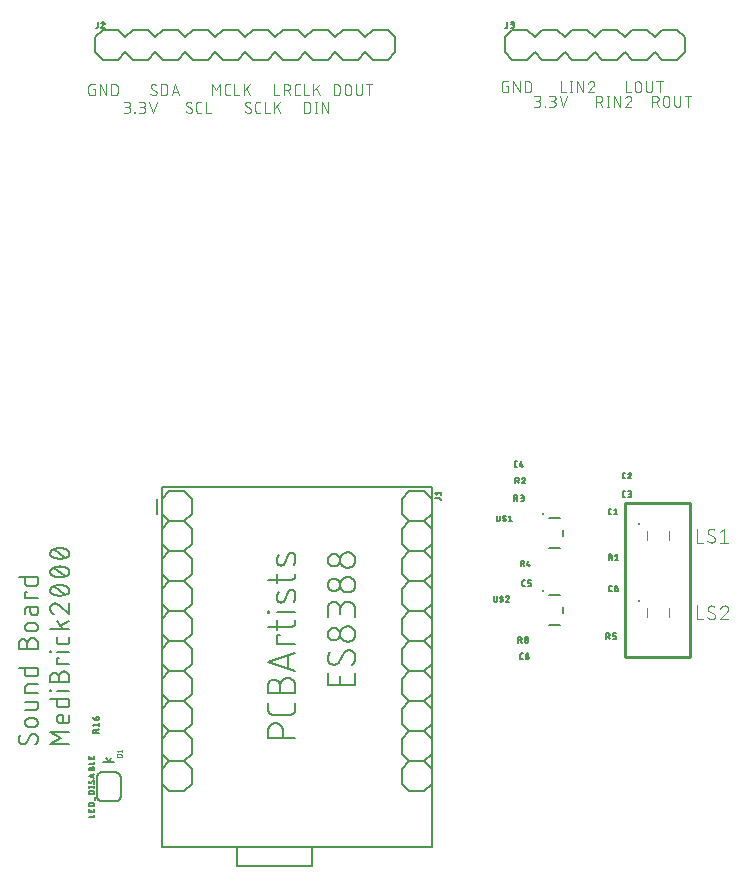
<source format=gbr>
G04 EAGLE Gerber RS-274X export*
G75*
%MOMM*%
%FSLAX34Y34*%
%LPD*%
%INSilkscreen Top*%
%IPPOS*%
%AMOC8*
5,1,8,0,0,1.08239X$1,22.5*%
G01*
%ADD10C,0.152400*%
%ADD11C,0.076200*%
%ADD12C,0.254000*%
%ADD13C,0.127000*%
%ADD14C,0.203200*%
%ADD15C,0.025400*%
%ADD16C,0.100000*%
%ADD17C,0.100000*%
%ADD18C,0.101600*%
%ADD19C,0.254000*%


D10*
X47568Y91181D02*
X47566Y91299D01*
X47560Y91417D01*
X47551Y91535D01*
X47537Y91652D01*
X47520Y91769D01*
X47499Y91886D01*
X47474Y92001D01*
X47445Y92116D01*
X47412Y92230D01*
X47376Y92342D01*
X47336Y92453D01*
X47293Y92563D01*
X47246Y92672D01*
X47196Y92779D01*
X47141Y92884D01*
X47084Y92987D01*
X47023Y93088D01*
X46959Y93188D01*
X46892Y93285D01*
X46822Y93380D01*
X46748Y93472D01*
X46672Y93563D01*
X46592Y93650D01*
X46510Y93735D01*
X46425Y93817D01*
X46338Y93897D01*
X46247Y93973D01*
X46155Y94047D01*
X46060Y94117D01*
X45963Y94184D01*
X45863Y94248D01*
X45762Y94309D01*
X45659Y94366D01*
X45554Y94421D01*
X45447Y94471D01*
X45338Y94518D01*
X45228Y94561D01*
X45117Y94601D01*
X45005Y94637D01*
X44891Y94670D01*
X44776Y94699D01*
X44661Y94724D01*
X44544Y94745D01*
X44427Y94762D01*
X44310Y94776D01*
X44192Y94785D01*
X44074Y94791D01*
X43956Y94793D01*
X47568Y91181D02*
X47566Y90998D01*
X47559Y90816D01*
X47548Y90634D01*
X47533Y90452D01*
X47513Y90270D01*
X47490Y90089D01*
X47461Y89909D01*
X47429Y89729D01*
X47392Y89550D01*
X47351Y89373D01*
X47305Y89196D01*
X47256Y89020D01*
X47202Y88846D01*
X47144Y88672D01*
X47082Y88501D01*
X47016Y88331D01*
X46945Y88162D01*
X46871Y87995D01*
X46793Y87830D01*
X46711Y87667D01*
X46625Y87506D01*
X46535Y87347D01*
X46441Y87190D01*
X46344Y87036D01*
X46243Y86884D01*
X46138Y86734D01*
X46030Y86587D01*
X45919Y86443D01*
X45804Y86301D01*
X45685Y86162D01*
X45563Y86026D01*
X45438Y85893D01*
X45310Y85763D01*
X34924Y86214D02*
X34806Y86216D01*
X34688Y86222D01*
X34570Y86231D01*
X34453Y86245D01*
X34336Y86262D01*
X34219Y86283D01*
X34104Y86308D01*
X33989Y86337D01*
X33875Y86370D01*
X33763Y86406D01*
X33652Y86446D01*
X33542Y86489D01*
X33433Y86536D01*
X33326Y86586D01*
X33221Y86641D01*
X33118Y86698D01*
X33017Y86759D01*
X32917Y86823D01*
X32820Y86890D01*
X32725Y86960D01*
X32633Y87034D01*
X32542Y87110D01*
X32455Y87190D01*
X32370Y87272D01*
X32288Y87357D01*
X32208Y87444D01*
X32132Y87535D01*
X32058Y87627D01*
X31988Y87722D01*
X31921Y87819D01*
X31857Y87919D01*
X31796Y88020D01*
X31739Y88123D01*
X31684Y88228D01*
X31634Y88335D01*
X31587Y88444D01*
X31544Y88554D01*
X31504Y88665D01*
X31468Y88777D01*
X31435Y88891D01*
X31406Y89006D01*
X31381Y89121D01*
X31360Y89238D01*
X31343Y89355D01*
X31329Y89472D01*
X31320Y89590D01*
X31314Y89708D01*
X31312Y89826D01*
X31314Y89987D01*
X31320Y90149D01*
X31329Y90310D01*
X31343Y90471D01*
X31360Y90631D01*
X31381Y90791D01*
X31406Y90951D01*
X31435Y91110D01*
X31467Y91268D01*
X31503Y91425D01*
X31543Y91581D01*
X31587Y91737D01*
X31635Y91891D01*
X31686Y92044D01*
X31740Y92196D01*
X31799Y92347D01*
X31860Y92496D01*
X31926Y92643D01*
X31995Y92789D01*
X32067Y92934D01*
X32143Y93076D01*
X32222Y93217D01*
X32304Y93356D01*
X32390Y93492D01*
X32479Y93627D01*
X32571Y93760D01*
X32667Y93890D01*
X38085Y88019D02*
X38023Y87918D01*
X37958Y87818D01*
X37889Y87721D01*
X37817Y87626D01*
X37743Y87533D01*
X37665Y87443D01*
X37584Y87355D01*
X37501Y87270D01*
X37415Y87188D01*
X37326Y87109D01*
X37235Y87032D01*
X37141Y86959D01*
X37045Y86888D01*
X36947Y86821D01*
X36847Y86757D01*
X36744Y86696D01*
X36640Y86639D01*
X36534Y86585D01*
X36426Y86535D01*
X36317Y86488D01*
X36206Y86444D01*
X36094Y86404D01*
X35980Y86368D01*
X35866Y86336D01*
X35750Y86307D01*
X35634Y86282D01*
X35517Y86261D01*
X35399Y86244D01*
X35281Y86230D01*
X35162Y86221D01*
X35043Y86215D01*
X34924Y86213D01*
X40795Y92987D02*
X40857Y93088D01*
X40922Y93188D01*
X40991Y93285D01*
X41063Y93380D01*
X41137Y93473D01*
X41215Y93563D01*
X41296Y93651D01*
X41379Y93736D01*
X41465Y93818D01*
X41554Y93897D01*
X41645Y93974D01*
X41739Y94047D01*
X41835Y94118D01*
X41933Y94185D01*
X42033Y94249D01*
X42136Y94310D01*
X42240Y94367D01*
X42346Y94421D01*
X42454Y94471D01*
X42563Y94518D01*
X42674Y94562D01*
X42786Y94602D01*
X42900Y94638D01*
X43014Y94670D01*
X43130Y94699D01*
X43246Y94724D01*
X43363Y94745D01*
X43481Y94762D01*
X43599Y94776D01*
X43718Y94785D01*
X43837Y94791D01*
X43956Y94793D01*
X40795Y92987D02*
X38085Y88020D01*
X40343Y100733D02*
X43956Y100733D01*
X40343Y100734D02*
X40224Y100736D01*
X40104Y100742D01*
X39985Y100752D01*
X39867Y100766D01*
X39748Y100783D01*
X39631Y100805D01*
X39514Y100830D01*
X39399Y100860D01*
X39284Y100893D01*
X39170Y100930D01*
X39058Y100970D01*
X38947Y101015D01*
X38838Y101063D01*
X38730Y101114D01*
X38624Y101169D01*
X38520Y101228D01*
X38418Y101290D01*
X38318Y101355D01*
X38220Y101424D01*
X38124Y101496D01*
X38031Y101571D01*
X37941Y101648D01*
X37853Y101729D01*
X37768Y101813D01*
X37686Y101900D01*
X37606Y101989D01*
X37530Y102081D01*
X37456Y102175D01*
X37386Y102272D01*
X37319Y102370D01*
X37255Y102471D01*
X37195Y102575D01*
X37138Y102680D01*
X37085Y102787D01*
X37035Y102895D01*
X36989Y103005D01*
X36947Y103117D01*
X36908Y103230D01*
X36873Y103344D01*
X36842Y103459D01*
X36814Y103576D01*
X36791Y103693D01*
X36771Y103810D01*
X36755Y103929D01*
X36743Y104048D01*
X36735Y104167D01*
X36731Y104286D01*
X36731Y104406D01*
X36735Y104525D01*
X36743Y104644D01*
X36755Y104763D01*
X36771Y104882D01*
X36791Y104999D01*
X36814Y105116D01*
X36842Y105233D01*
X36873Y105348D01*
X36908Y105462D01*
X36947Y105575D01*
X36989Y105687D01*
X37035Y105797D01*
X37085Y105905D01*
X37138Y106012D01*
X37195Y106117D01*
X37255Y106221D01*
X37319Y106322D01*
X37386Y106420D01*
X37456Y106517D01*
X37530Y106611D01*
X37606Y106703D01*
X37686Y106792D01*
X37768Y106879D01*
X37853Y106963D01*
X37941Y107044D01*
X38031Y107121D01*
X38124Y107196D01*
X38220Y107268D01*
X38318Y107337D01*
X38418Y107402D01*
X38520Y107464D01*
X38624Y107523D01*
X38730Y107578D01*
X38838Y107629D01*
X38947Y107677D01*
X39058Y107722D01*
X39170Y107762D01*
X39284Y107799D01*
X39399Y107832D01*
X39514Y107862D01*
X39631Y107887D01*
X39748Y107909D01*
X39867Y107926D01*
X39985Y107940D01*
X40104Y107950D01*
X40224Y107956D01*
X40343Y107958D01*
X43956Y107958D01*
X44075Y107956D01*
X44195Y107950D01*
X44314Y107940D01*
X44432Y107926D01*
X44551Y107909D01*
X44668Y107887D01*
X44785Y107862D01*
X44900Y107832D01*
X45015Y107799D01*
X45129Y107762D01*
X45241Y107722D01*
X45352Y107677D01*
X45461Y107629D01*
X45569Y107578D01*
X45675Y107523D01*
X45779Y107464D01*
X45881Y107402D01*
X45981Y107337D01*
X46079Y107268D01*
X46175Y107196D01*
X46268Y107121D01*
X46358Y107044D01*
X46446Y106963D01*
X46531Y106879D01*
X46613Y106792D01*
X46693Y106703D01*
X46769Y106611D01*
X46843Y106517D01*
X46913Y106420D01*
X46980Y106322D01*
X47044Y106221D01*
X47104Y106117D01*
X47161Y106012D01*
X47214Y105905D01*
X47264Y105797D01*
X47310Y105687D01*
X47352Y105575D01*
X47391Y105462D01*
X47426Y105348D01*
X47457Y105233D01*
X47485Y105116D01*
X47508Y104999D01*
X47528Y104882D01*
X47544Y104763D01*
X47556Y104644D01*
X47564Y104525D01*
X47568Y104406D01*
X47568Y104286D01*
X47564Y104167D01*
X47556Y104048D01*
X47544Y103929D01*
X47528Y103810D01*
X47508Y103693D01*
X47485Y103576D01*
X47457Y103459D01*
X47426Y103344D01*
X47391Y103230D01*
X47352Y103117D01*
X47310Y103005D01*
X47264Y102895D01*
X47214Y102787D01*
X47161Y102680D01*
X47104Y102575D01*
X47044Y102471D01*
X46980Y102370D01*
X46913Y102272D01*
X46843Y102175D01*
X46769Y102081D01*
X46693Y101989D01*
X46613Y101900D01*
X46531Y101813D01*
X46446Y101729D01*
X46358Y101648D01*
X46268Y101571D01*
X46175Y101496D01*
X46079Y101424D01*
X45981Y101355D01*
X45881Y101290D01*
X45779Y101228D01*
X45675Y101169D01*
X45569Y101114D01*
X45461Y101063D01*
X45352Y101015D01*
X45241Y100970D01*
X45129Y100930D01*
X45015Y100893D01*
X44900Y100860D01*
X44785Y100830D01*
X44668Y100805D01*
X44551Y100783D01*
X44432Y100766D01*
X44314Y100752D01*
X44195Y100742D01*
X44075Y100736D01*
X43956Y100734D01*
X44859Y114801D02*
X36731Y114801D01*
X44859Y114802D02*
X44960Y114804D01*
X45061Y114810D01*
X45162Y114819D01*
X45263Y114832D01*
X45363Y114849D01*
X45462Y114870D01*
X45560Y114894D01*
X45657Y114922D01*
X45754Y114954D01*
X45849Y114989D01*
X45942Y115028D01*
X46034Y115070D01*
X46125Y115116D01*
X46213Y115165D01*
X46300Y115217D01*
X46385Y115273D01*
X46468Y115331D01*
X46548Y115393D01*
X46626Y115458D01*
X46702Y115525D01*
X46775Y115595D01*
X46845Y115668D01*
X46912Y115744D01*
X46977Y115822D01*
X47039Y115902D01*
X47097Y115985D01*
X47153Y116070D01*
X47205Y116156D01*
X47254Y116245D01*
X47300Y116336D01*
X47342Y116428D01*
X47381Y116521D01*
X47416Y116616D01*
X47448Y116713D01*
X47476Y116810D01*
X47500Y116908D01*
X47521Y117007D01*
X47538Y117107D01*
X47551Y117208D01*
X47560Y117309D01*
X47566Y117410D01*
X47568Y117511D01*
X47568Y122026D01*
X36731Y122026D01*
X36731Y129390D02*
X47568Y129390D01*
X36731Y129390D02*
X36731Y133906D01*
X36733Y134010D01*
X36739Y134113D01*
X36749Y134217D01*
X36763Y134320D01*
X36781Y134422D01*
X36802Y134523D01*
X36828Y134624D01*
X36857Y134723D01*
X36890Y134822D01*
X36927Y134919D01*
X36968Y135014D01*
X37012Y135108D01*
X37060Y135200D01*
X37111Y135290D01*
X37166Y135379D01*
X37224Y135465D01*
X37286Y135548D01*
X37350Y135630D01*
X37418Y135708D01*
X37488Y135784D01*
X37561Y135858D01*
X37638Y135928D01*
X37716Y135996D01*
X37798Y136060D01*
X37881Y136122D01*
X37967Y136180D01*
X38056Y136235D01*
X38146Y136286D01*
X38238Y136334D01*
X38332Y136378D01*
X38427Y136419D01*
X38524Y136456D01*
X38623Y136489D01*
X38722Y136518D01*
X38823Y136544D01*
X38924Y136565D01*
X39026Y136583D01*
X39129Y136597D01*
X39233Y136607D01*
X39336Y136613D01*
X39440Y136615D01*
X47568Y136615D01*
X47568Y150610D02*
X31312Y150610D01*
X47568Y150610D02*
X47568Y146095D01*
X47566Y145994D01*
X47560Y145893D01*
X47551Y145792D01*
X47538Y145691D01*
X47521Y145591D01*
X47500Y145492D01*
X47476Y145394D01*
X47448Y145297D01*
X47416Y145200D01*
X47381Y145105D01*
X47342Y145012D01*
X47300Y144920D01*
X47254Y144829D01*
X47205Y144740D01*
X47153Y144654D01*
X47097Y144569D01*
X47039Y144486D01*
X46977Y144406D01*
X46912Y144328D01*
X46845Y144252D01*
X46775Y144179D01*
X46702Y144109D01*
X46626Y144042D01*
X46548Y143977D01*
X46468Y143915D01*
X46385Y143857D01*
X46300Y143801D01*
X46213Y143749D01*
X46125Y143700D01*
X46034Y143654D01*
X45942Y143612D01*
X45849Y143573D01*
X45754Y143538D01*
X45657Y143506D01*
X45560Y143478D01*
X45462Y143454D01*
X45363Y143433D01*
X45263Y143416D01*
X45162Y143403D01*
X45061Y143394D01*
X44960Y143388D01*
X44859Y143386D01*
X44859Y143385D02*
X39440Y143385D01*
X39440Y143386D02*
X39339Y143388D01*
X39238Y143394D01*
X39137Y143403D01*
X39036Y143416D01*
X38936Y143433D01*
X38837Y143454D01*
X38739Y143478D01*
X38642Y143506D01*
X38545Y143538D01*
X38450Y143573D01*
X38357Y143612D01*
X38265Y143654D01*
X38174Y143700D01*
X38086Y143749D01*
X37999Y143801D01*
X37914Y143857D01*
X37831Y143915D01*
X37751Y143977D01*
X37673Y144042D01*
X37597Y144109D01*
X37524Y144179D01*
X37454Y144252D01*
X37387Y144328D01*
X37322Y144406D01*
X37260Y144486D01*
X37202Y144569D01*
X37146Y144654D01*
X37094Y144741D01*
X37045Y144829D01*
X36999Y144920D01*
X36957Y145012D01*
X36918Y145105D01*
X36883Y145200D01*
X36851Y145297D01*
X36823Y145394D01*
X36799Y145492D01*
X36778Y145591D01*
X36761Y145691D01*
X36748Y145792D01*
X36739Y145893D01*
X36733Y145994D01*
X36731Y146095D01*
X36731Y150610D01*
X38537Y166734D02*
X38537Y171250D01*
X38536Y171250D02*
X38538Y171383D01*
X38544Y171515D01*
X38554Y171647D01*
X38567Y171779D01*
X38585Y171911D01*
X38606Y172041D01*
X38631Y172172D01*
X38660Y172301D01*
X38693Y172429D01*
X38729Y172557D01*
X38769Y172683D01*
X38813Y172808D01*
X38861Y172932D01*
X38912Y173054D01*
X38967Y173175D01*
X39025Y173294D01*
X39087Y173412D01*
X39152Y173527D01*
X39221Y173641D01*
X39292Y173752D01*
X39368Y173861D01*
X39446Y173968D01*
X39527Y174073D01*
X39612Y174175D01*
X39699Y174275D01*
X39789Y174372D01*
X39882Y174467D01*
X39978Y174558D01*
X40076Y174647D01*
X40177Y174733D01*
X40281Y174816D01*
X40387Y174896D01*
X40495Y174972D01*
X40605Y175046D01*
X40718Y175116D01*
X40832Y175183D01*
X40949Y175246D01*
X41067Y175306D01*
X41187Y175363D01*
X41309Y175416D01*
X41432Y175465D01*
X41556Y175511D01*
X41682Y175553D01*
X41809Y175591D01*
X41937Y175626D01*
X42066Y175657D01*
X42195Y175684D01*
X42326Y175707D01*
X42457Y175727D01*
X42589Y175742D01*
X42721Y175754D01*
X42853Y175762D01*
X42986Y175766D01*
X43118Y175766D01*
X43251Y175762D01*
X43383Y175754D01*
X43515Y175742D01*
X43647Y175727D01*
X43778Y175707D01*
X43909Y175684D01*
X44038Y175657D01*
X44167Y175626D01*
X44295Y175591D01*
X44422Y175553D01*
X44548Y175511D01*
X44672Y175465D01*
X44795Y175416D01*
X44917Y175363D01*
X45037Y175306D01*
X45155Y175246D01*
X45272Y175183D01*
X45386Y175116D01*
X45499Y175046D01*
X45609Y174972D01*
X45717Y174896D01*
X45823Y174816D01*
X45927Y174733D01*
X46028Y174647D01*
X46126Y174558D01*
X46222Y174467D01*
X46315Y174372D01*
X46405Y174275D01*
X46492Y174175D01*
X46577Y174073D01*
X46658Y173968D01*
X46736Y173861D01*
X46812Y173752D01*
X46883Y173641D01*
X46952Y173527D01*
X47017Y173412D01*
X47079Y173294D01*
X47137Y173175D01*
X47192Y173054D01*
X47243Y172932D01*
X47291Y172808D01*
X47335Y172683D01*
X47375Y172557D01*
X47411Y172429D01*
X47444Y172301D01*
X47473Y172172D01*
X47498Y172041D01*
X47519Y171911D01*
X47537Y171779D01*
X47550Y171647D01*
X47560Y171515D01*
X47566Y171383D01*
X47568Y171250D01*
X47568Y166734D01*
X31312Y166734D01*
X31312Y171250D01*
X31314Y171369D01*
X31320Y171489D01*
X31330Y171608D01*
X31344Y171726D01*
X31361Y171845D01*
X31383Y171962D01*
X31408Y172079D01*
X31438Y172194D01*
X31471Y172309D01*
X31508Y172423D01*
X31548Y172535D01*
X31593Y172646D01*
X31641Y172755D01*
X31692Y172863D01*
X31747Y172969D01*
X31806Y173073D01*
X31868Y173175D01*
X31933Y173275D01*
X32002Y173373D01*
X32074Y173469D01*
X32149Y173562D01*
X32226Y173652D01*
X32307Y173740D01*
X32391Y173825D01*
X32478Y173907D01*
X32567Y173987D01*
X32659Y174063D01*
X32753Y174137D01*
X32850Y174207D01*
X32948Y174274D01*
X33049Y174338D01*
X33153Y174398D01*
X33258Y174455D01*
X33365Y174508D01*
X33473Y174558D01*
X33583Y174604D01*
X33695Y174646D01*
X33808Y174685D01*
X33922Y174720D01*
X34037Y174751D01*
X34154Y174779D01*
X34271Y174802D01*
X34388Y174822D01*
X34507Y174838D01*
X34626Y174850D01*
X34745Y174858D01*
X34864Y174862D01*
X34984Y174862D01*
X35103Y174858D01*
X35222Y174850D01*
X35341Y174838D01*
X35460Y174822D01*
X35577Y174802D01*
X35694Y174779D01*
X35811Y174751D01*
X35926Y174720D01*
X36040Y174685D01*
X36153Y174646D01*
X36265Y174604D01*
X36375Y174558D01*
X36483Y174508D01*
X36590Y174455D01*
X36695Y174398D01*
X36799Y174338D01*
X36900Y174274D01*
X36998Y174207D01*
X37095Y174137D01*
X37189Y174063D01*
X37281Y173987D01*
X37370Y173907D01*
X37457Y173825D01*
X37541Y173740D01*
X37622Y173652D01*
X37699Y173562D01*
X37774Y173469D01*
X37846Y173373D01*
X37915Y173275D01*
X37980Y173175D01*
X38042Y173073D01*
X38101Y172969D01*
X38156Y172863D01*
X38207Y172755D01*
X38255Y172646D01*
X38300Y172535D01*
X38340Y172423D01*
X38377Y172309D01*
X38410Y172194D01*
X38440Y172079D01*
X38465Y171962D01*
X38487Y171845D01*
X38504Y171726D01*
X38518Y171608D01*
X38528Y171489D01*
X38534Y171369D01*
X38536Y171250D01*
X40343Y181495D02*
X43956Y181495D01*
X40343Y181495D02*
X40224Y181497D01*
X40104Y181503D01*
X39985Y181513D01*
X39867Y181527D01*
X39748Y181544D01*
X39631Y181566D01*
X39514Y181591D01*
X39399Y181621D01*
X39284Y181654D01*
X39170Y181691D01*
X39058Y181731D01*
X38947Y181776D01*
X38838Y181824D01*
X38730Y181875D01*
X38624Y181930D01*
X38520Y181989D01*
X38418Y182051D01*
X38318Y182116D01*
X38220Y182185D01*
X38124Y182257D01*
X38031Y182332D01*
X37941Y182409D01*
X37853Y182490D01*
X37768Y182574D01*
X37686Y182661D01*
X37606Y182750D01*
X37530Y182842D01*
X37456Y182936D01*
X37386Y183033D01*
X37319Y183131D01*
X37255Y183232D01*
X37195Y183336D01*
X37138Y183441D01*
X37085Y183548D01*
X37035Y183656D01*
X36989Y183766D01*
X36947Y183878D01*
X36908Y183991D01*
X36873Y184105D01*
X36842Y184220D01*
X36814Y184337D01*
X36791Y184454D01*
X36771Y184571D01*
X36755Y184690D01*
X36743Y184809D01*
X36735Y184928D01*
X36731Y185047D01*
X36731Y185167D01*
X36735Y185286D01*
X36743Y185405D01*
X36755Y185524D01*
X36771Y185643D01*
X36791Y185760D01*
X36814Y185877D01*
X36842Y185994D01*
X36873Y186109D01*
X36908Y186223D01*
X36947Y186336D01*
X36989Y186448D01*
X37035Y186558D01*
X37085Y186666D01*
X37138Y186773D01*
X37195Y186878D01*
X37255Y186982D01*
X37319Y187083D01*
X37386Y187181D01*
X37456Y187278D01*
X37530Y187372D01*
X37606Y187464D01*
X37686Y187553D01*
X37768Y187640D01*
X37853Y187724D01*
X37941Y187805D01*
X38031Y187882D01*
X38124Y187957D01*
X38220Y188029D01*
X38318Y188098D01*
X38418Y188163D01*
X38520Y188225D01*
X38624Y188284D01*
X38730Y188339D01*
X38838Y188390D01*
X38947Y188438D01*
X39058Y188483D01*
X39170Y188523D01*
X39284Y188560D01*
X39399Y188593D01*
X39514Y188623D01*
X39631Y188648D01*
X39748Y188670D01*
X39867Y188687D01*
X39985Y188701D01*
X40104Y188711D01*
X40224Y188717D01*
X40343Y188719D01*
X43956Y188719D01*
X44075Y188717D01*
X44195Y188711D01*
X44314Y188701D01*
X44432Y188687D01*
X44551Y188670D01*
X44668Y188648D01*
X44785Y188623D01*
X44900Y188593D01*
X45015Y188560D01*
X45129Y188523D01*
X45241Y188483D01*
X45352Y188438D01*
X45461Y188390D01*
X45569Y188339D01*
X45675Y188284D01*
X45779Y188225D01*
X45881Y188163D01*
X45981Y188098D01*
X46079Y188029D01*
X46175Y187957D01*
X46268Y187882D01*
X46358Y187805D01*
X46446Y187724D01*
X46531Y187640D01*
X46613Y187553D01*
X46693Y187464D01*
X46769Y187372D01*
X46843Y187278D01*
X46913Y187181D01*
X46980Y187083D01*
X47044Y186982D01*
X47104Y186878D01*
X47161Y186773D01*
X47214Y186666D01*
X47264Y186558D01*
X47310Y186448D01*
X47352Y186336D01*
X47391Y186223D01*
X47426Y186109D01*
X47457Y185994D01*
X47485Y185877D01*
X47508Y185760D01*
X47528Y185643D01*
X47544Y185524D01*
X47556Y185405D01*
X47564Y185286D01*
X47568Y185167D01*
X47568Y185047D01*
X47564Y184928D01*
X47556Y184809D01*
X47544Y184690D01*
X47528Y184571D01*
X47508Y184454D01*
X47485Y184337D01*
X47457Y184220D01*
X47426Y184105D01*
X47391Y183991D01*
X47352Y183878D01*
X47310Y183766D01*
X47264Y183656D01*
X47214Y183548D01*
X47161Y183441D01*
X47104Y183336D01*
X47044Y183232D01*
X46980Y183131D01*
X46913Y183033D01*
X46843Y182936D01*
X46769Y182842D01*
X46693Y182750D01*
X46613Y182661D01*
X46531Y182574D01*
X46446Y182490D01*
X46358Y182409D01*
X46268Y182332D01*
X46175Y182257D01*
X46079Y182185D01*
X45981Y182116D01*
X45881Y182051D01*
X45779Y181989D01*
X45675Y181930D01*
X45569Y181875D01*
X45461Y181824D01*
X45352Y181776D01*
X45241Y181731D01*
X45129Y181691D01*
X45015Y181654D01*
X44900Y181621D01*
X44785Y181591D01*
X44668Y181566D01*
X44551Y181544D01*
X44432Y181527D01*
X44314Y181513D01*
X44195Y181503D01*
X44075Y181497D01*
X43956Y181495D01*
X41246Y198129D02*
X41246Y202193D01*
X41246Y198129D02*
X41248Y198017D01*
X41254Y197906D01*
X41264Y197795D01*
X41277Y197684D01*
X41295Y197574D01*
X41317Y197465D01*
X41342Y197356D01*
X41371Y197248D01*
X41404Y197142D01*
X41441Y197036D01*
X41481Y196932D01*
X41525Y196830D01*
X41573Y196729D01*
X41624Y196630D01*
X41679Y196532D01*
X41737Y196437D01*
X41798Y196344D01*
X41863Y196253D01*
X41931Y196164D01*
X42002Y196078D01*
X42075Y195995D01*
X42152Y195914D01*
X42232Y195835D01*
X42314Y195760D01*
X42399Y195688D01*
X42486Y195618D01*
X42576Y195552D01*
X42668Y195489D01*
X42763Y195429D01*
X42859Y195373D01*
X42957Y195320D01*
X43057Y195271D01*
X43159Y195225D01*
X43262Y195183D01*
X43367Y195144D01*
X43473Y195109D01*
X43580Y195078D01*
X43688Y195051D01*
X43797Y195027D01*
X43907Y195008D01*
X44017Y194992D01*
X44128Y194980D01*
X44240Y194972D01*
X44351Y194968D01*
X44463Y194968D01*
X44574Y194972D01*
X44686Y194980D01*
X44797Y194992D01*
X44907Y195008D01*
X45017Y195027D01*
X45126Y195051D01*
X45234Y195078D01*
X45341Y195109D01*
X45447Y195144D01*
X45552Y195183D01*
X45655Y195225D01*
X45757Y195271D01*
X45857Y195320D01*
X45955Y195373D01*
X46051Y195429D01*
X46146Y195489D01*
X46238Y195552D01*
X46328Y195618D01*
X46415Y195688D01*
X46500Y195760D01*
X46582Y195835D01*
X46662Y195914D01*
X46739Y195995D01*
X46812Y196078D01*
X46883Y196164D01*
X46951Y196253D01*
X47016Y196344D01*
X47077Y196437D01*
X47135Y196532D01*
X47190Y196630D01*
X47241Y196729D01*
X47289Y196830D01*
X47333Y196932D01*
X47373Y197036D01*
X47410Y197142D01*
X47443Y197248D01*
X47472Y197356D01*
X47497Y197465D01*
X47519Y197574D01*
X47537Y197684D01*
X47550Y197795D01*
X47560Y197906D01*
X47566Y198017D01*
X47568Y198129D01*
X47568Y202193D01*
X39440Y202193D01*
X39339Y202191D01*
X39238Y202185D01*
X39137Y202176D01*
X39036Y202163D01*
X38936Y202146D01*
X38837Y202125D01*
X38739Y202101D01*
X38642Y202073D01*
X38545Y202041D01*
X38450Y202006D01*
X38357Y201967D01*
X38265Y201925D01*
X38174Y201879D01*
X38086Y201830D01*
X37999Y201778D01*
X37914Y201722D01*
X37831Y201664D01*
X37751Y201602D01*
X37673Y201537D01*
X37597Y201470D01*
X37524Y201400D01*
X37454Y201327D01*
X37387Y201251D01*
X37322Y201173D01*
X37260Y201093D01*
X37202Y201010D01*
X37146Y200925D01*
X37094Y200839D01*
X37045Y200750D01*
X36999Y200659D01*
X36957Y200567D01*
X36918Y200474D01*
X36883Y200379D01*
X36851Y200282D01*
X36823Y200185D01*
X36799Y200087D01*
X36778Y199988D01*
X36761Y199888D01*
X36748Y199787D01*
X36739Y199686D01*
X36733Y199585D01*
X36731Y199484D01*
X36731Y195871D01*
X36731Y209716D02*
X47568Y209716D01*
X36731Y209716D02*
X36731Y215134D01*
X38537Y215134D01*
X31312Y227203D02*
X47568Y227203D01*
X47568Y222688D01*
X47566Y222587D01*
X47560Y222486D01*
X47551Y222385D01*
X47538Y222284D01*
X47521Y222184D01*
X47500Y222085D01*
X47476Y221987D01*
X47448Y221890D01*
X47416Y221793D01*
X47381Y221698D01*
X47342Y221605D01*
X47300Y221513D01*
X47254Y221422D01*
X47205Y221333D01*
X47153Y221247D01*
X47097Y221162D01*
X47039Y221079D01*
X46977Y220999D01*
X46912Y220921D01*
X46845Y220845D01*
X46775Y220772D01*
X46702Y220702D01*
X46626Y220635D01*
X46548Y220570D01*
X46468Y220508D01*
X46385Y220450D01*
X46300Y220394D01*
X46213Y220342D01*
X46125Y220293D01*
X46034Y220247D01*
X45942Y220205D01*
X45849Y220166D01*
X45754Y220131D01*
X45657Y220099D01*
X45560Y220071D01*
X45462Y220047D01*
X45363Y220026D01*
X45263Y220009D01*
X45162Y219996D01*
X45061Y219987D01*
X44960Y219981D01*
X44859Y219979D01*
X44859Y219978D02*
X39440Y219978D01*
X39440Y219979D02*
X39339Y219981D01*
X39238Y219987D01*
X39137Y219996D01*
X39036Y220009D01*
X38936Y220026D01*
X38837Y220047D01*
X38739Y220071D01*
X38642Y220099D01*
X38545Y220131D01*
X38450Y220166D01*
X38357Y220205D01*
X38265Y220247D01*
X38174Y220293D01*
X38086Y220342D01*
X37999Y220394D01*
X37914Y220450D01*
X37831Y220508D01*
X37751Y220570D01*
X37673Y220635D01*
X37597Y220702D01*
X37524Y220772D01*
X37454Y220845D01*
X37387Y220921D01*
X37322Y220999D01*
X37260Y221079D01*
X37202Y221162D01*
X37146Y221247D01*
X37094Y221334D01*
X37045Y221422D01*
X36999Y221513D01*
X36957Y221605D01*
X36918Y221698D01*
X36883Y221793D01*
X36851Y221890D01*
X36823Y221987D01*
X36799Y222085D01*
X36778Y222184D01*
X36761Y222284D01*
X36748Y222385D01*
X36739Y222486D01*
X36733Y222587D01*
X36731Y222688D01*
X36731Y227203D01*
X57982Y85762D02*
X74238Y85762D01*
X67013Y91181D02*
X57982Y85762D01*
X67013Y91181D02*
X57982Y96599D01*
X74238Y96599D01*
X74238Y106430D02*
X74238Y110945D01*
X74238Y106430D02*
X74236Y106329D01*
X74230Y106228D01*
X74221Y106127D01*
X74208Y106026D01*
X74191Y105926D01*
X74170Y105827D01*
X74146Y105729D01*
X74118Y105632D01*
X74086Y105535D01*
X74051Y105440D01*
X74012Y105347D01*
X73970Y105255D01*
X73924Y105164D01*
X73875Y105075D01*
X73823Y104989D01*
X73767Y104904D01*
X73709Y104821D01*
X73647Y104741D01*
X73582Y104663D01*
X73515Y104587D01*
X73445Y104514D01*
X73372Y104444D01*
X73296Y104377D01*
X73218Y104312D01*
X73138Y104250D01*
X73055Y104192D01*
X72970Y104136D01*
X72883Y104084D01*
X72795Y104035D01*
X72704Y103989D01*
X72612Y103947D01*
X72519Y103908D01*
X72424Y103873D01*
X72327Y103841D01*
X72230Y103813D01*
X72132Y103789D01*
X72033Y103768D01*
X71933Y103751D01*
X71832Y103738D01*
X71731Y103729D01*
X71630Y103723D01*
X71529Y103721D01*
X67013Y103721D01*
X66894Y103723D01*
X66774Y103729D01*
X66655Y103739D01*
X66537Y103753D01*
X66418Y103770D01*
X66301Y103792D01*
X66184Y103817D01*
X66069Y103847D01*
X65954Y103880D01*
X65840Y103917D01*
X65728Y103957D01*
X65617Y104002D01*
X65508Y104050D01*
X65400Y104101D01*
X65294Y104156D01*
X65190Y104215D01*
X65088Y104277D01*
X64988Y104342D01*
X64890Y104411D01*
X64794Y104483D01*
X64701Y104558D01*
X64611Y104635D01*
X64523Y104716D01*
X64438Y104800D01*
X64356Y104887D01*
X64276Y104976D01*
X64200Y105068D01*
X64126Y105162D01*
X64056Y105259D01*
X63989Y105357D01*
X63925Y105458D01*
X63865Y105562D01*
X63808Y105667D01*
X63755Y105774D01*
X63705Y105882D01*
X63659Y105992D01*
X63617Y106104D01*
X63578Y106217D01*
X63543Y106331D01*
X63512Y106446D01*
X63484Y106563D01*
X63461Y106680D01*
X63441Y106797D01*
X63425Y106916D01*
X63413Y107035D01*
X63405Y107154D01*
X63401Y107273D01*
X63401Y107393D01*
X63405Y107512D01*
X63413Y107631D01*
X63425Y107750D01*
X63441Y107869D01*
X63461Y107986D01*
X63484Y108103D01*
X63512Y108220D01*
X63543Y108335D01*
X63578Y108449D01*
X63617Y108562D01*
X63659Y108674D01*
X63705Y108784D01*
X63755Y108892D01*
X63808Y108999D01*
X63865Y109104D01*
X63925Y109208D01*
X63989Y109309D01*
X64056Y109407D01*
X64126Y109504D01*
X64200Y109598D01*
X64276Y109690D01*
X64356Y109779D01*
X64438Y109866D01*
X64523Y109950D01*
X64611Y110031D01*
X64701Y110108D01*
X64794Y110183D01*
X64890Y110255D01*
X64988Y110324D01*
X65088Y110389D01*
X65190Y110451D01*
X65294Y110510D01*
X65400Y110565D01*
X65508Y110616D01*
X65617Y110664D01*
X65728Y110709D01*
X65840Y110749D01*
X65954Y110786D01*
X66069Y110819D01*
X66184Y110849D01*
X66301Y110874D01*
X66418Y110896D01*
X66537Y110913D01*
X66655Y110927D01*
X66774Y110937D01*
X66894Y110943D01*
X67013Y110945D01*
X68819Y110945D01*
X68819Y103721D01*
X74238Y124419D02*
X57982Y124419D01*
X74238Y124419D02*
X74238Y119904D01*
X74236Y119803D01*
X74230Y119702D01*
X74221Y119601D01*
X74208Y119500D01*
X74191Y119400D01*
X74170Y119301D01*
X74146Y119203D01*
X74118Y119106D01*
X74086Y119009D01*
X74051Y118914D01*
X74012Y118821D01*
X73970Y118729D01*
X73924Y118638D01*
X73875Y118549D01*
X73823Y118463D01*
X73767Y118378D01*
X73709Y118295D01*
X73647Y118215D01*
X73582Y118137D01*
X73515Y118061D01*
X73445Y117988D01*
X73372Y117918D01*
X73296Y117851D01*
X73218Y117786D01*
X73138Y117724D01*
X73055Y117666D01*
X72970Y117610D01*
X72883Y117558D01*
X72795Y117509D01*
X72704Y117463D01*
X72612Y117421D01*
X72519Y117382D01*
X72424Y117347D01*
X72327Y117315D01*
X72230Y117287D01*
X72132Y117263D01*
X72033Y117242D01*
X71933Y117225D01*
X71832Y117212D01*
X71731Y117203D01*
X71630Y117197D01*
X71529Y117195D01*
X71529Y117194D02*
X66110Y117194D01*
X66110Y117195D02*
X66009Y117197D01*
X65908Y117203D01*
X65807Y117212D01*
X65706Y117225D01*
X65606Y117242D01*
X65507Y117263D01*
X65409Y117287D01*
X65312Y117315D01*
X65215Y117347D01*
X65120Y117382D01*
X65027Y117421D01*
X64935Y117463D01*
X64844Y117509D01*
X64756Y117558D01*
X64669Y117610D01*
X64584Y117666D01*
X64501Y117724D01*
X64421Y117786D01*
X64343Y117851D01*
X64267Y117918D01*
X64194Y117988D01*
X64124Y118061D01*
X64057Y118137D01*
X63992Y118215D01*
X63930Y118295D01*
X63872Y118378D01*
X63816Y118463D01*
X63764Y118550D01*
X63715Y118638D01*
X63669Y118729D01*
X63627Y118821D01*
X63588Y118914D01*
X63553Y119009D01*
X63521Y119106D01*
X63493Y119203D01*
X63469Y119301D01*
X63448Y119400D01*
X63431Y119500D01*
X63418Y119601D01*
X63409Y119702D01*
X63403Y119803D01*
X63401Y119904D01*
X63401Y124419D01*
X63401Y131301D02*
X74238Y131301D01*
X58885Y130849D02*
X57982Y130849D01*
X57982Y131752D01*
X58885Y131752D01*
X58885Y130849D01*
X65207Y138459D02*
X65207Y142975D01*
X65206Y142975D02*
X65208Y143108D01*
X65214Y143240D01*
X65224Y143372D01*
X65237Y143504D01*
X65255Y143636D01*
X65276Y143766D01*
X65301Y143897D01*
X65330Y144026D01*
X65363Y144154D01*
X65399Y144282D01*
X65439Y144408D01*
X65483Y144533D01*
X65531Y144657D01*
X65582Y144779D01*
X65637Y144900D01*
X65695Y145019D01*
X65757Y145137D01*
X65822Y145252D01*
X65891Y145366D01*
X65962Y145477D01*
X66038Y145586D01*
X66116Y145693D01*
X66197Y145798D01*
X66282Y145900D01*
X66369Y146000D01*
X66459Y146097D01*
X66552Y146192D01*
X66648Y146283D01*
X66746Y146372D01*
X66847Y146458D01*
X66951Y146541D01*
X67057Y146621D01*
X67165Y146697D01*
X67275Y146771D01*
X67388Y146841D01*
X67502Y146908D01*
X67619Y146971D01*
X67737Y147031D01*
X67857Y147088D01*
X67979Y147141D01*
X68102Y147190D01*
X68226Y147236D01*
X68352Y147278D01*
X68479Y147316D01*
X68607Y147351D01*
X68736Y147382D01*
X68865Y147409D01*
X68996Y147432D01*
X69127Y147452D01*
X69259Y147467D01*
X69391Y147479D01*
X69523Y147487D01*
X69656Y147491D01*
X69788Y147491D01*
X69921Y147487D01*
X70053Y147479D01*
X70185Y147467D01*
X70317Y147452D01*
X70448Y147432D01*
X70579Y147409D01*
X70708Y147382D01*
X70837Y147351D01*
X70965Y147316D01*
X71092Y147278D01*
X71218Y147236D01*
X71342Y147190D01*
X71465Y147141D01*
X71587Y147088D01*
X71707Y147031D01*
X71825Y146971D01*
X71942Y146908D01*
X72056Y146841D01*
X72169Y146771D01*
X72279Y146697D01*
X72387Y146621D01*
X72493Y146541D01*
X72597Y146458D01*
X72698Y146372D01*
X72796Y146283D01*
X72892Y146192D01*
X72985Y146097D01*
X73075Y146000D01*
X73162Y145900D01*
X73247Y145798D01*
X73328Y145693D01*
X73406Y145586D01*
X73482Y145477D01*
X73553Y145366D01*
X73622Y145252D01*
X73687Y145137D01*
X73749Y145019D01*
X73807Y144900D01*
X73862Y144779D01*
X73913Y144657D01*
X73961Y144533D01*
X74005Y144408D01*
X74045Y144282D01*
X74081Y144154D01*
X74114Y144026D01*
X74143Y143897D01*
X74168Y143766D01*
X74189Y143636D01*
X74207Y143504D01*
X74220Y143372D01*
X74230Y143240D01*
X74236Y143108D01*
X74238Y142975D01*
X74238Y138459D01*
X57982Y138459D01*
X57982Y142975D01*
X57984Y143094D01*
X57990Y143214D01*
X58000Y143333D01*
X58014Y143451D01*
X58031Y143570D01*
X58053Y143687D01*
X58078Y143804D01*
X58108Y143919D01*
X58141Y144034D01*
X58178Y144148D01*
X58218Y144260D01*
X58263Y144371D01*
X58311Y144480D01*
X58362Y144588D01*
X58417Y144694D01*
X58476Y144798D01*
X58538Y144900D01*
X58603Y145000D01*
X58672Y145098D01*
X58744Y145194D01*
X58819Y145287D01*
X58896Y145377D01*
X58977Y145465D01*
X59061Y145550D01*
X59148Y145632D01*
X59237Y145712D01*
X59329Y145788D01*
X59423Y145862D01*
X59520Y145932D01*
X59618Y145999D01*
X59719Y146063D01*
X59823Y146123D01*
X59928Y146180D01*
X60035Y146233D01*
X60143Y146283D01*
X60253Y146329D01*
X60365Y146371D01*
X60478Y146410D01*
X60592Y146445D01*
X60707Y146476D01*
X60824Y146504D01*
X60941Y146527D01*
X61058Y146547D01*
X61177Y146563D01*
X61296Y146575D01*
X61415Y146583D01*
X61534Y146587D01*
X61654Y146587D01*
X61773Y146583D01*
X61892Y146575D01*
X62011Y146563D01*
X62130Y146547D01*
X62247Y146527D01*
X62364Y146504D01*
X62481Y146476D01*
X62596Y146445D01*
X62710Y146410D01*
X62823Y146371D01*
X62935Y146329D01*
X63045Y146283D01*
X63153Y146233D01*
X63260Y146180D01*
X63365Y146123D01*
X63469Y146063D01*
X63570Y145999D01*
X63668Y145932D01*
X63765Y145862D01*
X63859Y145788D01*
X63951Y145712D01*
X64040Y145632D01*
X64127Y145550D01*
X64211Y145465D01*
X64292Y145377D01*
X64369Y145287D01*
X64444Y145194D01*
X64516Y145098D01*
X64585Y145000D01*
X64650Y144900D01*
X64712Y144798D01*
X64771Y144694D01*
X64826Y144588D01*
X64877Y144480D01*
X64925Y144371D01*
X64970Y144260D01*
X65010Y144148D01*
X65047Y144034D01*
X65080Y143919D01*
X65110Y143804D01*
X65135Y143687D01*
X65157Y143570D01*
X65174Y143451D01*
X65188Y143333D01*
X65198Y143214D01*
X65204Y143094D01*
X65206Y142975D01*
X63401Y153825D02*
X74238Y153825D01*
X63401Y153825D02*
X63401Y159244D01*
X65207Y159244D01*
X63401Y164126D02*
X74238Y164126D01*
X58885Y163675D02*
X57982Y163675D01*
X57982Y164578D01*
X58885Y164578D01*
X58885Y163675D01*
X74238Y173141D02*
X74238Y176753D01*
X74238Y173141D02*
X74236Y173040D01*
X74230Y172939D01*
X74221Y172838D01*
X74208Y172737D01*
X74191Y172637D01*
X74170Y172538D01*
X74146Y172440D01*
X74118Y172343D01*
X74086Y172246D01*
X74051Y172151D01*
X74012Y172058D01*
X73970Y171966D01*
X73924Y171875D01*
X73875Y171786D01*
X73823Y171700D01*
X73767Y171615D01*
X73709Y171532D01*
X73647Y171452D01*
X73582Y171374D01*
X73515Y171298D01*
X73445Y171225D01*
X73372Y171155D01*
X73296Y171088D01*
X73218Y171023D01*
X73138Y170961D01*
X73055Y170903D01*
X72970Y170847D01*
X72883Y170795D01*
X72795Y170746D01*
X72704Y170700D01*
X72612Y170658D01*
X72519Y170619D01*
X72424Y170584D01*
X72327Y170552D01*
X72230Y170524D01*
X72132Y170500D01*
X72033Y170479D01*
X71933Y170462D01*
X71832Y170449D01*
X71731Y170440D01*
X71630Y170434D01*
X71529Y170432D01*
X71529Y170431D02*
X66110Y170431D01*
X66110Y170432D02*
X66009Y170434D01*
X65908Y170440D01*
X65807Y170449D01*
X65706Y170462D01*
X65606Y170479D01*
X65507Y170500D01*
X65409Y170524D01*
X65312Y170552D01*
X65215Y170584D01*
X65120Y170619D01*
X65027Y170658D01*
X64935Y170700D01*
X64844Y170746D01*
X64756Y170795D01*
X64669Y170847D01*
X64584Y170903D01*
X64501Y170961D01*
X64421Y171023D01*
X64343Y171088D01*
X64267Y171155D01*
X64194Y171225D01*
X64124Y171298D01*
X64057Y171374D01*
X63992Y171452D01*
X63930Y171532D01*
X63872Y171615D01*
X63816Y171700D01*
X63764Y171787D01*
X63715Y171875D01*
X63669Y171966D01*
X63627Y172058D01*
X63588Y172151D01*
X63553Y172246D01*
X63521Y172343D01*
X63493Y172440D01*
X63469Y172538D01*
X63448Y172637D01*
X63431Y172737D01*
X63418Y172838D01*
X63409Y172939D01*
X63403Y173040D01*
X63401Y173141D01*
X63401Y176753D01*
X57982Y183087D02*
X74238Y183087D01*
X68819Y183087D02*
X63401Y190312D01*
X66562Y186248D02*
X74238Y190312D01*
X62046Y205115D02*
X61921Y205113D01*
X61796Y205107D01*
X61671Y205098D01*
X61547Y205084D01*
X61423Y205067D01*
X61299Y205046D01*
X61177Y205021D01*
X61055Y204992D01*
X60934Y204960D01*
X60814Y204924D01*
X60695Y204884D01*
X60578Y204841D01*
X60462Y204794D01*
X60347Y204743D01*
X60235Y204689D01*
X60123Y204631D01*
X60014Y204571D01*
X59907Y204506D01*
X59801Y204439D01*
X59698Y204368D01*
X59597Y204294D01*
X59498Y204217D01*
X59402Y204137D01*
X59308Y204054D01*
X59217Y203969D01*
X59128Y203880D01*
X59043Y203789D01*
X58960Y203695D01*
X58880Y203599D01*
X58803Y203500D01*
X58729Y203399D01*
X58658Y203296D01*
X58591Y203190D01*
X58526Y203083D01*
X58466Y202974D01*
X58408Y202862D01*
X58354Y202750D01*
X58303Y202635D01*
X58256Y202519D01*
X58213Y202402D01*
X58173Y202283D01*
X58137Y202163D01*
X58105Y202042D01*
X58076Y201920D01*
X58051Y201798D01*
X58030Y201674D01*
X58013Y201550D01*
X57999Y201426D01*
X57990Y201301D01*
X57984Y201176D01*
X57982Y201051D01*
X57984Y200908D01*
X57990Y200766D01*
X58000Y200623D01*
X58013Y200481D01*
X58031Y200340D01*
X58052Y200198D01*
X58077Y200058D01*
X58106Y199918D01*
X58139Y199779D01*
X58176Y199641D01*
X58216Y199504D01*
X58260Y199369D01*
X58308Y199234D01*
X58360Y199101D01*
X58415Y198969D01*
X58474Y198839D01*
X58536Y198711D01*
X58602Y198584D01*
X58671Y198459D01*
X58743Y198336D01*
X58819Y198215D01*
X58898Y198097D01*
X58981Y197980D01*
X59066Y197866D01*
X59155Y197754D01*
X59246Y197645D01*
X59341Y197538D01*
X59438Y197433D01*
X59539Y197332D01*
X59642Y197233D01*
X59747Y197137D01*
X59856Y197044D01*
X59967Y196954D01*
X60080Y196867D01*
X60195Y196783D01*
X60313Y196703D01*
X60433Y196625D01*
X60555Y196551D01*
X60679Y196481D01*
X60805Y196413D01*
X60933Y196350D01*
X61062Y196289D01*
X61193Y196232D01*
X61325Y196179D01*
X61459Y196130D01*
X61594Y196084D01*
X65207Y203760D02*
X65115Y203854D01*
X65021Y203944D01*
X64924Y204032D01*
X64824Y204117D01*
X64722Y204199D01*
X64617Y204277D01*
X64510Y204353D01*
X64401Y204425D01*
X64290Y204494D01*
X64176Y204560D01*
X64061Y204622D01*
X63944Y204681D01*
X63825Y204736D01*
X63705Y204787D01*
X63583Y204835D01*
X63460Y204880D01*
X63336Y204920D01*
X63210Y204957D01*
X63083Y204990D01*
X62956Y205019D01*
X62827Y205045D01*
X62698Y205066D01*
X62568Y205084D01*
X62438Y205097D01*
X62308Y205107D01*
X62177Y205113D01*
X62046Y205115D01*
X65207Y203760D02*
X74238Y196084D01*
X74238Y205115D01*
X66110Y211715D02*
X65790Y211719D01*
X65471Y211730D01*
X65151Y211749D01*
X64833Y211776D01*
X64515Y211810D01*
X64198Y211852D01*
X63882Y211902D01*
X63567Y211959D01*
X63254Y212023D01*
X62942Y212095D01*
X62632Y212174D01*
X62325Y212261D01*
X62019Y212355D01*
X61716Y212456D01*
X61415Y212565D01*
X61117Y212680D01*
X60821Y212803D01*
X60529Y212933D01*
X60240Y213070D01*
X60239Y213070D02*
X60131Y213109D01*
X60024Y213152D01*
X59919Y213198D01*
X59816Y213248D01*
X59714Y213302D01*
X59614Y213359D01*
X59516Y213420D01*
X59420Y213484D01*
X59327Y213551D01*
X59236Y213621D01*
X59147Y213695D01*
X59061Y213771D01*
X58978Y213851D01*
X58897Y213933D01*
X58819Y214018D01*
X58745Y214105D01*
X58673Y214196D01*
X58604Y214288D01*
X58539Y214383D01*
X58477Y214480D01*
X58418Y214579D01*
X58363Y214680D01*
X58312Y214783D01*
X58264Y214888D01*
X58219Y214994D01*
X58178Y215101D01*
X58141Y215210D01*
X58108Y215321D01*
X58079Y215432D01*
X58053Y215544D01*
X58031Y215657D01*
X58014Y215771D01*
X58000Y215885D01*
X57990Y216000D01*
X57984Y216115D01*
X57982Y216230D01*
X57984Y216345D01*
X57990Y216460D01*
X58000Y216575D01*
X58014Y216689D01*
X58031Y216803D01*
X58053Y216916D01*
X58079Y217028D01*
X58108Y217140D01*
X58141Y217250D01*
X58178Y217359D01*
X58219Y217467D01*
X58264Y217573D01*
X58312Y217678D01*
X58363Y217780D01*
X58419Y217882D01*
X58477Y217981D01*
X58539Y218078D01*
X58605Y218173D01*
X58673Y218265D01*
X58745Y218355D01*
X58819Y218443D01*
X58897Y218528D01*
X58978Y218610D01*
X59061Y218689D01*
X59147Y218766D01*
X59236Y218839D01*
X59327Y218910D01*
X59421Y218977D01*
X59516Y219041D01*
X59614Y219102D01*
X59714Y219159D01*
X59816Y219212D01*
X59920Y219263D01*
X60025Y219309D01*
X60132Y219352D01*
X60240Y219391D01*
X60529Y219528D01*
X60821Y219658D01*
X61117Y219781D01*
X61415Y219896D01*
X61716Y220005D01*
X62019Y220106D01*
X62325Y220200D01*
X62632Y220287D01*
X62942Y220366D01*
X63254Y220438D01*
X63567Y220502D01*
X63882Y220559D01*
X64198Y220609D01*
X64515Y220651D01*
X64833Y220685D01*
X65151Y220712D01*
X65471Y220731D01*
X65790Y220742D01*
X66110Y220746D01*
X66110Y211715D02*
X66430Y211719D01*
X66749Y211730D01*
X67069Y211749D01*
X67387Y211776D01*
X67705Y211810D01*
X68022Y211852D01*
X68338Y211902D01*
X68653Y211959D01*
X68966Y212023D01*
X69278Y212095D01*
X69588Y212174D01*
X69895Y212261D01*
X70201Y212355D01*
X70504Y212456D01*
X70805Y212565D01*
X71103Y212680D01*
X71399Y212803D01*
X71691Y212933D01*
X71980Y213070D01*
X71981Y213069D02*
X72089Y213108D01*
X72196Y213151D01*
X72301Y213197D01*
X72405Y213248D01*
X72507Y213301D01*
X72607Y213358D01*
X72705Y213419D01*
X72800Y213483D01*
X72894Y213550D01*
X72985Y213621D01*
X73074Y213694D01*
X73160Y213771D01*
X73243Y213850D01*
X73324Y213932D01*
X73402Y214017D01*
X73476Y214105D01*
X73548Y214195D01*
X73617Y214288D01*
X73682Y214382D01*
X73744Y214479D01*
X73802Y214579D01*
X73858Y214680D01*
X73909Y214782D01*
X73957Y214887D01*
X74002Y214993D01*
X74043Y215101D01*
X74080Y215210D01*
X74113Y215320D01*
X74142Y215432D01*
X74168Y215544D01*
X74190Y215657D01*
X74207Y215771D01*
X74221Y215885D01*
X74231Y216000D01*
X74237Y216115D01*
X74239Y216230D01*
X71980Y219391D02*
X71691Y219528D01*
X71399Y219658D01*
X71103Y219781D01*
X70805Y219896D01*
X70504Y220005D01*
X70201Y220106D01*
X69895Y220200D01*
X69588Y220287D01*
X69278Y220366D01*
X68966Y220438D01*
X68653Y220502D01*
X68338Y220559D01*
X68022Y220609D01*
X67705Y220651D01*
X67387Y220685D01*
X67069Y220712D01*
X66749Y220731D01*
X66430Y220742D01*
X66110Y220746D01*
X71980Y219391D02*
X72088Y219352D01*
X72195Y219309D01*
X72300Y219263D01*
X72404Y219212D01*
X72506Y219159D01*
X72606Y219102D01*
X72704Y219041D01*
X72799Y218977D01*
X72893Y218910D01*
X72984Y218839D01*
X73073Y218766D01*
X73159Y218689D01*
X73242Y218610D01*
X73323Y218528D01*
X73401Y218443D01*
X73475Y218355D01*
X73547Y218265D01*
X73616Y218172D01*
X73681Y218078D01*
X73743Y217981D01*
X73801Y217881D01*
X73857Y217780D01*
X73908Y217677D01*
X73956Y217573D01*
X74001Y217467D01*
X74042Y217359D01*
X74079Y217250D01*
X74112Y217140D01*
X74141Y217028D01*
X74167Y216916D01*
X74189Y216803D01*
X74206Y216689D01*
X74220Y216575D01*
X74230Y216460D01*
X74236Y216345D01*
X74238Y216230D01*
X70626Y212618D02*
X61594Y219843D01*
X66110Y227346D02*
X65790Y227350D01*
X65471Y227361D01*
X65151Y227380D01*
X64833Y227407D01*
X64515Y227441D01*
X64198Y227483D01*
X63882Y227533D01*
X63567Y227590D01*
X63254Y227654D01*
X62942Y227726D01*
X62632Y227805D01*
X62325Y227892D01*
X62019Y227986D01*
X61716Y228087D01*
X61415Y228196D01*
X61117Y228311D01*
X60821Y228434D01*
X60529Y228564D01*
X60240Y228701D01*
X60239Y228702D02*
X60131Y228741D01*
X60024Y228784D01*
X59919Y228830D01*
X59816Y228880D01*
X59714Y228934D01*
X59614Y228991D01*
X59516Y229052D01*
X59420Y229116D01*
X59327Y229183D01*
X59236Y229253D01*
X59147Y229327D01*
X59061Y229403D01*
X58978Y229483D01*
X58897Y229565D01*
X58819Y229650D01*
X58745Y229737D01*
X58673Y229828D01*
X58604Y229920D01*
X58539Y230015D01*
X58477Y230112D01*
X58418Y230211D01*
X58363Y230312D01*
X58312Y230415D01*
X58264Y230520D01*
X58219Y230626D01*
X58178Y230733D01*
X58141Y230842D01*
X58108Y230953D01*
X58079Y231064D01*
X58053Y231176D01*
X58031Y231289D01*
X58014Y231403D01*
X58000Y231517D01*
X57990Y231632D01*
X57984Y231747D01*
X57982Y231862D01*
X57984Y231977D01*
X57990Y232092D01*
X58000Y232207D01*
X58014Y232321D01*
X58031Y232435D01*
X58053Y232548D01*
X58079Y232660D01*
X58108Y232772D01*
X58141Y232882D01*
X58178Y232991D01*
X58219Y233099D01*
X58264Y233205D01*
X58312Y233310D01*
X58363Y233412D01*
X58419Y233514D01*
X58477Y233613D01*
X58539Y233710D01*
X58605Y233805D01*
X58673Y233897D01*
X58745Y233987D01*
X58819Y234075D01*
X58897Y234160D01*
X58978Y234242D01*
X59061Y234321D01*
X59147Y234398D01*
X59236Y234471D01*
X59327Y234542D01*
X59421Y234609D01*
X59516Y234673D01*
X59614Y234734D01*
X59714Y234791D01*
X59816Y234844D01*
X59920Y234895D01*
X60025Y234941D01*
X60132Y234984D01*
X60240Y235023D01*
X60240Y235022D02*
X60529Y235159D01*
X60821Y235289D01*
X61117Y235412D01*
X61415Y235527D01*
X61716Y235636D01*
X62019Y235737D01*
X62325Y235831D01*
X62632Y235918D01*
X62942Y235997D01*
X63254Y236069D01*
X63567Y236133D01*
X63882Y236190D01*
X64198Y236240D01*
X64515Y236282D01*
X64833Y236316D01*
X65151Y236343D01*
X65471Y236362D01*
X65790Y236373D01*
X66110Y236377D01*
X66110Y227346D02*
X66430Y227350D01*
X66749Y227361D01*
X67069Y227380D01*
X67387Y227407D01*
X67705Y227441D01*
X68022Y227483D01*
X68338Y227533D01*
X68653Y227590D01*
X68966Y227654D01*
X69278Y227726D01*
X69588Y227805D01*
X69895Y227892D01*
X70201Y227986D01*
X70504Y228087D01*
X70805Y228196D01*
X71103Y228311D01*
X71399Y228434D01*
X71691Y228564D01*
X71980Y228701D01*
X71981Y228701D02*
X72089Y228740D01*
X72196Y228783D01*
X72301Y228829D01*
X72405Y228880D01*
X72507Y228933D01*
X72607Y228990D01*
X72705Y229051D01*
X72800Y229115D01*
X72894Y229182D01*
X72985Y229253D01*
X73074Y229326D01*
X73160Y229403D01*
X73243Y229482D01*
X73324Y229564D01*
X73402Y229649D01*
X73476Y229737D01*
X73548Y229827D01*
X73617Y229920D01*
X73682Y230014D01*
X73744Y230111D01*
X73802Y230211D01*
X73858Y230312D01*
X73909Y230414D01*
X73957Y230519D01*
X74002Y230625D01*
X74043Y230733D01*
X74080Y230842D01*
X74113Y230952D01*
X74142Y231064D01*
X74168Y231176D01*
X74190Y231289D01*
X74207Y231403D01*
X74221Y231517D01*
X74231Y231632D01*
X74237Y231747D01*
X74239Y231862D01*
X71980Y235022D02*
X71691Y235159D01*
X71399Y235289D01*
X71103Y235412D01*
X70805Y235527D01*
X70504Y235636D01*
X70201Y235737D01*
X69895Y235831D01*
X69588Y235918D01*
X69278Y235997D01*
X68966Y236069D01*
X68653Y236133D01*
X68338Y236190D01*
X68022Y236240D01*
X67705Y236282D01*
X67387Y236316D01*
X67069Y236343D01*
X66749Y236362D01*
X66430Y236373D01*
X66110Y236377D01*
X71980Y235023D02*
X72088Y234984D01*
X72195Y234941D01*
X72300Y234895D01*
X72404Y234844D01*
X72506Y234791D01*
X72606Y234734D01*
X72704Y234673D01*
X72799Y234609D01*
X72893Y234542D01*
X72984Y234471D01*
X73073Y234398D01*
X73159Y234321D01*
X73242Y234242D01*
X73323Y234160D01*
X73401Y234075D01*
X73475Y233987D01*
X73547Y233897D01*
X73616Y233804D01*
X73681Y233710D01*
X73743Y233613D01*
X73801Y233513D01*
X73857Y233412D01*
X73908Y233309D01*
X73956Y233205D01*
X74001Y233099D01*
X74042Y232991D01*
X74079Y232882D01*
X74112Y232772D01*
X74141Y232660D01*
X74167Y232548D01*
X74189Y232435D01*
X74206Y232321D01*
X74220Y232207D01*
X74230Y232092D01*
X74236Y231977D01*
X74238Y231862D01*
X70626Y228249D02*
X61594Y235474D01*
X66110Y242978D02*
X65790Y242982D01*
X65471Y242993D01*
X65151Y243012D01*
X64833Y243039D01*
X64515Y243073D01*
X64198Y243115D01*
X63882Y243165D01*
X63567Y243222D01*
X63254Y243286D01*
X62942Y243358D01*
X62632Y243437D01*
X62325Y243524D01*
X62019Y243618D01*
X61716Y243719D01*
X61415Y243828D01*
X61117Y243943D01*
X60821Y244066D01*
X60529Y244196D01*
X60240Y244333D01*
X60239Y244333D02*
X60131Y244372D01*
X60024Y244415D01*
X59919Y244461D01*
X59816Y244511D01*
X59714Y244565D01*
X59614Y244622D01*
X59516Y244683D01*
X59420Y244747D01*
X59327Y244814D01*
X59236Y244884D01*
X59147Y244958D01*
X59061Y245034D01*
X58978Y245114D01*
X58897Y245196D01*
X58819Y245281D01*
X58745Y245368D01*
X58673Y245459D01*
X58604Y245551D01*
X58539Y245646D01*
X58477Y245743D01*
X58418Y245842D01*
X58363Y245943D01*
X58312Y246046D01*
X58264Y246151D01*
X58219Y246257D01*
X58178Y246364D01*
X58141Y246473D01*
X58108Y246584D01*
X58079Y246695D01*
X58053Y246807D01*
X58031Y246920D01*
X58014Y247034D01*
X58000Y247148D01*
X57990Y247263D01*
X57984Y247378D01*
X57982Y247493D01*
X57984Y247608D01*
X57990Y247723D01*
X58000Y247838D01*
X58014Y247952D01*
X58031Y248066D01*
X58053Y248179D01*
X58079Y248291D01*
X58108Y248403D01*
X58141Y248513D01*
X58178Y248622D01*
X58219Y248730D01*
X58264Y248836D01*
X58312Y248941D01*
X58363Y249043D01*
X58419Y249145D01*
X58477Y249244D01*
X58539Y249341D01*
X58605Y249436D01*
X58673Y249528D01*
X58745Y249618D01*
X58819Y249706D01*
X58897Y249791D01*
X58978Y249873D01*
X59061Y249952D01*
X59147Y250029D01*
X59236Y250102D01*
X59327Y250173D01*
X59421Y250240D01*
X59516Y250304D01*
X59614Y250365D01*
X59714Y250422D01*
X59816Y250475D01*
X59920Y250526D01*
X60025Y250572D01*
X60132Y250615D01*
X60240Y250654D01*
X60240Y250653D02*
X60529Y250790D01*
X60821Y250920D01*
X61117Y251043D01*
X61415Y251158D01*
X61716Y251267D01*
X62019Y251368D01*
X62325Y251462D01*
X62632Y251549D01*
X62942Y251628D01*
X63254Y251700D01*
X63567Y251764D01*
X63882Y251821D01*
X64198Y251871D01*
X64515Y251913D01*
X64833Y251947D01*
X65151Y251974D01*
X65471Y251993D01*
X65790Y252004D01*
X66110Y252008D01*
X66110Y242978D02*
X66430Y242982D01*
X66749Y242993D01*
X67069Y243012D01*
X67387Y243039D01*
X67705Y243073D01*
X68022Y243115D01*
X68338Y243165D01*
X68653Y243222D01*
X68966Y243286D01*
X69278Y243358D01*
X69588Y243437D01*
X69895Y243524D01*
X70201Y243618D01*
X70504Y243719D01*
X70805Y243828D01*
X71103Y243943D01*
X71399Y244066D01*
X71691Y244196D01*
X71980Y244333D01*
X71981Y244332D02*
X72089Y244371D01*
X72196Y244414D01*
X72301Y244460D01*
X72405Y244511D01*
X72507Y244564D01*
X72607Y244621D01*
X72705Y244682D01*
X72800Y244746D01*
X72894Y244813D01*
X72985Y244884D01*
X73074Y244957D01*
X73160Y245034D01*
X73243Y245113D01*
X73324Y245195D01*
X73402Y245280D01*
X73476Y245368D01*
X73548Y245458D01*
X73617Y245551D01*
X73682Y245645D01*
X73744Y245742D01*
X73802Y245842D01*
X73858Y245943D01*
X73909Y246045D01*
X73957Y246150D01*
X74002Y246256D01*
X74043Y246364D01*
X74080Y246473D01*
X74113Y246583D01*
X74142Y246695D01*
X74168Y246807D01*
X74190Y246920D01*
X74207Y247034D01*
X74221Y247148D01*
X74231Y247263D01*
X74237Y247378D01*
X74239Y247493D01*
X71980Y250653D02*
X71691Y250790D01*
X71399Y250920D01*
X71103Y251043D01*
X70805Y251158D01*
X70504Y251267D01*
X70201Y251368D01*
X69895Y251462D01*
X69588Y251549D01*
X69278Y251628D01*
X68966Y251700D01*
X68653Y251764D01*
X68338Y251821D01*
X68022Y251871D01*
X67705Y251913D01*
X67387Y251947D01*
X67069Y251974D01*
X66749Y251993D01*
X66430Y252004D01*
X66110Y252008D01*
X71980Y250654D02*
X72088Y250615D01*
X72195Y250572D01*
X72300Y250526D01*
X72404Y250475D01*
X72506Y250422D01*
X72606Y250365D01*
X72704Y250304D01*
X72799Y250240D01*
X72893Y250173D01*
X72984Y250102D01*
X73073Y250029D01*
X73159Y249952D01*
X73242Y249873D01*
X73323Y249791D01*
X73401Y249706D01*
X73475Y249618D01*
X73547Y249528D01*
X73616Y249435D01*
X73681Y249341D01*
X73743Y249244D01*
X73801Y249144D01*
X73857Y249043D01*
X73908Y248940D01*
X73956Y248836D01*
X74001Y248730D01*
X74042Y248622D01*
X74079Y248513D01*
X74112Y248403D01*
X74141Y248291D01*
X74167Y248179D01*
X74189Y248066D01*
X74206Y247952D01*
X74220Y247838D01*
X74230Y247723D01*
X74236Y247608D01*
X74238Y247493D01*
X70626Y243880D02*
X61594Y251105D01*
D11*
X120381Y620381D02*
X122992Y620381D01*
X123093Y620383D01*
X123194Y620389D01*
X123295Y620399D01*
X123395Y620412D01*
X123495Y620430D01*
X123594Y620451D01*
X123692Y620477D01*
X123789Y620506D01*
X123885Y620538D01*
X123979Y620575D01*
X124072Y620615D01*
X124164Y620659D01*
X124253Y620706D01*
X124341Y620757D01*
X124427Y620811D01*
X124510Y620868D01*
X124592Y620928D01*
X124670Y620992D01*
X124747Y621058D01*
X124820Y621128D01*
X124891Y621200D01*
X124959Y621275D01*
X125024Y621353D01*
X125086Y621433D01*
X125145Y621515D01*
X125201Y621600D01*
X125253Y621687D01*
X125302Y621775D01*
X125348Y621866D01*
X125389Y621958D01*
X125428Y622052D01*
X125462Y622147D01*
X125493Y622243D01*
X125520Y622341D01*
X125544Y622439D01*
X125563Y622539D01*
X125579Y622639D01*
X125591Y622739D01*
X125599Y622840D01*
X125603Y622941D01*
X125603Y623043D01*
X125599Y623144D01*
X125591Y623245D01*
X125579Y623345D01*
X125563Y623445D01*
X125544Y623545D01*
X125520Y623643D01*
X125493Y623741D01*
X125462Y623837D01*
X125428Y623932D01*
X125389Y624026D01*
X125348Y624118D01*
X125302Y624209D01*
X125253Y624298D01*
X125201Y624384D01*
X125145Y624469D01*
X125086Y624551D01*
X125024Y624631D01*
X124959Y624709D01*
X124891Y624784D01*
X124820Y624856D01*
X124747Y624926D01*
X124670Y624992D01*
X124592Y625056D01*
X124510Y625116D01*
X124427Y625173D01*
X124341Y625227D01*
X124253Y625278D01*
X124164Y625325D01*
X124072Y625369D01*
X123979Y625409D01*
X123885Y625446D01*
X123789Y625478D01*
X123692Y625507D01*
X123594Y625533D01*
X123495Y625554D01*
X123395Y625572D01*
X123295Y625585D01*
X123194Y625595D01*
X123093Y625601D01*
X122992Y625603D01*
X123514Y629779D02*
X120381Y629779D01*
X123514Y629779D02*
X123604Y629777D01*
X123693Y629771D01*
X123783Y629762D01*
X123872Y629748D01*
X123960Y629731D01*
X124047Y629710D01*
X124134Y629685D01*
X124219Y629656D01*
X124303Y629624D01*
X124385Y629589D01*
X124466Y629549D01*
X124545Y629507D01*
X124622Y629461D01*
X124697Y629411D01*
X124770Y629359D01*
X124841Y629303D01*
X124909Y629245D01*
X124974Y629183D01*
X125037Y629119D01*
X125097Y629052D01*
X125154Y628983D01*
X125208Y628911D01*
X125259Y628837D01*
X125307Y628761D01*
X125351Y628683D01*
X125392Y628603D01*
X125430Y628521D01*
X125464Y628438D01*
X125494Y628353D01*
X125521Y628267D01*
X125544Y628181D01*
X125563Y628093D01*
X125578Y628004D01*
X125590Y627915D01*
X125598Y627826D01*
X125602Y627736D01*
X125602Y627646D01*
X125598Y627556D01*
X125590Y627467D01*
X125578Y627378D01*
X125563Y627289D01*
X125544Y627201D01*
X125521Y627115D01*
X125494Y627029D01*
X125464Y626944D01*
X125430Y626861D01*
X125392Y626779D01*
X125351Y626699D01*
X125307Y626621D01*
X125259Y626545D01*
X125208Y626471D01*
X125154Y626399D01*
X125097Y626330D01*
X125037Y626263D01*
X124974Y626199D01*
X124909Y626137D01*
X124841Y626079D01*
X124770Y626023D01*
X124697Y625971D01*
X124622Y625921D01*
X124545Y625875D01*
X124466Y625833D01*
X124385Y625793D01*
X124303Y625758D01*
X124219Y625726D01*
X124134Y625697D01*
X124047Y625672D01*
X123960Y625651D01*
X123872Y625634D01*
X123783Y625620D01*
X123693Y625611D01*
X123604Y625605D01*
X123514Y625603D01*
X123514Y625602D02*
X121425Y625602D01*
X129131Y620903D02*
X129131Y620381D01*
X129131Y620903D02*
X129653Y620903D01*
X129653Y620381D01*
X129131Y620381D01*
X133183Y620381D02*
X135793Y620381D01*
X135894Y620383D01*
X135995Y620389D01*
X136096Y620399D01*
X136196Y620412D01*
X136296Y620430D01*
X136395Y620451D01*
X136493Y620477D01*
X136590Y620506D01*
X136686Y620538D01*
X136780Y620575D01*
X136873Y620615D01*
X136965Y620659D01*
X137054Y620706D01*
X137142Y620757D01*
X137228Y620811D01*
X137311Y620868D01*
X137393Y620928D01*
X137471Y620992D01*
X137548Y621058D01*
X137621Y621128D01*
X137692Y621200D01*
X137760Y621275D01*
X137825Y621353D01*
X137887Y621433D01*
X137946Y621515D01*
X138002Y621600D01*
X138054Y621687D01*
X138103Y621775D01*
X138149Y621866D01*
X138190Y621958D01*
X138229Y622052D01*
X138263Y622147D01*
X138294Y622243D01*
X138321Y622341D01*
X138345Y622439D01*
X138364Y622539D01*
X138380Y622639D01*
X138392Y622739D01*
X138400Y622840D01*
X138404Y622941D01*
X138404Y623043D01*
X138400Y623144D01*
X138392Y623245D01*
X138380Y623345D01*
X138364Y623445D01*
X138345Y623545D01*
X138321Y623643D01*
X138294Y623741D01*
X138263Y623837D01*
X138229Y623932D01*
X138190Y624026D01*
X138149Y624118D01*
X138103Y624209D01*
X138054Y624298D01*
X138002Y624384D01*
X137946Y624469D01*
X137887Y624551D01*
X137825Y624631D01*
X137760Y624709D01*
X137692Y624784D01*
X137621Y624856D01*
X137548Y624926D01*
X137471Y624992D01*
X137393Y625056D01*
X137311Y625116D01*
X137228Y625173D01*
X137142Y625227D01*
X137054Y625278D01*
X136965Y625325D01*
X136873Y625369D01*
X136780Y625409D01*
X136686Y625446D01*
X136590Y625478D01*
X136493Y625507D01*
X136395Y625533D01*
X136296Y625554D01*
X136196Y625572D01*
X136096Y625585D01*
X135995Y625595D01*
X135894Y625601D01*
X135793Y625603D01*
X136315Y629779D02*
X133183Y629779D01*
X136315Y629779D02*
X136405Y629777D01*
X136494Y629771D01*
X136584Y629762D01*
X136673Y629748D01*
X136761Y629731D01*
X136848Y629710D01*
X136935Y629685D01*
X137020Y629656D01*
X137104Y629624D01*
X137186Y629589D01*
X137267Y629549D01*
X137346Y629507D01*
X137423Y629461D01*
X137498Y629411D01*
X137571Y629359D01*
X137642Y629303D01*
X137710Y629245D01*
X137775Y629183D01*
X137838Y629119D01*
X137898Y629052D01*
X137955Y628983D01*
X138009Y628911D01*
X138060Y628837D01*
X138108Y628761D01*
X138152Y628683D01*
X138193Y628603D01*
X138231Y628521D01*
X138265Y628438D01*
X138295Y628353D01*
X138322Y628267D01*
X138345Y628181D01*
X138364Y628093D01*
X138379Y628004D01*
X138391Y627915D01*
X138399Y627826D01*
X138403Y627736D01*
X138403Y627646D01*
X138399Y627556D01*
X138391Y627467D01*
X138379Y627378D01*
X138364Y627289D01*
X138345Y627201D01*
X138322Y627115D01*
X138295Y627029D01*
X138265Y626944D01*
X138231Y626861D01*
X138193Y626779D01*
X138152Y626699D01*
X138108Y626621D01*
X138060Y626545D01*
X138009Y626471D01*
X137955Y626399D01*
X137898Y626330D01*
X137838Y626263D01*
X137775Y626199D01*
X137710Y626137D01*
X137642Y626079D01*
X137571Y626023D01*
X137498Y625971D01*
X137423Y625921D01*
X137346Y625875D01*
X137267Y625833D01*
X137186Y625793D01*
X137104Y625758D01*
X137020Y625726D01*
X136935Y625697D01*
X136848Y625672D01*
X136761Y625651D01*
X136673Y625634D01*
X136584Y625620D01*
X136494Y625611D01*
X136405Y625605D01*
X136315Y625603D01*
X136315Y625602D02*
X134227Y625602D01*
X141804Y629779D02*
X144937Y620381D01*
X148070Y629779D01*
X95602Y640602D02*
X94036Y640602D01*
X95602Y640602D02*
X95602Y635381D01*
X92469Y635381D01*
X92380Y635383D01*
X92292Y635389D01*
X92204Y635398D01*
X92116Y635411D01*
X92029Y635428D01*
X91943Y635448D01*
X91858Y635473D01*
X91773Y635500D01*
X91690Y635532D01*
X91609Y635566D01*
X91529Y635605D01*
X91451Y635646D01*
X91374Y635691D01*
X91300Y635739D01*
X91227Y635790D01*
X91157Y635844D01*
X91090Y635902D01*
X91024Y635962D01*
X90962Y636024D01*
X90902Y636090D01*
X90844Y636157D01*
X90790Y636227D01*
X90739Y636300D01*
X90691Y636374D01*
X90646Y636451D01*
X90605Y636529D01*
X90566Y636609D01*
X90532Y636690D01*
X90500Y636773D01*
X90473Y636858D01*
X90448Y636943D01*
X90428Y637029D01*
X90411Y637116D01*
X90398Y637204D01*
X90389Y637292D01*
X90383Y637380D01*
X90381Y637469D01*
X90381Y642691D01*
X90383Y642782D01*
X90389Y642873D01*
X90399Y642964D01*
X90413Y643054D01*
X90430Y643143D01*
X90452Y643231D01*
X90478Y643319D01*
X90507Y643405D01*
X90540Y643490D01*
X90577Y643573D01*
X90617Y643655D01*
X90661Y643735D01*
X90708Y643813D01*
X90759Y643889D01*
X90812Y643962D01*
X90869Y644033D01*
X90930Y644102D01*
X90993Y644167D01*
X91058Y644230D01*
X91127Y644290D01*
X91198Y644348D01*
X91271Y644401D01*
X91347Y644452D01*
X91425Y644499D01*
X91505Y644543D01*
X91587Y644583D01*
X91670Y644620D01*
X91755Y644653D01*
X91841Y644682D01*
X91929Y644708D01*
X92017Y644730D01*
X92106Y644747D01*
X92196Y644761D01*
X92287Y644771D01*
X92378Y644777D01*
X92469Y644779D01*
X95602Y644779D01*
X100135Y644779D02*
X100135Y635381D01*
X105356Y635381D02*
X100135Y644779D01*
X105356Y644779D02*
X105356Y635381D01*
X109888Y635381D02*
X109888Y644779D01*
X112499Y644779D01*
X112599Y644777D01*
X112699Y644771D01*
X112798Y644762D01*
X112898Y644748D01*
X112996Y644731D01*
X113094Y644710D01*
X113191Y644686D01*
X113287Y644657D01*
X113382Y644625D01*
X113475Y644590D01*
X113567Y644551D01*
X113658Y644508D01*
X113746Y644462D01*
X113833Y644412D01*
X113918Y644360D01*
X114001Y644304D01*
X114082Y644245D01*
X114160Y644182D01*
X114236Y644117D01*
X114310Y644049D01*
X114380Y643979D01*
X114448Y643905D01*
X114513Y643829D01*
X114576Y643751D01*
X114635Y643670D01*
X114691Y643587D01*
X114743Y643502D01*
X114793Y643415D01*
X114839Y643327D01*
X114882Y643236D01*
X114921Y643144D01*
X114956Y643051D01*
X114988Y642956D01*
X115017Y642860D01*
X115041Y642763D01*
X115062Y642665D01*
X115079Y642567D01*
X115093Y642467D01*
X115102Y642368D01*
X115108Y642268D01*
X115110Y642168D01*
X115109Y642168D02*
X115109Y637992D01*
X115110Y637992D02*
X115108Y637892D01*
X115102Y637792D01*
X115093Y637693D01*
X115079Y637593D01*
X115062Y637495D01*
X115041Y637397D01*
X115017Y637300D01*
X114988Y637204D01*
X114956Y637109D01*
X114921Y637016D01*
X114882Y636924D01*
X114839Y636833D01*
X114793Y636745D01*
X114743Y636658D01*
X114691Y636573D01*
X114635Y636490D01*
X114576Y636409D01*
X114513Y636331D01*
X114448Y636255D01*
X114380Y636181D01*
X114310Y636111D01*
X114236Y636043D01*
X114160Y635978D01*
X114082Y635915D01*
X114001Y635856D01*
X113918Y635800D01*
X113833Y635748D01*
X113746Y635698D01*
X113658Y635652D01*
X113567Y635609D01*
X113475Y635570D01*
X113382Y635535D01*
X113287Y635503D01*
X113191Y635474D01*
X113094Y635450D01*
X112996Y635429D01*
X112898Y635412D01*
X112798Y635398D01*
X112699Y635389D01*
X112599Y635383D01*
X112499Y635381D01*
X109888Y635381D01*
X146014Y635381D02*
X146103Y635383D01*
X146191Y635389D01*
X146279Y635398D01*
X146367Y635411D01*
X146454Y635428D01*
X146540Y635448D01*
X146625Y635473D01*
X146710Y635500D01*
X146793Y635532D01*
X146874Y635566D01*
X146954Y635605D01*
X147032Y635646D01*
X147109Y635691D01*
X147183Y635739D01*
X147256Y635790D01*
X147326Y635844D01*
X147393Y635902D01*
X147459Y635962D01*
X147521Y636024D01*
X147581Y636090D01*
X147639Y636157D01*
X147693Y636227D01*
X147744Y636300D01*
X147792Y636374D01*
X147837Y636451D01*
X147878Y636529D01*
X147917Y636609D01*
X147951Y636690D01*
X147983Y636773D01*
X148010Y636858D01*
X148035Y636943D01*
X148055Y637029D01*
X148072Y637116D01*
X148085Y637204D01*
X148094Y637292D01*
X148100Y637380D01*
X148102Y637469D01*
X146014Y635381D02*
X145885Y635383D01*
X145756Y635389D01*
X145627Y635398D01*
X145499Y635411D01*
X145371Y635428D01*
X145244Y635449D01*
X145117Y635473D01*
X144991Y635501D01*
X144866Y635533D01*
X144742Y635568D01*
X144619Y635607D01*
X144497Y635650D01*
X144377Y635696D01*
X144258Y635746D01*
X144140Y635799D01*
X144024Y635855D01*
X143910Y635915D01*
X143797Y635978D01*
X143687Y636045D01*
X143578Y636114D01*
X143472Y636187D01*
X143367Y636263D01*
X143265Y636342D01*
X143166Y636424D01*
X143068Y636508D01*
X142973Y636596D01*
X142881Y636686D01*
X143142Y642691D02*
X143144Y642780D01*
X143150Y642868D01*
X143159Y642956D01*
X143172Y643044D01*
X143189Y643131D01*
X143209Y643217D01*
X143234Y643302D01*
X143261Y643387D01*
X143293Y643470D01*
X143327Y643551D01*
X143366Y643631D01*
X143407Y643709D01*
X143452Y643786D01*
X143500Y643860D01*
X143551Y643933D01*
X143605Y644003D01*
X143663Y644070D01*
X143723Y644136D01*
X143785Y644198D01*
X143851Y644258D01*
X143918Y644316D01*
X143988Y644370D01*
X144061Y644421D01*
X144135Y644469D01*
X144212Y644514D01*
X144290Y644555D01*
X144370Y644594D01*
X144451Y644628D01*
X144534Y644660D01*
X144619Y644687D01*
X144704Y644712D01*
X144790Y644732D01*
X144877Y644749D01*
X144965Y644762D01*
X145053Y644771D01*
X145141Y644777D01*
X145230Y644779D01*
X145350Y644777D01*
X145470Y644772D01*
X145590Y644762D01*
X145709Y644750D01*
X145828Y644733D01*
X145946Y644713D01*
X146064Y644689D01*
X146180Y644662D01*
X146296Y644631D01*
X146411Y644597D01*
X146525Y644559D01*
X146638Y644517D01*
X146749Y644472D01*
X146859Y644424D01*
X146967Y644373D01*
X147074Y644318D01*
X147179Y644260D01*
X147282Y644198D01*
X147383Y644134D01*
X147483Y644066D01*
X147580Y643996D01*
X144186Y640864D02*
X144108Y640912D01*
X144032Y640964D01*
X143959Y641018D01*
X143888Y641076D01*
X143819Y641137D01*
X143753Y641201D01*
X143690Y641268D01*
X143630Y641337D01*
X143573Y641409D01*
X143519Y641483D01*
X143469Y641560D01*
X143421Y641639D01*
X143378Y641719D01*
X143337Y641802D01*
X143301Y641886D01*
X143268Y641971D01*
X143239Y642058D01*
X143213Y642147D01*
X143191Y642236D01*
X143174Y642326D01*
X143160Y642416D01*
X143150Y642508D01*
X143144Y642599D01*
X143142Y642691D01*
X147058Y639296D02*
X147136Y639248D01*
X147212Y639196D01*
X147285Y639142D01*
X147356Y639084D01*
X147425Y639023D01*
X147491Y638959D01*
X147554Y638892D01*
X147614Y638823D01*
X147671Y638751D01*
X147725Y638677D01*
X147775Y638600D01*
X147823Y638521D01*
X147866Y638441D01*
X147907Y638358D01*
X147943Y638274D01*
X147976Y638189D01*
X148005Y638102D01*
X148031Y638013D01*
X148053Y637924D01*
X148070Y637834D01*
X148084Y637744D01*
X148094Y637652D01*
X148100Y637561D01*
X148102Y637469D01*
X147058Y639297D02*
X144186Y640863D01*
X152025Y644779D02*
X152025Y635381D01*
X152025Y644779D02*
X154636Y644779D01*
X154736Y644777D01*
X154836Y644771D01*
X154935Y644762D01*
X155035Y644748D01*
X155133Y644731D01*
X155231Y644710D01*
X155328Y644686D01*
X155424Y644657D01*
X155519Y644625D01*
X155612Y644590D01*
X155704Y644551D01*
X155795Y644508D01*
X155883Y644462D01*
X155970Y644412D01*
X156055Y644360D01*
X156138Y644304D01*
X156219Y644245D01*
X156297Y644182D01*
X156373Y644117D01*
X156447Y644049D01*
X156517Y643979D01*
X156585Y643905D01*
X156650Y643829D01*
X156713Y643751D01*
X156772Y643670D01*
X156828Y643587D01*
X156880Y643502D01*
X156930Y643415D01*
X156976Y643327D01*
X157019Y643236D01*
X157058Y643144D01*
X157093Y643051D01*
X157125Y642956D01*
X157154Y642860D01*
X157178Y642763D01*
X157199Y642665D01*
X157216Y642567D01*
X157230Y642467D01*
X157239Y642368D01*
X157245Y642268D01*
X157247Y642168D01*
X157246Y642168D02*
X157246Y637992D01*
X157247Y637992D02*
X157245Y637892D01*
X157239Y637792D01*
X157230Y637693D01*
X157216Y637593D01*
X157199Y637495D01*
X157178Y637397D01*
X157154Y637300D01*
X157125Y637204D01*
X157093Y637109D01*
X157058Y637016D01*
X157019Y636924D01*
X156976Y636833D01*
X156930Y636745D01*
X156880Y636658D01*
X156828Y636573D01*
X156772Y636490D01*
X156713Y636409D01*
X156650Y636331D01*
X156585Y636255D01*
X156517Y636181D01*
X156447Y636111D01*
X156373Y636043D01*
X156297Y635978D01*
X156219Y635915D01*
X156138Y635856D01*
X156055Y635800D01*
X155970Y635748D01*
X155883Y635698D01*
X155795Y635652D01*
X155704Y635609D01*
X155612Y635570D01*
X155519Y635535D01*
X155424Y635503D01*
X155328Y635474D01*
X155231Y635450D01*
X155133Y635429D01*
X155035Y635412D01*
X154935Y635398D01*
X154836Y635389D01*
X154736Y635383D01*
X154636Y635381D01*
X152025Y635381D01*
X160952Y635381D02*
X164084Y644779D01*
X167217Y635381D01*
X166434Y637731D02*
X161735Y637731D01*
X178102Y622469D02*
X178100Y622380D01*
X178094Y622292D01*
X178085Y622204D01*
X178072Y622116D01*
X178055Y622029D01*
X178035Y621943D01*
X178010Y621858D01*
X177983Y621773D01*
X177951Y621690D01*
X177917Y621609D01*
X177878Y621529D01*
X177837Y621451D01*
X177792Y621374D01*
X177744Y621300D01*
X177693Y621227D01*
X177639Y621157D01*
X177581Y621090D01*
X177521Y621024D01*
X177459Y620962D01*
X177393Y620902D01*
X177326Y620844D01*
X177256Y620790D01*
X177183Y620739D01*
X177109Y620691D01*
X177032Y620646D01*
X176954Y620605D01*
X176874Y620566D01*
X176793Y620532D01*
X176710Y620500D01*
X176625Y620473D01*
X176540Y620448D01*
X176454Y620428D01*
X176367Y620411D01*
X176279Y620398D01*
X176191Y620389D01*
X176103Y620383D01*
X176014Y620381D01*
X175885Y620383D01*
X175756Y620389D01*
X175627Y620398D01*
X175499Y620411D01*
X175371Y620428D01*
X175244Y620449D01*
X175117Y620473D01*
X174991Y620501D01*
X174866Y620533D01*
X174742Y620568D01*
X174619Y620607D01*
X174497Y620650D01*
X174377Y620696D01*
X174258Y620746D01*
X174140Y620799D01*
X174024Y620855D01*
X173910Y620915D01*
X173797Y620978D01*
X173687Y621045D01*
X173578Y621114D01*
X173472Y621187D01*
X173367Y621263D01*
X173265Y621342D01*
X173166Y621424D01*
X173068Y621508D01*
X172973Y621596D01*
X172881Y621686D01*
X173142Y627691D02*
X173144Y627780D01*
X173150Y627868D01*
X173159Y627956D01*
X173172Y628044D01*
X173189Y628131D01*
X173209Y628217D01*
X173234Y628302D01*
X173261Y628387D01*
X173293Y628470D01*
X173327Y628551D01*
X173366Y628631D01*
X173407Y628709D01*
X173452Y628786D01*
X173500Y628860D01*
X173551Y628933D01*
X173605Y629003D01*
X173663Y629070D01*
X173723Y629136D01*
X173785Y629198D01*
X173851Y629258D01*
X173918Y629316D01*
X173988Y629370D01*
X174061Y629421D01*
X174135Y629469D01*
X174212Y629514D01*
X174290Y629555D01*
X174370Y629594D01*
X174451Y629628D01*
X174534Y629660D01*
X174619Y629687D01*
X174704Y629712D01*
X174790Y629732D01*
X174877Y629749D01*
X174965Y629762D01*
X175053Y629771D01*
X175141Y629777D01*
X175230Y629779D01*
X175350Y629777D01*
X175470Y629772D01*
X175590Y629762D01*
X175709Y629750D01*
X175828Y629733D01*
X175946Y629713D01*
X176064Y629689D01*
X176180Y629662D01*
X176296Y629631D01*
X176411Y629597D01*
X176525Y629559D01*
X176638Y629517D01*
X176749Y629472D01*
X176859Y629424D01*
X176967Y629373D01*
X177074Y629318D01*
X177179Y629260D01*
X177282Y629198D01*
X177383Y629134D01*
X177483Y629066D01*
X177580Y628996D01*
X174186Y625864D02*
X174108Y625912D01*
X174032Y625964D01*
X173959Y626018D01*
X173888Y626076D01*
X173819Y626137D01*
X173753Y626201D01*
X173690Y626268D01*
X173630Y626337D01*
X173573Y626409D01*
X173519Y626483D01*
X173469Y626560D01*
X173421Y626639D01*
X173378Y626719D01*
X173337Y626802D01*
X173301Y626886D01*
X173268Y626971D01*
X173239Y627058D01*
X173213Y627147D01*
X173191Y627236D01*
X173174Y627326D01*
X173160Y627416D01*
X173150Y627508D01*
X173144Y627599D01*
X173142Y627691D01*
X177058Y624296D02*
X177136Y624248D01*
X177212Y624196D01*
X177285Y624142D01*
X177356Y624084D01*
X177425Y624023D01*
X177491Y623959D01*
X177554Y623892D01*
X177614Y623823D01*
X177671Y623751D01*
X177725Y623677D01*
X177775Y623600D01*
X177823Y623521D01*
X177866Y623441D01*
X177907Y623358D01*
X177943Y623274D01*
X177976Y623189D01*
X178005Y623102D01*
X178031Y623013D01*
X178053Y622924D01*
X178070Y622834D01*
X178084Y622744D01*
X178094Y622652D01*
X178100Y622561D01*
X178102Y622469D01*
X177058Y624297D02*
X174186Y625863D01*
X183783Y620381D02*
X185871Y620381D01*
X183783Y620381D02*
X183694Y620383D01*
X183606Y620389D01*
X183518Y620398D01*
X183430Y620411D01*
X183343Y620428D01*
X183257Y620448D01*
X183172Y620473D01*
X183087Y620500D01*
X183004Y620532D01*
X182923Y620566D01*
X182843Y620605D01*
X182765Y620646D01*
X182688Y620691D01*
X182614Y620739D01*
X182541Y620790D01*
X182471Y620844D01*
X182404Y620902D01*
X182338Y620962D01*
X182276Y621024D01*
X182216Y621090D01*
X182158Y621157D01*
X182104Y621227D01*
X182053Y621300D01*
X182005Y621374D01*
X181960Y621451D01*
X181919Y621529D01*
X181880Y621609D01*
X181846Y621690D01*
X181814Y621773D01*
X181787Y621858D01*
X181762Y621943D01*
X181742Y622029D01*
X181725Y622116D01*
X181712Y622204D01*
X181703Y622292D01*
X181697Y622380D01*
X181695Y622469D01*
X181694Y622469D02*
X181694Y627691D01*
X181695Y627691D02*
X181697Y627782D01*
X181703Y627873D01*
X181713Y627964D01*
X181727Y628054D01*
X181744Y628143D01*
X181766Y628231D01*
X181792Y628319D01*
X181821Y628405D01*
X181854Y628490D01*
X181891Y628573D01*
X181931Y628655D01*
X181975Y628735D01*
X182022Y628813D01*
X182073Y628889D01*
X182126Y628962D01*
X182183Y629033D01*
X182244Y629102D01*
X182307Y629167D01*
X182372Y629230D01*
X182441Y629290D01*
X182512Y629348D01*
X182585Y629401D01*
X182661Y629452D01*
X182739Y629499D01*
X182819Y629543D01*
X182901Y629583D01*
X182984Y629620D01*
X183069Y629653D01*
X183155Y629682D01*
X183243Y629708D01*
X183331Y629730D01*
X183420Y629747D01*
X183510Y629761D01*
X183601Y629771D01*
X183692Y629777D01*
X183783Y629779D01*
X185871Y629779D01*
X189662Y629779D02*
X189662Y620381D01*
X193839Y620381D01*
X226014Y620381D02*
X226103Y620383D01*
X226191Y620389D01*
X226279Y620398D01*
X226367Y620411D01*
X226454Y620428D01*
X226540Y620448D01*
X226625Y620473D01*
X226710Y620500D01*
X226793Y620532D01*
X226874Y620566D01*
X226954Y620605D01*
X227032Y620646D01*
X227109Y620691D01*
X227183Y620739D01*
X227256Y620790D01*
X227326Y620844D01*
X227393Y620902D01*
X227459Y620962D01*
X227521Y621024D01*
X227581Y621090D01*
X227639Y621157D01*
X227693Y621227D01*
X227744Y621300D01*
X227792Y621374D01*
X227837Y621451D01*
X227878Y621529D01*
X227917Y621609D01*
X227951Y621690D01*
X227983Y621773D01*
X228010Y621858D01*
X228035Y621943D01*
X228055Y622029D01*
X228072Y622116D01*
X228085Y622204D01*
X228094Y622292D01*
X228100Y622380D01*
X228102Y622469D01*
X226014Y620381D02*
X225885Y620383D01*
X225756Y620389D01*
X225627Y620398D01*
X225499Y620411D01*
X225371Y620428D01*
X225244Y620449D01*
X225117Y620473D01*
X224991Y620501D01*
X224866Y620533D01*
X224742Y620568D01*
X224619Y620607D01*
X224497Y620650D01*
X224377Y620696D01*
X224258Y620746D01*
X224140Y620799D01*
X224024Y620855D01*
X223910Y620915D01*
X223797Y620978D01*
X223687Y621045D01*
X223578Y621114D01*
X223472Y621187D01*
X223367Y621263D01*
X223265Y621342D01*
X223166Y621424D01*
X223068Y621508D01*
X222973Y621596D01*
X222881Y621686D01*
X223142Y627691D02*
X223144Y627780D01*
X223150Y627868D01*
X223159Y627956D01*
X223172Y628044D01*
X223189Y628131D01*
X223209Y628217D01*
X223234Y628302D01*
X223261Y628387D01*
X223293Y628470D01*
X223327Y628551D01*
X223366Y628631D01*
X223407Y628709D01*
X223452Y628786D01*
X223500Y628860D01*
X223551Y628933D01*
X223605Y629003D01*
X223663Y629070D01*
X223723Y629136D01*
X223785Y629198D01*
X223851Y629258D01*
X223918Y629316D01*
X223988Y629370D01*
X224061Y629421D01*
X224135Y629469D01*
X224212Y629514D01*
X224290Y629555D01*
X224370Y629594D01*
X224451Y629628D01*
X224534Y629660D01*
X224619Y629687D01*
X224704Y629712D01*
X224790Y629732D01*
X224877Y629749D01*
X224965Y629762D01*
X225053Y629771D01*
X225141Y629777D01*
X225230Y629779D01*
X225350Y629777D01*
X225470Y629772D01*
X225590Y629762D01*
X225709Y629750D01*
X225828Y629733D01*
X225946Y629713D01*
X226064Y629689D01*
X226180Y629662D01*
X226296Y629631D01*
X226411Y629597D01*
X226525Y629559D01*
X226638Y629517D01*
X226749Y629472D01*
X226859Y629424D01*
X226967Y629373D01*
X227074Y629318D01*
X227179Y629260D01*
X227282Y629198D01*
X227383Y629134D01*
X227483Y629066D01*
X227580Y628996D01*
X224186Y625864D02*
X224108Y625912D01*
X224032Y625964D01*
X223959Y626018D01*
X223888Y626076D01*
X223819Y626137D01*
X223753Y626201D01*
X223690Y626268D01*
X223630Y626337D01*
X223573Y626409D01*
X223519Y626483D01*
X223469Y626560D01*
X223421Y626639D01*
X223378Y626719D01*
X223337Y626802D01*
X223301Y626886D01*
X223268Y626971D01*
X223239Y627058D01*
X223213Y627147D01*
X223191Y627236D01*
X223174Y627326D01*
X223160Y627416D01*
X223150Y627508D01*
X223144Y627599D01*
X223142Y627691D01*
X227058Y624296D02*
X227136Y624248D01*
X227212Y624196D01*
X227285Y624142D01*
X227356Y624084D01*
X227425Y624023D01*
X227491Y623959D01*
X227554Y623892D01*
X227614Y623823D01*
X227671Y623751D01*
X227725Y623677D01*
X227775Y623600D01*
X227823Y623521D01*
X227866Y623441D01*
X227907Y623358D01*
X227943Y623274D01*
X227976Y623189D01*
X228005Y623102D01*
X228031Y623013D01*
X228053Y622924D01*
X228070Y622834D01*
X228084Y622744D01*
X228094Y622652D01*
X228100Y622561D01*
X228102Y622469D01*
X227058Y624297D02*
X224186Y625863D01*
X233783Y620381D02*
X235871Y620381D01*
X233783Y620381D02*
X233694Y620383D01*
X233606Y620389D01*
X233518Y620398D01*
X233430Y620411D01*
X233343Y620428D01*
X233257Y620448D01*
X233172Y620473D01*
X233087Y620500D01*
X233004Y620532D01*
X232923Y620566D01*
X232843Y620605D01*
X232765Y620646D01*
X232688Y620691D01*
X232614Y620739D01*
X232541Y620790D01*
X232471Y620844D01*
X232404Y620902D01*
X232338Y620962D01*
X232276Y621024D01*
X232216Y621090D01*
X232158Y621157D01*
X232104Y621227D01*
X232053Y621300D01*
X232005Y621374D01*
X231960Y621451D01*
X231919Y621529D01*
X231880Y621609D01*
X231846Y621690D01*
X231814Y621773D01*
X231787Y621858D01*
X231762Y621943D01*
X231742Y622029D01*
X231725Y622116D01*
X231712Y622204D01*
X231703Y622292D01*
X231697Y622380D01*
X231695Y622469D01*
X231694Y622469D02*
X231694Y627691D01*
X231695Y627691D02*
X231697Y627782D01*
X231703Y627873D01*
X231713Y627964D01*
X231727Y628054D01*
X231744Y628143D01*
X231766Y628231D01*
X231792Y628319D01*
X231821Y628405D01*
X231854Y628490D01*
X231891Y628573D01*
X231931Y628655D01*
X231975Y628735D01*
X232022Y628813D01*
X232073Y628889D01*
X232126Y628962D01*
X232183Y629033D01*
X232244Y629102D01*
X232307Y629167D01*
X232372Y629230D01*
X232441Y629290D01*
X232512Y629348D01*
X232585Y629401D01*
X232661Y629452D01*
X232739Y629499D01*
X232819Y629543D01*
X232901Y629583D01*
X232984Y629620D01*
X233069Y629653D01*
X233155Y629682D01*
X233243Y629708D01*
X233331Y629730D01*
X233420Y629747D01*
X233510Y629761D01*
X233601Y629771D01*
X233692Y629777D01*
X233783Y629779D01*
X235871Y629779D01*
X239662Y629779D02*
X239662Y620381D01*
X243839Y620381D01*
X247701Y620381D02*
X247701Y629779D01*
X252922Y629779D02*
X247701Y624036D01*
X249789Y626124D02*
X252922Y620381D01*
X272881Y620381D02*
X272881Y629779D01*
X275492Y629779D01*
X275592Y629777D01*
X275692Y629771D01*
X275791Y629762D01*
X275891Y629748D01*
X275989Y629731D01*
X276087Y629710D01*
X276184Y629686D01*
X276280Y629657D01*
X276375Y629625D01*
X276468Y629590D01*
X276560Y629551D01*
X276651Y629508D01*
X276739Y629462D01*
X276826Y629412D01*
X276911Y629360D01*
X276994Y629304D01*
X277075Y629245D01*
X277153Y629182D01*
X277229Y629117D01*
X277303Y629049D01*
X277373Y628979D01*
X277441Y628905D01*
X277506Y628829D01*
X277569Y628751D01*
X277628Y628670D01*
X277684Y628587D01*
X277736Y628502D01*
X277786Y628415D01*
X277832Y628327D01*
X277875Y628236D01*
X277914Y628144D01*
X277949Y628051D01*
X277981Y627956D01*
X278010Y627860D01*
X278034Y627763D01*
X278055Y627665D01*
X278072Y627567D01*
X278086Y627467D01*
X278095Y627368D01*
X278101Y627268D01*
X278103Y627168D01*
X278102Y627168D02*
X278102Y622992D01*
X278103Y622992D02*
X278101Y622892D01*
X278095Y622792D01*
X278086Y622693D01*
X278072Y622593D01*
X278055Y622495D01*
X278034Y622397D01*
X278010Y622300D01*
X277981Y622204D01*
X277949Y622109D01*
X277914Y622016D01*
X277875Y621924D01*
X277832Y621833D01*
X277786Y621745D01*
X277736Y621658D01*
X277684Y621573D01*
X277628Y621490D01*
X277569Y621409D01*
X277506Y621331D01*
X277441Y621255D01*
X277373Y621181D01*
X277303Y621111D01*
X277229Y621043D01*
X277153Y620978D01*
X277075Y620915D01*
X276994Y620856D01*
X276911Y620800D01*
X276826Y620748D01*
X276739Y620698D01*
X276651Y620652D01*
X276560Y620609D01*
X276468Y620570D01*
X276375Y620535D01*
X276280Y620503D01*
X276184Y620474D01*
X276087Y620450D01*
X275989Y620429D01*
X275891Y620412D01*
X275791Y620398D01*
X275692Y620389D01*
X275592Y620383D01*
X275492Y620381D01*
X272881Y620381D01*
X283112Y620381D02*
X283112Y629779D01*
X282067Y620381D02*
X284156Y620381D01*
X284156Y629779D02*
X282067Y629779D01*
X288121Y629779D02*
X288121Y620381D01*
X293342Y620381D02*
X288121Y629779D01*
X293342Y629779D02*
X293342Y620381D01*
X195381Y635381D02*
X195381Y644779D01*
X198514Y639558D01*
X201646Y644779D01*
X201646Y635381D01*
X208024Y635381D02*
X210113Y635381D01*
X208024Y635381D02*
X207935Y635383D01*
X207847Y635389D01*
X207759Y635398D01*
X207671Y635411D01*
X207584Y635428D01*
X207498Y635448D01*
X207413Y635473D01*
X207328Y635500D01*
X207245Y635532D01*
X207164Y635566D01*
X207084Y635605D01*
X207006Y635646D01*
X206929Y635691D01*
X206855Y635739D01*
X206782Y635790D01*
X206712Y635844D01*
X206645Y635902D01*
X206579Y635962D01*
X206517Y636024D01*
X206457Y636090D01*
X206399Y636157D01*
X206345Y636227D01*
X206294Y636300D01*
X206246Y636374D01*
X206201Y636451D01*
X206160Y636529D01*
X206121Y636609D01*
X206087Y636690D01*
X206055Y636773D01*
X206028Y636858D01*
X206003Y636943D01*
X205983Y637029D01*
X205966Y637116D01*
X205953Y637204D01*
X205944Y637292D01*
X205938Y637380D01*
X205936Y637469D01*
X205936Y642691D01*
X205938Y642782D01*
X205944Y642873D01*
X205954Y642964D01*
X205968Y643054D01*
X205985Y643143D01*
X206007Y643231D01*
X206033Y643319D01*
X206062Y643405D01*
X206095Y643490D01*
X206132Y643573D01*
X206172Y643655D01*
X206216Y643735D01*
X206263Y643813D01*
X206314Y643889D01*
X206367Y643962D01*
X206424Y644033D01*
X206485Y644102D01*
X206548Y644167D01*
X206613Y644230D01*
X206682Y644290D01*
X206753Y644348D01*
X206826Y644401D01*
X206902Y644452D01*
X206980Y644499D01*
X207060Y644543D01*
X207142Y644583D01*
X207225Y644620D01*
X207310Y644653D01*
X207396Y644682D01*
X207484Y644708D01*
X207572Y644730D01*
X207661Y644747D01*
X207751Y644761D01*
X207842Y644771D01*
X207933Y644777D01*
X208024Y644779D01*
X210113Y644779D01*
X213904Y644779D02*
X213904Y635381D01*
X218081Y635381D01*
X221942Y635381D02*
X221942Y644779D01*
X227163Y644779D02*
X221942Y639036D01*
X224031Y641124D02*
X227163Y635381D01*
X247881Y635381D02*
X247881Y644779D01*
X247881Y635381D02*
X252058Y635381D01*
X255845Y635381D02*
X255845Y644779D01*
X258456Y644779D01*
X258557Y644777D01*
X258658Y644771D01*
X258759Y644761D01*
X258859Y644748D01*
X258959Y644730D01*
X259058Y644709D01*
X259156Y644683D01*
X259253Y644654D01*
X259349Y644622D01*
X259443Y644585D01*
X259536Y644545D01*
X259628Y644501D01*
X259717Y644454D01*
X259805Y644403D01*
X259891Y644349D01*
X259974Y644292D01*
X260056Y644232D01*
X260134Y644168D01*
X260211Y644102D01*
X260284Y644032D01*
X260355Y643960D01*
X260423Y643885D01*
X260488Y643807D01*
X260550Y643727D01*
X260609Y643645D01*
X260665Y643560D01*
X260717Y643474D01*
X260766Y643385D01*
X260812Y643294D01*
X260853Y643202D01*
X260892Y643108D01*
X260926Y643013D01*
X260957Y642917D01*
X260984Y642819D01*
X261008Y642721D01*
X261027Y642621D01*
X261043Y642521D01*
X261055Y642421D01*
X261063Y642320D01*
X261067Y642219D01*
X261067Y642117D01*
X261063Y642016D01*
X261055Y641915D01*
X261043Y641815D01*
X261027Y641715D01*
X261008Y641615D01*
X260984Y641517D01*
X260957Y641419D01*
X260926Y641323D01*
X260892Y641228D01*
X260853Y641134D01*
X260812Y641042D01*
X260766Y640951D01*
X260717Y640863D01*
X260665Y640776D01*
X260609Y640691D01*
X260550Y640609D01*
X260488Y640529D01*
X260423Y640451D01*
X260355Y640376D01*
X260284Y640304D01*
X260211Y640234D01*
X260134Y640168D01*
X260056Y640104D01*
X259974Y640044D01*
X259891Y639987D01*
X259805Y639933D01*
X259717Y639882D01*
X259628Y639835D01*
X259536Y639791D01*
X259443Y639751D01*
X259349Y639714D01*
X259253Y639682D01*
X259156Y639653D01*
X259058Y639627D01*
X258959Y639606D01*
X258859Y639588D01*
X258759Y639575D01*
X258658Y639565D01*
X258557Y639559D01*
X258456Y639557D01*
X258456Y639558D02*
X255845Y639558D01*
X258978Y639558D02*
X261066Y635381D01*
X266995Y635381D02*
X269083Y635381D01*
X266995Y635381D02*
X266906Y635383D01*
X266818Y635389D01*
X266730Y635398D01*
X266642Y635411D01*
X266555Y635428D01*
X266469Y635448D01*
X266384Y635473D01*
X266299Y635500D01*
X266216Y635532D01*
X266135Y635566D01*
X266055Y635605D01*
X265977Y635646D01*
X265900Y635691D01*
X265826Y635739D01*
X265753Y635790D01*
X265683Y635844D01*
X265616Y635902D01*
X265550Y635962D01*
X265488Y636024D01*
X265428Y636090D01*
X265370Y636157D01*
X265316Y636227D01*
X265265Y636300D01*
X265217Y636374D01*
X265172Y636451D01*
X265131Y636529D01*
X265092Y636609D01*
X265058Y636690D01*
X265026Y636773D01*
X264999Y636858D01*
X264974Y636943D01*
X264954Y637029D01*
X264937Y637116D01*
X264924Y637204D01*
X264915Y637292D01*
X264909Y637380D01*
X264907Y637469D01*
X264906Y637469D02*
X264906Y642691D01*
X264907Y642691D02*
X264909Y642782D01*
X264915Y642873D01*
X264925Y642964D01*
X264939Y643054D01*
X264956Y643143D01*
X264978Y643231D01*
X265004Y643319D01*
X265033Y643405D01*
X265066Y643490D01*
X265103Y643573D01*
X265143Y643655D01*
X265187Y643735D01*
X265234Y643813D01*
X265285Y643889D01*
X265338Y643962D01*
X265395Y644033D01*
X265456Y644102D01*
X265519Y644167D01*
X265584Y644230D01*
X265653Y644290D01*
X265724Y644348D01*
X265797Y644401D01*
X265873Y644452D01*
X265951Y644499D01*
X266031Y644543D01*
X266113Y644583D01*
X266196Y644620D01*
X266281Y644653D01*
X266367Y644682D01*
X266455Y644708D01*
X266543Y644730D01*
X266632Y644747D01*
X266722Y644761D01*
X266813Y644771D01*
X266904Y644777D01*
X266995Y644779D01*
X269083Y644779D01*
X272874Y644779D02*
X272874Y635381D01*
X277051Y635381D01*
X280913Y635381D02*
X280913Y644779D01*
X286134Y644779D02*
X280913Y639036D01*
X283001Y641124D02*
X286134Y635381D01*
X297881Y635381D02*
X297881Y644779D01*
X300492Y644779D01*
X300592Y644777D01*
X300692Y644771D01*
X300791Y644762D01*
X300891Y644748D01*
X300989Y644731D01*
X301087Y644710D01*
X301184Y644686D01*
X301280Y644657D01*
X301375Y644625D01*
X301468Y644590D01*
X301560Y644551D01*
X301651Y644508D01*
X301739Y644462D01*
X301826Y644412D01*
X301911Y644360D01*
X301994Y644304D01*
X302075Y644245D01*
X302153Y644182D01*
X302229Y644117D01*
X302303Y644049D01*
X302373Y643979D01*
X302441Y643905D01*
X302506Y643829D01*
X302569Y643751D01*
X302628Y643670D01*
X302684Y643587D01*
X302736Y643502D01*
X302786Y643415D01*
X302832Y643327D01*
X302875Y643236D01*
X302914Y643144D01*
X302949Y643051D01*
X302981Y642956D01*
X303010Y642860D01*
X303034Y642763D01*
X303055Y642665D01*
X303072Y642567D01*
X303086Y642467D01*
X303095Y642368D01*
X303101Y642268D01*
X303103Y642168D01*
X303102Y642168D02*
X303102Y637992D01*
X303103Y637992D02*
X303101Y637892D01*
X303095Y637792D01*
X303086Y637693D01*
X303072Y637593D01*
X303055Y637495D01*
X303034Y637397D01*
X303010Y637300D01*
X302981Y637204D01*
X302949Y637109D01*
X302914Y637016D01*
X302875Y636924D01*
X302832Y636833D01*
X302786Y636745D01*
X302736Y636658D01*
X302684Y636573D01*
X302628Y636490D01*
X302569Y636409D01*
X302506Y636331D01*
X302441Y636255D01*
X302373Y636181D01*
X302303Y636111D01*
X302229Y636043D01*
X302153Y635978D01*
X302075Y635915D01*
X301994Y635856D01*
X301911Y635800D01*
X301826Y635748D01*
X301739Y635698D01*
X301651Y635652D01*
X301560Y635609D01*
X301468Y635570D01*
X301375Y635535D01*
X301280Y635503D01*
X301184Y635474D01*
X301087Y635450D01*
X300989Y635429D01*
X300891Y635412D01*
X300791Y635398D01*
X300692Y635389D01*
X300592Y635383D01*
X300492Y635381D01*
X297881Y635381D01*
X307330Y637992D02*
X307330Y642168D01*
X307329Y642168D02*
X307331Y642269D01*
X307337Y642370D01*
X307347Y642471D01*
X307360Y642571D01*
X307378Y642671D01*
X307399Y642770D01*
X307425Y642868D01*
X307454Y642965D01*
X307486Y643061D01*
X307523Y643155D01*
X307563Y643248D01*
X307607Y643340D01*
X307654Y643429D01*
X307705Y643517D01*
X307759Y643603D01*
X307816Y643686D01*
X307876Y643768D01*
X307940Y643846D01*
X308006Y643923D01*
X308076Y643996D01*
X308148Y644067D01*
X308223Y644135D01*
X308301Y644200D01*
X308381Y644262D01*
X308463Y644321D01*
X308548Y644377D01*
X308635Y644429D01*
X308723Y644478D01*
X308814Y644524D01*
X308906Y644565D01*
X309000Y644604D01*
X309095Y644638D01*
X309191Y644669D01*
X309289Y644696D01*
X309387Y644720D01*
X309487Y644739D01*
X309587Y644755D01*
X309687Y644767D01*
X309788Y644775D01*
X309889Y644779D01*
X309991Y644779D01*
X310092Y644775D01*
X310193Y644767D01*
X310293Y644755D01*
X310393Y644739D01*
X310493Y644720D01*
X310591Y644696D01*
X310689Y644669D01*
X310785Y644638D01*
X310880Y644604D01*
X310974Y644565D01*
X311066Y644524D01*
X311157Y644478D01*
X311246Y644429D01*
X311332Y644377D01*
X311417Y644321D01*
X311499Y644262D01*
X311579Y644200D01*
X311657Y644135D01*
X311732Y644067D01*
X311804Y643996D01*
X311874Y643923D01*
X311940Y643846D01*
X312004Y643768D01*
X312064Y643686D01*
X312121Y643603D01*
X312175Y643517D01*
X312226Y643429D01*
X312273Y643340D01*
X312317Y643248D01*
X312357Y643155D01*
X312394Y643061D01*
X312426Y642965D01*
X312455Y642868D01*
X312481Y642770D01*
X312502Y642671D01*
X312520Y642571D01*
X312533Y642471D01*
X312543Y642370D01*
X312549Y642269D01*
X312551Y642168D01*
X312551Y637992D01*
X312549Y637891D01*
X312543Y637790D01*
X312533Y637689D01*
X312520Y637589D01*
X312502Y637489D01*
X312481Y637390D01*
X312455Y637292D01*
X312426Y637195D01*
X312394Y637099D01*
X312357Y637005D01*
X312317Y636912D01*
X312273Y636820D01*
X312226Y636731D01*
X312175Y636643D01*
X312121Y636557D01*
X312064Y636474D01*
X312004Y636392D01*
X311940Y636314D01*
X311874Y636237D01*
X311804Y636164D01*
X311732Y636093D01*
X311657Y636025D01*
X311579Y635960D01*
X311499Y635898D01*
X311417Y635839D01*
X311332Y635783D01*
X311245Y635731D01*
X311157Y635682D01*
X311066Y635636D01*
X310974Y635595D01*
X310880Y635556D01*
X310785Y635522D01*
X310689Y635491D01*
X310591Y635464D01*
X310493Y635440D01*
X310393Y635421D01*
X310293Y635405D01*
X310193Y635393D01*
X310092Y635385D01*
X309991Y635381D01*
X309889Y635381D01*
X309788Y635385D01*
X309687Y635393D01*
X309587Y635405D01*
X309487Y635421D01*
X309387Y635440D01*
X309289Y635464D01*
X309191Y635491D01*
X309095Y635522D01*
X309000Y635556D01*
X308906Y635595D01*
X308814Y635636D01*
X308723Y635682D01*
X308635Y635731D01*
X308548Y635783D01*
X308463Y635839D01*
X308381Y635898D01*
X308301Y635960D01*
X308223Y636025D01*
X308148Y636093D01*
X308076Y636164D01*
X308006Y636237D01*
X307940Y636314D01*
X307876Y636392D01*
X307816Y636474D01*
X307759Y636557D01*
X307705Y636643D01*
X307654Y636731D01*
X307607Y636820D01*
X307563Y636912D01*
X307523Y637005D01*
X307486Y637099D01*
X307454Y637195D01*
X307425Y637292D01*
X307399Y637390D01*
X307378Y637489D01*
X307360Y637589D01*
X307347Y637689D01*
X307337Y637790D01*
X307331Y637891D01*
X307329Y637992D01*
X316779Y637992D02*
X316779Y644779D01*
X316778Y637992D02*
X316780Y637891D01*
X316786Y637790D01*
X316796Y637689D01*
X316809Y637589D01*
X316827Y637489D01*
X316848Y637390D01*
X316874Y637292D01*
X316903Y637195D01*
X316935Y637099D01*
X316972Y637005D01*
X317012Y636912D01*
X317056Y636820D01*
X317103Y636731D01*
X317154Y636643D01*
X317208Y636557D01*
X317265Y636474D01*
X317325Y636392D01*
X317389Y636314D01*
X317455Y636237D01*
X317525Y636164D01*
X317597Y636093D01*
X317672Y636025D01*
X317750Y635960D01*
X317830Y635898D01*
X317912Y635839D01*
X317997Y635783D01*
X318084Y635731D01*
X318172Y635682D01*
X318263Y635636D01*
X318355Y635595D01*
X318449Y635556D01*
X318544Y635522D01*
X318640Y635491D01*
X318738Y635464D01*
X318836Y635440D01*
X318936Y635421D01*
X319036Y635405D01*
X319136Y635393D01*
X319237Y635385D01*
X319338Y635381D01*
X319440Y635381D01*
X319541Y635385D01*
X319642Y635393D01*
X319742Y635405D01*
X319842Y635421D01*
X319942Y635440D01*
X320040Y635464D01*
X320138Y635491D01*
X320234Y635522D01*
X320329Y635556D01*
X320423Y635595D01*
X320515Y635636D01*
X320606Y635682D01*
X320694Y635731D01*
X320781Y635783D01*
X320866Y635839D01*
X320948Y635898D01*
X321028Y635960D01*
X321106Y636025D01*
X321181Y636093D01*
X321253Y636164D01*
X321323Y636237D01*
X321389Y636314D01*
X321453Y636392D01*
X321513Y636474D01*
X321570Y636557D01*
X321624Y636643D01*
X321675Y636731D01*
X321722Y636820D01*
X321766Y636912D01*
X321806Y637005D01*
X321843Y637099D01*
X321875Y637195D01*
X321904Y637292D01*
X321930Y637390D01*
X321951Y637489D01*
X321969Y637589D01*
X321982Y637689D01*
X321992Y637790D01*
X321998Y637891D01*
X322000Y637992D01*
X322000Y644779D01*
X328228Y644779D02*
X328228Y635381D01*
X325618Y644779D02*
X330839Y644779D01*
X444036Y643102D02*
X445602Y643102D01*
X445602Y637881D01*
X442469Y637881D01*
X442380Y637883D01*
X442292Y637889D01*
X442204Y637898D01*
X442116Y637911D01*
X442029Y637928D01*
X441943Y637948D01*
X441858Y637973D01*
X441773Y638000D01*
X441690Y638032D01*
X441609Y638066D01*
X441529Y638105D01*
X441451Y638146D01*
X441374Y638191D01*
X441300Y638239D01*
X441227Y638290D01*
X441157Y638344D01*
X441090Y638402D01*
X441024Y638462D01*
X440962Y638524D01*
X440902Y638590D01*
X440844Y638657D01*
X440790Y638727D01*
X440739Y638800D01*
X440691Y638874D01*
X440646Y638951D01*
X440605Y639029D01*
X440566Y639109D01*
X440532Y639190D01*
X440500Y639273D01*
X440473Y639358D01*
X440448Y639443D01*
X440428Y639529D01*
X440411Y639616D01*
X440398Y639704D01*
X440389Y639792D01*
X440383Y639880D01*
X440381Y639969D01*
X440381Y645191D01*
X440383Y645282D01*
X440389Y645373D01*
X440399Y645464D01*
X440413Y645554D01*
X440430Y645643D01*
X440452Y645731D01*
X440478Y645819D01*
X440507Y645905D01*
X440540Y645990D01*
X440577Y646073D01*
X440617Y646155D01*
X440661Y646235D01*
X440708Y646313D01*
X440759Y646389D01*
X440812Y646462D01*
X440869Y646533D01*
X440930Y646602D01*
X440993Y646667D01*
X441058Y646730D01*
X441127Y646790D01*
X441198Y646848D01*
X441271Y646901D01*
X441347Y646952D01*
X441425Y646999D01*
X441505Y647043D01*
X441587Y647083D01*
X441670Y647120D01*
X441755Y647153D01*
X441841Y647182D01*
X441929Y647208D01*
X442017Y647230D01*
X442106Y647247D01*
X442196Y647261D01*
X442287Y647271D01*
X442378Y647277D01*
X442469Y647279D01*
X445602Y647279D01*
X450135Y647279D02*
X450135Y637881D01*
X455356Y637881D02*
X450135Y647279D01*
X455356Y647279D02*
X455356Y637881D01*
X459888Y637881D02*
X459888Y647279D01*
X462499Y647279D01*
X462599Y647277D01*
X462699Y647271D01*
X462798Y647262D01*
X462898Y647248D01*
X462996Y647231D01*
X463094Y647210D01*
X463191Y647186D01*
X463287Y647157D01*
X463382Y647125D01*
X463475Y647090D01*
X463567Y647051D01*
X463658Y647008D01*
X463746Y646962D01*
X463833Y646912D01*
X463918Y646860D01*
X464001Y646804D01*
X464082Y646745D01*
X464160Y646682D01*
X464236Y646617D01*
X464310Y646549D01*
X464380Y646479D01*
X464448Y646405D01*
X464513Y646329D01*
X464576Y646251D01*
X464635Y646170D01*
X464691Y646087D01*
X464743Y646002D01*
X464793Y645915D01*
X464839Y645827D01*
X464882Y645736D01*
X464921Y645644D01*
X464956Y645551D01*
X464988Y645456D01*
X465017Y645360D01*
X465041Y645263D01*
X465062Y645165D01*
X465079Y645067D01*
X465093Y644967D01*
X465102Y644868D01*
X465108Y644768D01*
X465110Y644668D01*
X465109Y644668D02*
X465109Y640492D01*
X465110Y640492D02*
X465108Y640392D01*
X465102Y640292D01*
X465093Y640193D01*
X465079Y640093D01*
X465062Y639995D01*
X465041Y639897D01*
X465017Y639800D01*
X464988Y639704D01*
X464956Y639609D01*
X464921Y639516D01*
X464882Y639424D01*
X464839Y639333D01*
X464793Y639245D01*
X464743Y639158D01*
X464691Y639073D01*
X464635Y638990D01*
X464576Y638909D01*
X464513Y638831D01*
X464448Y638755D01*
X464380Y638681D01*
X464310Y638611D01*
X464236Y638543D01*
X464160Y638478D01*
X464082Y638415D01*
X464001Y638356D01*
X463918Y638300D01*
X463833Y638248D01*
X463746Y638198D01*
X463658Y638152D01*
X463567Y638109D01*
X463475Y638070D01*
X463382Y638035D01*
X463287Y638003D01*
X463191Y637974D01*
X463094Y637950D01*
X462996Y637929D01*
X462898Y637912D01*
X462798Y637898D01*
X462699Y637889D01*
X462599Y637883D01*
X462499Y637881D01*
X459888Y637881D01*
X467881Y625381D02*
X470492Y625381D01*
X470593Y625383D01*
X470694Y625389D01*
X470795Y625399D01*
X470895Y625412D01*
X470995Y625430D01*
X471094Y625451D01*
X471192Y625477D01*
X471289Y625506D01*
X471385Y625538D01*
X471479Y625575D01*
X471572Y625615D01*
X471664Y625659D01*
X471753Y625706D01*
X471841Y625757D01*
X471927Y625811D01*
X472010Y625868D01*
X472092Y625928D01*
X472170Y625992D01*
X472247Y626058D01*
X472320Y626128D01*
X472391Y626200D01*
X472459Y626275D01*
X472524Y626353D01*
X472586Y626433D01*
X472645Y626515D01*
X472701Y626600D01*
X472753Y626687D01*
X472802Y626775D01*
X472848Y626866D01*
X472889Y626958D01*
X472928Y627052D01*
X472962Y627147D01*
X472993Y627243D01*
X473020Y627341D01*
X473044Y627439D01*
X473063Y627539D01*
X473079Y627639D01*
X473091Y627739D01*
X473099Y627840D01*
X473103Y627941D01*
X473103Y628043D01*
X473099Y628144D01*
X473091Y628245D01*
X473079Y628345D01*
X473063Y628445D01*
X473044Y628545D01*
X473020Y628643D01*
X472993Y628741D01*
X472962Y628837D01*
X472928Y628932D01*
X472889Y629026D01*
X472848Y629118D01*
X472802Y629209D01*
X472753Y629298D01*
X472701Y629384D01*
X472645Y629469D01*
X472586Y629551D01*
X472524Y629631D01*
X472459Y629709D01*
X472391Y629784D01*
X472320Y629856D01*
X472247Y629926D01*
X472170Y629992D01*
X472092Y630056D01*
X472010Y630116D01*
X471927Y630173D01*
X471841Y630227D01*
X471753Y630278D01*
X471664Y630325D01*
X471572Y630369D01*
X471479Y630409D01*
X471385Y630446D01*
X471289Y630478D01*
X471192Y630507D01*
X471094Y630533D01*
X470995Y630554D01*
X470895Y630572D01*
X470795Y630585D01*
X470694Y630595D01*
X470593Y630601D01*
X470492Y630603D01*
X471014Y634779D02*
X467881Y634779D01*
X471014Y634779D02*
X471104Y634777D01*
X471193Y634771D01*
X471283Y634762D01*
X471372Y634748D01*
X471460Y634731D01*
X471547Y634710D01*
X471634Y634685D01*
X471719Y634656D01*
X471803Y634624D01*
X471885Y634589D01*
X471966Y634549D01*
X472045Y634507D01*
X472122Y634461D01*
X472197Y634411D01*
X472270Y634359D01*
X472341Y634303D01*
X472409Y634245D01*
X472474Y634183D01*
X472537Y634119D01*
X472597Y634052D01*
X472654Y633983D01*
X472708Y633911D01*
X472759Y633837D01*
X472807Y633761D01*
X472851Y633683D01*
X472892Y633603D01*
X472930Y633521D01*
X472964Y633438D01*
X472994Y633353D01*
X473021Y633267D01*
X473044Y633181D01*
X473063Y633093D01*
X473078Y633004D01*
X473090Y632915D01*
X473098Y632826D01*
X473102Y632736D01*
X473102Y632646D01*
X473098Y632556D01*
X473090Y632467D01*
X473078Y632378D01*
X473063Y632289D01*
X473044Y632201D01*
X473021Y632115D01*
X472994Y632029D01*
X472964Y631944D01*
X472930Y631861D01*
X472892Y631779D01*
X472851Y631699D01*
X472807Y631621D01*
X472759Y631545D01*
X472708Y631471D01*
X472654Y631399D01*
X472597Y631330D01*
X472537Y631263D01*
X472474Y631199D01*
X472409Y631137D01*
X472341Y631079D01*
X472270Y631023D01*
X472197Y630971D01*
X472122Y630921D01*
X472045Y630875D01*
X471966Y630833D01*
X471885Y630793D01*
X471803Y630758D01*
X471719Y630726D01*
X471634Y630697D01*
X471547Y630672D01*
X471460Y630651D01*
X471372Y630634D01*
X471283Y630620D01*
X471193Y630611D01*
X471104Y630605D01*
X471014Y630603D01*
X471014Y630602D02*
X468925Y630602D01*
X476631Y625903D02*
X476631Y625381D01*
X476631Y625903D02*
X477153Y625903D01*
X477153Y625381D01*
X476631Y625381D01*
X480683Y625381D02*
X483293Y625381D01*
X483394Y625383D01*
X483495Y625389D01*
X483596Y625399D01*
X483696Y625412D01*
X483796Y625430D01*
X483895Y625451D01*
X483993Y625477D01*
X484090Y625506D01*
X484186Y625538D01*
X484280Y625575D01*
X484373Y625615D01*
X484465Y625659D01*
X484554Y625706D01*
X484642Y625757D01*
X484728Y625811D01*
X484811Y625868D01*
X484893Y625928D01*
X484971Y625992D01*
X485048Y626058D01*
X485121Y626128D01*
X485192Y626200D01*
X485260Y626275D01*
X485325Y626353D01*
X485387Y626433D01*
X485446Y626515D01*
X485502Y626600D01*
X485554Y626687D01*
X485603Y626775D01*
X485649Y626866D01*
X485690Y626958D01*
X485729Y627052D01*
X485763Y627147D01*
X485794Y627243D01*
X485821Y627341D01*
X485845Y627439D01*
X485864Y627539D01*
X485880Y627639D01*
X485892Y627739D01*
X485900Y627840D01*
X485904Y627941D01*
X485904Y628043D01*
X485900Y628144D01*
X485892Y628245D01*
X485880Y628345D01*
X485864Y628445D01*
X485845Y628545D01*
X485821Y628643D01*
X485794Y628741D01*
X485763Y628837D01*
X485729Y628932D01*
X485690Y629026D01*
X485649Y629118D01*
X485603Y629209D01*
X485554Y629298D01*
X485502Y629384D01*
X485446Y629469D01*
X485387Y629551D01*
X485325Y629631D01*
X485260Y629709D01*
X485192Y629784D01*
X485121Y629856D01*
X485048Y629926D01*
X484971Y629992D01*
X484893Y630056D01*
X484811Y630116D01*
X484728Y630173D01*
X484642Y630227D01*
X484554Y630278D01*
X484465Y630325D01*
X484373Y630369D01*
X484280Y630409D01*
X484186Y630446D01*
X484090Y630478D01*
X483993Y630507D01*
X483895Y630533D01*
X483796Y630554D01*
X483696Y630572D01*
X483596Y630585D01*
X483495Y630595D01*
X483394Y630601D01*
X483293Y630603D01*
X483815Y634779D02*
X480683Y634779D01*
X483815Y634779D02*
X483905Y634777D01*
X483994Y634771D01*
X484084Y634762D01*
X484173Y634748D01*
X484261Y634731D01*
X484348Y634710D01*
X484435Y634685D01*
X484520Y634656D01*
X484604Y634624D01*
X484686Y634589D01*
X484767Y634549D01*
X484846Y634507D01*
X484923Y634461D01*
X484998Y634411D01*
X485071Y634359D01*
X485142Y634303D01*
X485210Y634245D01*
X485275Y634183D01*
X485338Y634119D01*
X485398Y634052D01*
X485455Y633983D01*
X485509Y633911D01*
X485560Y633837D01*
X485608Y633761D01*
X485652Y633683D01*
X485693Y633603D01*
X485731Y633521D01*
X485765Y633438D01*
X485795Y633353D01*
X485822Y633267D01*
X485845Y633181D01*
X485864Y633093D01*
X485879Y633004D01*
X485891Y632915D01*
X485899Y632826D01*
X485903Y632736D01*
X485903Y632646D01*
X485899Y632556D01*
X485891Y632467D01*
X485879Y632378D01*
X485864Y632289D01*
X485845Y632201D01*
X485822Y632115D01*
X485795Y632029D01*
X485765Y631944D01*
X485731Y631861D01*
X485693Y631779D01*
X485652Y631699D01*
X485608Y631621D01*
X485560Y631545D01*
X485509Y631471D01*
X485455Y631399D01*
X485398Y631330D01*
X485338Y631263D01*
X485275Y631199D01*
X485210Y631137D01*
X485142Y631079D01*
X485071Y631023D01*
X484998Y630971D01*
X484923Y630921D01*
X484846Y630875D01*
X484767Y630833D01*
X484686Y630793D01*
X484604Y630758D01*
X484520Y630726D01*
X484435Y630697D01*
X484348Y630672D01*
X484261Y630651D01*
X484173Y630634D01*
X484084Y630620D01*
X483994Y630611D01*
X483905Y630605D01*
X483815Y630603D01*
X483815Y630602D02*
X481727Y630602D01*
X489304Y634779D02*
X492437Y625381D01*
X495570Y634779D01*
X490381Y637881D02*
X490381Y647279D01*
X490381Y637881D02*
X494558Y637881D01*
X498765Y637881D02*
X498765Y647279D01*
X497721Y637881D02*
X499809Y637881D01*
X499809Y647279D02*
X497721Y647279D01*
X503775Y647279D02*
X503775Y637881D01*
X508996Y637881D02*
X503775Y647279D01*
X508996Y647279D02*
X508996Y637881D01*
X516095Y647280D02*
X516190Y647278D01*
X516284Y647272D01*
X516378Y647263D01*
X516472Y647250D01*
X516565Y647233D01*
X516657Y647212D01*
X516749Y647187D01*
X516839Y647159D01*
X516928Y647127D01*
X517016Y647092D01*
X517102Y647053D01*
X517187Y647011D01*
X517270Y646965D01*
X517351Y646916D01*
X517430Y646864D01*
X517507Y646809D01*
X517581Y646750D01*
X517653Y646689D01*
X517723Y646625D01*
X517790Y646558D01*
X517854Y646488D01*
X517915Y646416D01*
X517974Y646342D01*
X518029Y646265D01*
X518081Y646186D01*
X518130Y646105D01*
X518176Y646022D01*
X518218Y645937D01*
X518257Y645851D01*
X518292Y645763D01*
X518324Y645674D01*
X518352Y645584D01*
X518377Y645492D01*
X518398Y645400D01*
X518415Y645307D01*
X518428Y645213D01*
X518437Y645119D01*
X518443Y645025D01*
X518445Y644930D01*
X516095Y647279D02*
X515987Y647277D01*
X515878Y647271D01*
X515770Y647261D01*
X515663Y647248D01*
X515556Y647230D01*
X515449Y647209D01*
X515344Y647184D01*
X515239Y647155D01*
X515136Y647123D01*
X515034Y647086D01*
X514933Y647046D01*
X514834Y647003D01*
X514736Y646956D01*
X514640Y646905D01*
X514546Y646851D01*
X514454Y646794D01*
X514364Y646733D01*
X514276Y646669D01*
X514191Y646603D01*
X514108Y646533D01*
X514028Y646460D01*
X513950Y646384D01*
X513875Y646306D01*
X513803Y646225D01*
X513734Y646141D01*
X513668Y646055D01*
X513605Y645967D01*
X513546Y645876D01*
X513489Y645784D01*
X513436Y645689D01*
X513387Y645593D01*
X513341Y645494D01*
X513298Y645395D01*
X513259Y645293D01*
X513224Y645191D01*
X517662Y643102D02*
X517731Y643171D01*
X517797Y643242D01*
X517861Y643315D01*
X517922Y643391D01*
X517980Y643470D01*
X518034Y643550D01*
X518086Y643633D01*
X518134Y643717D01*
X518180Y643803D01*
X518221Y643891D01*
X518260Y643981D01*
X518295Y644072D01*
X518326Y644164D01*
X518354Y644257D01*
X518378Y644351D01*
X518398Y644446D01*
X518415Y644542D01*
X518428Y644639D01*
X518437Y644736D01*
X518443Y644833D01*
X518445Y644930D01*
X517661Y643102D02*
X513223Y637881D01*
X518445Y637881D01*
X520381Y634779D02*
X520381Y625381D01*
X520381Y634779D02*
X522992Y634779D01*
X523093Y634777D01*
X523194Y634771D01*
X523295Y634761D01*
X523395Y634748D01*
X523495Y634730D01*
X523594Y634709D01*
X523692Y634683D01*
X523789Y634654D01*
X523885Y634622D01*
X523979Y634585D01*
X524072Y634545D01*
X524164Y634501D01*
X524253Y634454D01*
X524341Y634403D01*
X524427Y634349D01*
X524510Y634292D01*
X524592Y634232D01*
X524670Y634168D01*
X524747Y634102D01*
X524820Y634032D01*
X524891Y633960D01*
X524959Y633885D01*
X525024Y633807D01*
X525086Y633727D01*
X525145Y633645D01*
X525201Y633560D01*
X525253Y633474D01*
X525302Y633385D01*
X525348Y633294D01*
X525389Y633202D01*
X525428Y633108D01*
X525462Y633013D01*
X525493Y632917D01*
X525520Y632819D01*
X525544Y632721D01*
X525563Y632621D01*
X525579Y632521D01*
X525591Y632421D01*
X525599Y632320D01*
X525603Y632219D01*
X525603Y632117D01*
X525599Y632016D01*
X525591Y631915D01*
X525579Y631815D01*
X525563Y631715D01*
X525544Y631615D01*
X525520Y631517D01*
X525493Y631419D01*
X525462Y631323D01*
X525428Y631228D01*
X525389Y631134D01*
X525348Y631042D01*
X525302Y630951D01*
X525253Y630863D01*
X525201Y630776D01*
X525145Y630691D01*
X525086Y630609D01*
X525024Y630529D01*
X524959Y630451D01*
X524891Y630376D01*
X524820Y630304D01*
X524747Y630234D01*
X524670Y630168D01*
X524592Y630104D01*
X524510Y630044D01*
X524427Y629987D01*
X524341Y629933D01*
X524253Y629882D01*
X524164Y629835D01*
X524072Y629791D01*
X523979Y629751D01*
X523885Y629714D01*
X523789Y629682D01*
X523692Y629653D01*
X523594Y629627D01*
X523495Y629606D01*
X523395Y629588D01*
X523295Y629575D01*
X523194Y629565D01*
X523093Y629559D01*
X522992Y629557D01*
X522992Y629558D02*
X520381Y629558D01*
X523514Y629558D02*
X525602Y625381D01*
X530250Y625381D02*
X530250Y634779D01*
X529205Y625381D02*
X531294Y625381D01*
X531294Y634779D02*
X529205Y634779D01*
X535259Y634779D02*
X535259Y625381D01*
X540480Y625381D02*
X535259Y634779D01*
X540480Y634779D02*
X540480Y625381D01*
X547579Y634780D02*
X547674Y634778D01*
X547768Y634772D01*
X547862Y634763D01*
X547956Y634750D01*
X548049Y634733D01*
X548141Y634712D01*
X548233Y634687D01*
X548323Y634659D01*
X548412Y634627D01*
X548500Y634592D01*
X548586Y634553D01*
X548671Y634511D01*
X548754Y634465D01*
X548835Y634416D01*
X548914Y634364D01*
X548991Y634309D01*
X549065Y634250D01*
X549137Y634189D01*
X549207Y634125D01*
X549274Y634058D01*
X549338Y633988D01*
X549399Y633916D01*
X549458Y633842D01*
X549513Y633765D01*
X549565Y633686D01*
X549614Y633605D01*
X549660Y633522D01*
X549702Y633437D01*
X549741Y633351D01*
X549776Y633263D01*
X549808Y633174D01*
X549836Y633084D01*
X549861Y632992D01*
X549882Y632900D01*
X549899Y632807D01*
X549912Y632713D01*
X549921Y632619D01*
X549927Y632525D01*
X549929Y632430D01*
X547579Y634779D02*
X547471Y634777D01*
X547362Y634771D01*
X547254Y634761D01*
X547147Y634748D01*
X547040Y634730D01*
X546933Y634709D01*
X546828Y634684D01*
X546723Y634655D01*
X546620Y634623D01*
X546518Y634586D01*
X546417Y634546D01*
X546318Y634503D01*
X546220Y634456D01*
X546124Y634405D01*
X546030Y634351D01*
X545938Y634294D01*
X545848Y634233D01*
X545760Y634169D01*
X545675Y634103D01*
X545592Y634033D01*
X545512Y633960D01*
X545434Y633884D01*
X545359Y633806D01*
X545287Y633725D01*
X545218Y633641D01*
X545152Y633555D01*
X545089Y633467D01*
X545030Y633376D01*
X544973Y633284D01*
X544920Y633189D01*
X544871Y633093D01*
X544825Y632994D01*
X544782Y632895D01*
X544743Y632793D01*
X544708Y632691D01*
X549146Y630602D02*
X549215Y630671D01*
X549281Y630742D01*
X549345Y630815D01*
X549406Y630891D01*
X549464Y630970D01*
X549518Y631050D01*
X549570Y631133D01*
X549618Y631217D01*
X549664Y631303D01*
X549705Y631391D01*
X549744Y631481D01*
X549779Y631572D01*
X549810Y631664D01*
X549838Y631757D01*
X549862Y631851D01*
X549882Y631946D01*
X549899Y632042D01*
X549912Y632139D01*
X549921Y632236D01*
X549927Y632333D01*
X549929Y632430D01*
X549146Y630602D02*
X544708Y625381D01*
X549929Y625381D01*
X545381Y637881D02*
X545381Y647279D01*
X545381Y637881D02*
X549558Y637881D01*
X552983Y640492D02*
X552983Y644668D01*
X552985Y644769D01*
X552991Y644870D01*
X553001Y644971D01*
X553014Y645071D01*
X553032Y645171D01*
X553053Y645270D01*
X553079Y645368D01*
X553108Y645465D01*
X553140Y645561D01*
X553177Y645655D01*
X553217Y645748D01*
X553261Y645840D01*
X553308Y645929D01*
X553359Y646017D01*
X553413Y646103D01*
X553470Y646186D01*
X553530Y646268D01*
X553594Y646346D01*
X553660Y646423D01*
X553730Y646496D01*
X553802Y646567D01*
X553877Y646635D01*
X553955Y646700D01*
X554035Y646762D01*
X554117Y646821D01*
X554202Y646877D01*
X554289Y646929D01*
X554377Y646978D01*
X554468Y647024D01*
X554560Y647065D01*
X554654Y647104D01*
X554749Y647138D01*
X554845Y647169D01*
X554943Y647196D01*
X555041Y647220D01*
X555141Y647239D01*
X555241Y647255D01*
X555341Y647267D01*
X555442Y647275D01*
X555543Y647279D01*
X555645Y647279D01*
X555746Y647275D01*
X555847Y647267D01*
X555947Y647255D01*
X556047Y647239D01*
X556147Y647220D01*
X556245Y647196D01*
X556343Y647169D01*
X556439Y647138D01*
X556534Y647104D01*
X556628Y647065D01*
X556720Y647024D01*
X556811Y646978D01*
X556900Y646929D01*
X556986Y646877D01*
X557071Y646821D01*
X557153Y646762D01*
X557233Y646700D01*
X557311Y646635D01*
X557386Y646567D01*
X557458Y646496D01*
X557528Y646423D01*
X557594Y646346D01*
X557658Y646268D01*
X557718Y646186D01*
X557775Y646103D01*
X557829Y646017D01*
X557880Y645929D01*
X557927Y645840D01*
X557971Y645748D01*
X558011Y645655D01*
X558048Y645561D01*
X558080Y645465D01*
X558109Y645368D01*
X558135Y645270D01*
X558156Y645171D01*
X558174Y645071D01*
X558187Y644971D01*
X558197Y644870D01*
X558203Y644769D01*
X558205Y644668D01*
X558205Y640492D01*
X558203Y640391D01*
X558197Y640290D01*
X558187Y640189D01*
X558174Y640089D01*
X558156Y639989D01*
X558135Y639890D01*
X558109Y639792D01*
X558080Y639695D01*
X558048Y639599D01*
X558011Y639505D01*
X557971Y639412D01*
X557927Y639320D01*
X557880Y639231D01*
X557829Y639143D01*
X557775Y639057D01*
X557718Y638974D01*
X557658Y638892D01*
X557594Y638814D01*
X557528Y638737D01*
X557458Y638664D01*
X557386Y638593D01*
X557311Y638525D01*
X557233Y638460D01*
X557153Y638398D01*
X557071Y638339D01*
X556986Y638283D01*
X556900Y638231D01*
X556811Y638182D01*
X556720Y638136D01*
X556628Y638095D01*
X556534Y638056D01*
X556439Y638022D01*
X556343Y637991D01*
X556245Y637964D01*
X556147Y637940D01*
X556047Y637921D01*
X555947Y637905D01*
X555847Y637893D01*
X555746Y637885D01*
X555645Y637881D01*
X555543Y637881D01*
X555442Y637885D01*
X555341Y637893D01*
X555241Y637905D01*
X555141Y637921D01*
X555041Y637940D01*
X554943Y637964D01*
X554845Y637991D01*
X554749Y638022D01*
X554654Y638056D01*
X554560Y638095D01*
X554468Y638136D01*
X554377Y638182D01*
X554289Y638231D01*
X554202Y638283D01*
X554117Y638339D01*
X554035Y638398D01*
X553955Y638460D01*
X553877Y638525D01*
X553802Y638593D01*
X553730Y638664D01*
X553660Y638737D01*
X553594Y638814D01*
X553530Y638892D01*
X553470Y638974D01*
X553413Y639057D01*
X553359Y639143D01*
X553308Y639231D01*
X553261Y639320D01*
X553217Y639412D01*
X553177Y639505D01*
X553140Y639599D01*
X553108Y639695D01*
X553079Y639792D01*
X553053Y639890D01*
X553032Y639989D01*
X553014Y640089D01*
X553001Y640189D01*
X552991Y640290D01*
X552985Y640391D01*
X552983Y640492D01*
X562432Y640492D02*
X562432Y647279D01*
X562432Y640492D02*
X562434Y640391D01*
X562440Y640290D01*
X562450Y640189D01*
X562463Y640089D01*
X562481Y639989D01*
X562502Y639890D01*
X562528Y639792D01*
X562557Y639695D01*
X562589Y639599D01*
X562626Y639505D01*
X562666Y639412D01*
X562710Y639320D01*
X562757Y639231D01*
X562808Y639143D01*
X562862Y639057D01*
X562919Y638974D01*
X562979Y638892D01*
X563043Y638814D01*
X563109Y638737D01*
X563179Y638664D01*
X563251Y638593D01*
X563326Y638525D01*
X563404Y638460D01*
X563484Y638398D01*
X563566Y638339D01*
X563651Y638283D01*
X563738Y638231D01*
X563826Y638182D01*
X563917Y638136D01*
X564009Y638095D01*
X564103Y638056D01*
X564198Y638022D01*
X564294Y637991D01*
X564392Y637964D01*
X564490Y637940D01*
X564590Y637921D01*
X564690Y637905D01*
X564790Y637893D01*
X564891Y637885D01*
X564992Y637881D01*
X565094Y637881D01*
X565195Y637885D01*
X565296Y637893D01*
X565396Y637905D01*
X565496Y637921D01*
X565596Y637940D01*
X565694Y637964D01*
X565792Y637991D01*
X565888Y638022D01*
X565983Y638056D01*
X566077Y638095D01*
X566169Y638136D01*
X566260Y638182D01*
X566349Y638231D01*
X566435Y638283D01*
X566520Y638339D01*
X566602Y638398D01*
X566682Y638460D01*
X566760Y638525D01*
X566835Y638593D01*
X566907Y638664D01*
X566977Y638737D01*
X567043Y638814D01*
X567107Y638892D01*
X567167Y638974D01*
X567224Y639057D01*
X567278Y639143D01*
X567329Y639231D01*
X567376Y639320D01*
X567420Y639412D01*
X567460Y639505D01*
X567497Y639599D01*
X567529Y639695D01*
X567558Y639792D01*
X567584Y639890D01*
X567605Y639989D01*
X567623Y640089D01*
X567636Y640189D01*
X567646Y640290D01*
X567652Y640391D01*
X567654Y640492D01*
X567653Y640492D02*
X567653Y647279D01*
X573882Y647279D02*
X573882Y637881D01*
X571271Y647279D02*
X576493Y647279D01*
X567881Y634779D02*
X567881Y625381D01*
X567881Y634779D02*
X570492Y634779D01*
X570593Y634777D01*
X570694Y634771D01*
X570795Y634761D01*
X570895Y634748D01*
X570995Y634730D01*
X571094Y634709D01*
X571192Y634683D01*
X571289Y634654D01*
X571385Y634622D01*
X571479Y634585D01*
X571572Y634545D01*
X571664Y634501D01*
X571753Y634454D01*
X571841Y634403D01*
X571927Y634349D01*
X572010Y634292D01*
X572092Y634232D01*
X572170Y634168D01*
X572247Y634102D01*
X572320Y634032D01*
X572391Y633960D01*
X572459Y633885D01*
X572524Y633807D01*
X572586Y633727D01*
X572645Y633645D01*
X572701Y633560D01*
X572753Y633474D01*
X572802Y633385D01*
X572848Y633294D01*
X572889Y633202D01*
X572928Y633108D01*
X572962Y633013D01*
X572993Y632917D01*
X573020Y632819D01*
X573044Y632721D01*
X573063Y632621D01*
X573079Y632521D01*
X573091Y632421D01*
X573099Y632320D01*
X573103Y632219D01*
X573103Y632117D01*
X573099Y632016D01*
X573091Y631915D01*
X573079Y631815D01*
X573063Y631715D01*
X573044Y631615D01*
X573020Y631517D01*
X572993Y631419D01*
X572962Y631323D01*
X572928Y631228D01*
X572889Y631134D01*
X572848Y631042D01*
X572802Y630951D01*
X572753Y630863D01*
X572701Y630776D01*
X572645Y630691D01*
X572586Y630609D01*
X572524Y630529D01*
X572459Y630451D01*
X572391Y630376D01*
X572320Y630304D01*
X572247Y630234D01*
X572170Y630168D01*
X572092Y630104D01*
X572010Y630044D01*
X571927Y629987D01*
X571841Y629933D01*
X571753Y629882D01*
X571664Y629835D01*
X571572Y629791D01*
X571479Y629751D01*
X571385Y629714D01*
X571289Y629682D01*
X571192Y629653D01*
X571094Y629627D01*
X570995Y629606D01*
X570895Y629588D01*
X570795Y629575D01*
X570694Y629565D01*
X570593Y629559D01*
X570492Y629557D01*
X570492Y629558D02*
X567881Y629558D01*
X571014Y629558D02*
X573102Y625381D01*
X576968Y627992D02*
X576968Y632168D01*
X576967Y632168D02*
X576969Y632269D01*
X576975Y632370D01*
X576985Y632471D01*
X576998Y632571D01*
X577016Y632671D01*
X577037Y632770D01*
X577063Y632868D01*
X577092Y632965D01*
X577124Y633061D01*
X577161Y633155D01*
X577201Y633248D01*
X577245Y633340D01*
X577292Y633429D01*
X577343Y633517D01*
X577397Y633603D01*
X577454Y633686D01*
X577514Y633768D01*
X577578Y633846D01*
X577644Y633923D01*
X577714Y633996D01*
X577786Y634067D01*
X577861Y634135D01*
X577939Y634200D01*
X578019Y634262D01*
X578101Y634321D01*
X578186Y634377D01*
X578273Y634429D01*
X578361Y634478D01*
X578452Y634524D01*
X578544Y634565D01*
X578638Y634604D01*
X578733Y634638D01*
X578829Y634669D01*
X578927Y634696D01*
X579025Y634720D01*
X579125Y634739D01*
X579225Y634755D01*
X579325Y634767D01*
X579426Y634775D01*
X579527Y634779D01*
X579629Y634779D01*
X579730Y634775D01*
X579831Y634767D01*
X579931Y634755D01*
X580031Y634739D01*
X580131Y634720D01*
X580229Y634696D01*
X580327Y634669D01*
X580423Y634638D01*
X580518Y634604D01*
X580612Y634565D01*
X580704Y634524D01*
X580795Y634478D01*
X580884Y634429D01*
X580970Y634377D01*
X581055Y634321D01*
X581137Y634262D01*
X581217Y634200D01*
X581295Y634135D01*
X581370Y634067D01*
X581442Y633996D01*
X581512Y633923D01*
X581578Y633846D01*
X581642Y633768D01*
X581702Y633686D01*
X581759Y633603D01*
X581813Y633517D01*
X581864Y633429D01*
X581911Y633340D01*
X581955Y633248D01*
X581995Y633155D01*
X582032Y633061D01*
X582064Y632965D01*
X582093Y632868D01*
X582119Y632770D01*
X582140Y632671D01*
X582158Y632571D01*
X582171Y632471D01*
X582181Y632370D01*
X582187Y632269D01*
X582189Y632168D01*
X582189Y627992D01*
X582187Y627891D01*
X582181Y627790D01*
X582171Y627689D01*
X582158Y627589D01*
X582140Y627489D01*
X582119Y627390D01*
X582093Y627292D01*
X582064Y627195D01*
X582032Y627099D01*
X581995Y627005D01*
X581955Y626912D01*
X581911Y626820D01*
X581864Y626731D01*
X581813Y626643D01*
X581759Y626557D01*
X581702Y626474D01*
X581642Y626392D01*
X581578Y626314D01*
X581512Y626237D01*
X581442Y626164D01*
X581370Y626093D01*
X581295Y626025D01*
X581217Y625960D01*
X581137Y625898D01*
X581055Y625839D01*
X580970Y625783D01*
X580884Y625731D01*
X580795Y625682D01*
X580704Y625636D01*
X580612Y625595D01*
X580518Y625556D01*
X580423Y625522D01*
X580327Y625491D01*
X580229Y625464D01*
X580131Y625440D01*
X580031Y625421D01*
X579931Y625405D01*
X579831Y625393D01*
X579730Y625385D01*
X579629Y625381D01*
X579527Y625381D01*
X579426Y625385D01*
X579325Y625393D01*
X579225Y625405D01*
X579125Y625421D01*
X579025Y625440D01*
X578927Y625464D01*
X578829Y625491D01*
X578733Y625522D01*
X578638Y625556D01*
X578544Y625595D01*
X578452Y625636D01*
X578361Y625682D01*
X578273Y625731D01*
X578186Y625783D01*
X578101Y625839D01*
X578019Y625898D01*
X577939Y625960D01*
X577861Y626025D01*
X577786Y626093D01*
X577714Y626164D01*
X577644Y626237D01*
X577578Y626314D01*
X577514Y626392D01*
X577454Y626474D01*
X577397Y626557D01*
X577343Y626643D01*
X577292Y626731D01*
X577245Y626820D01*
X577201Y626912D01*
X577161Y627005D01*
X577124Y627099D01*
X577092Y627195D01*
X577063Y627292D01*
X577037Y627390D01*
X577016Y627489D01*
X576998Y627589D01*
X576985Y627689D01*
X576975Y627790D01*
X576969Y627891D01*
X576967Y627992D01*
X586417Y627992D02*
X586417Y634779D01*
X586416Y627992D02*
X586418Y627891D01*
X586424Y627790D01*
X586434Y627689D01*
X586447Y627589D01*
X586465Y627489D01*
X586486Y627390D01*
X586512Y627292D01*
X586541Y627195D01*
X586573Y627099D01*
X586610Y627005D01*
X586650Y626912D01*
X586694Y626820D01*
X586741Y626731D01*
X586792Y626643D01*
X586846Y626557D01*
X586903Y626474D01*
X586963Y626392D01*
X587027Y626314D01*
X587093Y626237D01*
X587163Y626164D01*
X587235Y626093D01*
X587310Y626025D01*
X587388Y625960D01*
X587468Y625898D01*
X587550Y625839D01*
X587635Y625783D01*
X587722Y625731D01*
X587810Y625682D01*
X587901Y625636D01*
X587993Y625595D01*
X588087Y625556D01*
X588182Y625522D01*
X588278Y625491D01*
X588376Y625464D01*
X588474Y625440D01*
X588574Y625421D01*
X588674Y625405D01*
X588774Y625393D01*
X588875Y625385D01*
X588976Y625381D01*
X589078Y625381D01*
X589179Y625385D01*
X589280Y625393D01*
X589380Y625405D01*
X589480Y625421D01*
X589580Y625440D01*
X589678Y625464D01*
X589776Y625491D01*
X589872Y625522D01*
X589967Y625556D01*
X590061Y625595D01*
X590153Y625636D01*
X590244Y625682D01*
X590333Y625731D01*
X590419Y625783D01*
X590504Y625839D01*
X590586Y625898D01*
X590666Y625960D01*
X590744Y626025D01*
X590819Y626093D01*
X590891Y626164D01*
X590961Y626237D01*
X591027Y626314D01*
X591091Y626392D01*
X591151Y626474D01*
X591208Y626557D01*
X591262Y626643D01*
X591313Y626731D01*
X591360Y626820D01*
X591404Y626912D01*
X591444Y627005D01*
X591481Y627099D01*
X591513Y627195D01*
X591542Y627292D01*
X591568Y627390D01*
X591589Y627489D01*
X591607Y627589D01*
X591620Y627689D01*
X591630Y627790D01*
X591636Y627891D01*
X591638Y627992D01*
X591638Y634779D01*
X597866Y634779D02*
X597866Y625381D01*
X595256Y634779D02*
X600477Y634779D01*
D12*
X600000Y290000D02*
X545000Y290000D01*
X600000Y290000D02*
X600000Y160000D01*
X545000Y160000D01*
X545000Y290000D01*
D13*
X99245Y95705D02*
X94419Y95705D01*
X94419Y97046D01*
X94421Y97117D01*
X94427Y97189D01*
X94436Y97259D01*
X94449Y97329D01*
X94466Y97399D01*
X94487Y97467D01*
X94511Y97534D01*
X94539Y97600D01*
X94570Y97664D01*
X94605Y97727D01*
X94643Y97787D01*
X94684Y97846D01*
X94728Y97902D01*
X94775Y97956D01*
X94824Y98007D01*
X94877Y98055D01*
X94932Y98101D01*
X94989Y98143D01*
X95049Y98183D01*
X95110Y98219D01*
X95174Y98252D01*
X95239Y98281D01*
X95305Y98307D01*
X95373Y98330D01*
X95442Y98349D01*
X95512Y98364D01*
X95582Y98375D01*
X95653Y98383D01*
X95724Y98387D01*
X95796Y98387D01*
X95867Y98383D01*
X95938Y98375D01*
X96008Y98364D01*
X96078Y98349D01*
X96147Y98330D01*
X96215Y98307D01*
X96281Y98281D01*
X96346Y98252D01*
X96410Y98219D01*
X96471Y98183D01*
X96531Y98143D01*
X96588Y98101D01*
X96643Y98055D01*
X96696Y98007D01*
X96745Y97956D01*
X96792Y97902D01*
X96836Y97846D01*
X96877Y97787D01*
X96915Y97727D01*
X96950Y97664D01*
X96981Y97600D01*
X97009Y97534D01*
X97033Y97467D01*
X97054Y97399D01*
X97071Y97329D01*
X97084Y97259D01*
X97093Y97189D01*
X97099Y97117D01*
X97101Y97046D01*
X97100Y97046D02*
X97100Y95705D01*
X97100Y97314D02*
X99245Y98386D01*
X95491Y101128D02*
X94419Y102468D01*
X99245Y102468D01*
X99245Y101128D02*
X99245Y103809D01*
X96564Y106614D02*
X96564Y108223D01*
X96566Y108288D01*
X96572Y108352D01*
X96582Y108416D01*
X96595Y108480D01*
X96613Y108542D01*
X96634Y108603D01*
X96658Y108663D01*
X96687Y108721D01*
X96719Y108778D01*
X96754Y108832D01*
X96792Y108884D01*
X96834Y108934D01*
X96878Y108981D01*
X96925Y109025D01*
X96975Y109067D01*
X97027Y109105D01*
X97081Y109140D01*
X97138Y109172D01*
X97196Y109201D01*
X97256Y109225D01*
X97317Y109246D01*
X97379Y109264D01*
X97443Y109277D01*
X97507Y109287D01*
X97571Y109293D01*
X97636Y109295D01*
X97904Y109295D01*
X97904Y109296D02*
X97975Y109294D01*
X98047Y109288D01*
X98117Y109279D01*
X98187Y109266D01*
X98257Y109249D01*
X98325Y109228D01*
X98392Y109204D01*
X98458Y109176D01*
X98522Y109145D01*
X98585Y109110D01*
X98645Y109072D01*
X98704Y109031D01*
X98760Y108987D01*
X98814Y108940D01*
X98865Y108891D01*
X98913Y108838D01*
X98959Y108783D01*
X99001Y108726D01*
X99041Y108666D01*
X99077Y108605D01*
X99110Y108541D01*
X99139Y108476D01*
X99165Y108410D01*
X99188Y108342D01*
X99207Y108273D01*
X99222Y108203D01*
X99233Y108133D01*
X99241Y108062D01*
X99245Y107991D01*
X99245Y107919D01*
X99241Y107848D01*
X99233Y107777D01*
X99222Y107707D01*
X99207Y107637D01*
X99188Y107568D01*
X99165Y107500D01*
X99139Y107434D01*
X99110Y107369D01*
X99077Y107305D01*
X99041Y107244D01*
X99001Y107184D01*
X98959Y107127D01*
X98913Y107072D01*
X98865Y107019D01*
X98814Y106970D01*
X98760Y106923D01*
X98704Y106879D01*
X98645Y106838D01*
X98585Y106800D01*
X98522Y106765D01*
X98458Y106734D01*
X98392Y106706D01*
X98325Y106682D01*
X98257Y106661D01*
X98187Y106644D01*
X98117Y106631D01*
X98047Y106622D01*
X97975Y106616D01*
X97904Y106614D01*
X96564Y106614D01*
X96473Y106616D01*
X96382Y106622D01*
X96292Y106631D01*
X96201Y106645D01*
X96112Y106662D01*
X96024Y106683D01*
X95936Y106708D01*
X95849Y106737D01*
X95764Y106769D01*
X95680Y106804D01*
X95598Y106844D01*
X95518Y106886D01*
X95439Y106932D01*
X95363Y106982D01*
X95289Y107034D01*
X95216Y107090D01*
X95147Y107149D01*
X95080Y107210D01*
X95015Y107275D01*
X94954Y107342D01*
X94895Y107411D01*
X94839Y107483D01*
X94787Y107558D01*
X94737Y107634D01*
X94691Y107713D01*
X94649Y107793D01*
X94609Y107875D01*
X94574Y107959D01*
X94542Y108044D01*
X94513Y108131D01*
X94488Y108218D01*
X94467Y108307D01*
X94450Y108396D01*
X94436Y108486D01*
X94427Y108577D01*
X94421Y108668D01*
X94419Y108759D01*
D14*
X102900Y70800D02*
X107500Y70800D01*
X112100Y70800D01*
X107500Y70800D02*
X105162Y73900D01*
X107754Y70954D02*
X109684Y73900D01*
D15*
X114612Y75367D02*
X118422Y75367D01*
X114612Y75367D02*
X114612Y76425D01*
X114614Y76489D01*
X114620Y76553D01*
X114629Y76616D01*
X114643Y76678D01*
X114660Y76740D01*
X114681Y76800D01*
X114705Y76859D01*
X114733Y76917D01*
X114765Y76972D01*
X114799Y77026D01*
X114837Y77077D01*
X114878Y77127D01*
X114922Y77173D01*
X114968Y77217D01*
X115018Y77258D01*
X115069Y77296D01*
X115123Y77330D01*
X115178Y77362D01*
X115236Y77390D01*
X115295Y77414D01*
X115355Y77435D01*
X115417Y77452D01*
X115479Y77466D01*
X115543Y77475D01*
X115606Y77481D01*
X115670Y77483D01*
X115670Y77484D02*
X117364Y77484D01*
X117364Y77483D02*
X117428Y77481D01*
X117492Y77475D01*
X117555Y77466D01*
X117617Y77452D01*
X117679Y77435D01*
X117739Y77414D01*
X117798Y77390D01*
X117856Y77362D01*
X117911Y77330D01*
X117965Y77296D01*
X118016Y77258D01*
X118066Y77217D01*
X118112Y77173D01*
X118156Y77127D01*
X118197Y77077D01*
X118235Y77026D01*
X118269Y76972D01*
X118301Y76917D01*
X118329Y76859D01*
X118353Y76800D01*
X118374Y76740D01*
X118391Y76678D01*
X118405Y76616D01*
X118414Y76553D01*
X118420Y76489D01*
X118422Y76425D01*
X118422Y75367D01*
X115459Y79146D02*
X114612Y80205D01*
X118422Y80205D01*
X118422Y81263D02*
X118422Y79146D01*
D10*
X117660Y57620D02*
X117660Y42380D01*
X101912Y62192D02*
X101779Y62190D01*
X101646Y62184D01*
X101514Y62175D01*
X101381Y62161D01*
X101249Y62144D01*
X101118Y62123D01*
X100987Y62098D01*
X100858Y62069D01*
X100729Y62036D01*
X100601Y62000D01*
X100474Y61960D01*
X100348Y61916D01*
X100224Y61869D01*
X100101Y61818D01*
X99980Y61764D01*
X99860Y61706D01*
X99742Y61644D01*
X99626Y61579D01*
X99512Y61511D01*
X99400Y61440D01*
X99290Y61365D01*
X99182Y61287D01*
X99076Y61206D01*
X98973Y61122D01*
X98873Y61035D01*
X98775Y60946D01*
X98679Y60853D01*
X98586Y60757D01*
X98497Y60659D01*
X98410Y60559D01*
X98326Y60456D01*
X98245Y60350D01*
X98167Y60242D01*
X98092Y60132D01*
X98021Y60020D01*
X97953Y59906D01*
X97888Y59790D01*
X97826Y59672D01*
X97768Y59552D01*
X97714Y59431D01*
X97663Y59308D01*
X97616Y59184D01*
X97572Y59058D01*
X97532Y58931D01*
X97496Y58803D01*
X97463Y58674D01*
X97434Y58545D01*
X97409Y58414D01*
X97388Y58283D01*
X97371Y58151D01*
X97357Y58018D01*
X97348Y57886D01*
X97342Y57753D01*
X97340Y57620D01*
X97340Y42380D02*
X97342Y42247D01*
X97348Y42114D01*
X97357Y41982D01*
X97371Y41849D01*
X97388Y41717D01*
X97409Y41586D01*
X97434Y41455D01*
X97463Y41326D01*
X97496Y41197D01*
X97532Y41069D01*
X97572Y40942D01*
X97616Y40816D01*
X97663Y40692D01*
X97714Y40569D01*
X97768Y40448D01*
X97826Y40328D01*
X97888Y40210D01*
X97953Y40094D01*
X98021Y39980D01*
X98092Y39868D01*
X98167Y39758D01*
X98245Y39650D01*
X98326Y39544D01*
X98410Y39441D01*
X98497Y39341D01*
X98586Y39243D01*
X98679Y39147D01*
X98775Y39054D01*
X98873Y38965D01*
X98973Y38878D01*
X99076Y38794D01*
X99182Y38713D01*
X99290Y38635D01*
X99400Y38560D01*
X99512Y38489D01*
X99626Y38421D01*
X99742Y38356D01*
X99860Y38294D01*
X99980Y38236D01*
X100101Y38182D01*
X100224Y38131D01*
X100348Y38084D01*
X100474Y38040D01*
X100601Y38000D01*
X100729Y37964D01*
X100858Y37931D01*
X100987Y37902D01*
X101118Y37877D01*
X101249Y37856D01*
X101381Y37839D01*
X101514Y37825D01*
X101646Y37816D01*
X101779Y37810D01*
X101912Y37808D01*
X113088Y37808D02*
X113221Y37810D01*
X113354Y37816D01*
X113486Y37825D01*
X113619Y37839D01*
X113751Y37856D01*
X113882Y37877D01*
X114013Y37902D01*
X114142Y37931D01*
X114271Y37964D01*
X114399Y38000D01*
X114526Y38040D01*
X114652Y38084D01*
X114776Y38131D01*
X114899Y38182D01*
X115020Y38236D01*
X115140Y38294D01*
X115258Y38356D01*
X115374Y38421D01*
X115488Y38489D01*
X115600Y38560D01*
X115710Y38635D01*
X115818Y38713D01*
X115924Y38794D01*
X116027Y38878D01*
X116127Y38965D01*
X116225Y39054D01*
X116321Y39147D01*
X116414Y39243D01*
X116503Y39341D01*
X116590Y39441D01*
X116674Y39544D01*
X116755Y39650D01*
X116833Y39758D01*
X116908Y39868D01*
X116979Y39980D01*
X117047Y40094D01*
X117112Y40210D01*
X117174Y40328D01*
X117232Y40448D01*
X117286Y40569D01*
X117337Y40692D01*
X117384Y40816D01*
X117428Y40942D01*
X117468Y41069D01*
X117504Y41197D01*
X117537Y41326D01*
X117566Y41455D01*
X117591Y41586D01*
X117612Y41717D01*
X117629Y41849D01*
X117643Y41982D01*
X117652Y42114D01*
X117658Y42247D01*
X117660Y42380D01*
X117660Y57620D02*
X117658Y57753D01*
X117652Y57886D01*
X117643Y58018D01*
X117629Y58151D01*
X117612Y58283D01*
X117591Y58414D01*
X117566Y58545D01*
X117537Y58674D01*
X117504Y58803D01*
X117468Y58931D01*
X117428Y59058D01*
X117384Y59184D01*
X117337Y59308D01*
X117286Y59431D01*
X117232Y59552D01*
X117174Y59672D01*
X117112Y59790D01*
X117047Y59906D01*
X116979Y60020D01*
X116908Y60132D01*
X116833Y60242D01*
X116755Y60350D01*
X116674Y60456D01*
X116590Y60559D01*
X116503Y60659D01*
X116414Y60757D01*
X116321Y60853D01*
X116225Y60946D01*
X116127Y61035D01*
X116027Y61122D01*
X115924Y61206D01*
X115818Y61287D01*
X115710Y61365D01*
X115600Y61440D01*
X115488Y61511D01*
X115374Y61579D01*
X115258Y61644D01*
X115140Y61706D01*
X115020Y61764D01*
X114899Y61818D01*
X114776Y61869D01*
X114652Y61916D01*
X114526Y61960D01*
X114399Y62000D01*
X114271Y62036D01*
X114142Y62069D01*
X114013Y62098D01*
X113882Y62123D01*
X113751Y62144D01*
X113619Y62161D01*
X113486Y62175D01*
X113354Y62184D01*
X113221Y62190D01*
X113088Y62192D01*
X101912Y62192D01*
X101912Y37808D02*
X113088Y37808D01*
X97340Y42380D02*
X97340Y57620D01*
D13*
X95435Y24056D02*
X90609Y24056D01*
X95435Y24056D02*
X95435Y26201D01*
X95435Y28811D02*
X95435Y30956D01*
X95435Y28811D02*
X90609Y28811D01*
X90609Y30956D01*
X92754Y30420D02*
X92754Y28811D01*
X90609Y33546D02*
X95435Y33546D01*
X90609Y33546D02*
X90609Y34887D01*
X90611Y34957D01*
X90616Y35027D01*
X90626Y35097D01*
X90638Y35166D01*
X90655Y35234D01*
X90675Y35301D01*
X90698Y35368D01*
X90725Y35432D01*
X90755Y35496D01*
X90789Y35558D01*
X90825Y35617D01*
X90865Y35675D01*
X90908Y35731D01*
X90953Y35784D01*
X91002Y35835D01*
X91053Y35884D01*
X91106Y35929D01*
X91162Y35972D01*
X91220Y36012D01*
X91280Y36048D01*
X91341Y36082D01*
X91405Y36112D01*
X91469Y36139D01*
X91536Y36162D01*
X91603Y36182D01*
X91671Y36199D01*
X91740Y36211D01*
X91810Y36221D01*
X91880Y36226D01*
X91950Y36228D01*
X91950Y36227D02*
X94094Y36227D01*
X94094Y36228D02*
X94164Y36226D01*
X94234Y36221D01*
X94304Y36211D01*
X94373Y36199D01*
X94441Y36182D01*
X94508Y36162D01*
X94575Y36139D01*
X94639Y36112D01*
X94703Y36082D01*
X94765Y36048D01*
X94824Y36012D01*
X94882Y35972D01*
X94938Y35929D01*
X94991Y35884D01*
X95042Y35835D01*
X95091Y35784D01*
X95136Y35731D01*
X95179Y35675D01*
X95219Y35617D01*
X95255Y35557D01*
X95289Y35496D01*
X95319Y35432D01*
X95346Y35368D01*
X95369Y35301D01*
X95389Y35234D01*
X95406Y35166D01*
X95418Y35097D01*
X95428Y35027D01*
X95433Y34957D01*
X95435Y34887D01*
X95435Y33546D01*
X95971Y38935D02*
X95971Y41080D01*
X95435Y43787D02*
X90609Y43787D01*
X90609Y45128D01*
X90611Y45198D01*
X90616Y45268D01*
X90626Y45338D01*
X90638Y45407D01*
X90655Y45475D01*
X90675Y45542D01*
X90698Y45609D01*
X90725Y45673D01*
X90755Y45737D01*
X90789Y45799D01*
X90825Y45858D01*
X90865Y45916D01*
X90908Y45972D01*
X90953Y46025D01*
X91002Y46076D01*
X91053Y46125D01*
X91106Y46170D01*
X91162Y46213D01*
X91220Y46253D01*
X91280Y46289D01*
X91341Y46323D01*
X91405Y46353D01*
X91469Y46380D01*
X91536Y46403D01*
X91603Y46423D01*
X91671Y46440D01*
X91740Y46452D01*
X91810Y46462D01*
X91880Y46467D01*
X91950Y46469D01*
X94094Y46469D01*
X94164Y46467D01*
X94234Y46462D01*
X94304Y46452D01*
X94373Y46440D01*
X94441Y46423D01*
X94508Y46403D01*
X94575Y46380D01*
X94639Y46353D01*
X94703Y46323D01*
X94765Y46289D01*
X94824Y46253D01*
X94882Y46213D01*
X94938Y46170D01*
X94991Y46125D01*
X95042Y46076D01*
X95091Y46025D01*
X95136Y45972D01*
X95179Y45916D01*
X95219Y45858D01*
X95255Y45798D01*
X95289Y45737D01*
X95319Y45673D01*
X95346Y45609D01*
X95369Y45542D01*
X95389Y45475D01*
X95406Y45407D01*
X95418Y45338D01*
X95428Y45268D01*
X95433Y45198D01*
X95435Y45128D01*
X95435Y43787D01*
X95435Y49700D02*
X90609Y49700D01*
X95435Y49164D02*
X95435Y50236D01*
X90609Y50236D02*
X90609Y49164D01*
X95435Y54174D02*
X95433Y54239D01*
X95427Y54303D01*
X95417Y54367D01*
X95404Y54431D01*
X95386Y54493D01*
X95365Y54554D01*
X95341Y54614D01*
X95312Y54672D01*
X95280Y54729D01*
X95245Y54783D01*
X95207Y54835D01*
X95165Y54885D01*
X95121Y54932D01*
X95074Y54976D01*
X95024Y55018D01*
X94972Y55056D01*
X94918Y55091D01*
X94861Y55123D01*
X94803Y55152D01*
X94743Y55176D01*
X94682Y55197D01*
X94620Y55215D01*
X94556Y55228D01*
X94492Y55238D01*
X94428Y55244D01*
X94363Y55246D01*
X95435Y54174D02*
X95433Y54080D01*
X95427Y53986D01*
X95417Y53892D01*
X95404Y53799D01*
X95386Y53707D01*
X95365Y53615D01*
X95340Y53524D01*
X95311Y53434D01*
X95278Y53346D01*
X95242Y53259D01*
X95202Y53174D01*
X95159Y53090D01*
X95112Y53009D01*
X95062Y52929D01*
X95009Y52851D01*
X94952Y52776D01*
X94893Y52703D01*
X94830Y52633D01*
X94765Y52565D01*
X91681Y52700D02*
X91616Y52702D01*
X91552Y52708D01*
X91488Y52718D01*
X91424Y52731D01*
X91362Y52749D01*
X91301Y52770D01*
X91241Y52794D01*
X91183Y52823D01*
X91126Y52855D01*
X91072Y52890D01*
X91020Y52928D01*
X90970Y52970D01*
X90923Y53014D01*
X90879Y53061D01*
X90837Y53111D01*
X90799Y53163D01*
X90764Y53217D01*
X90732Y53274D01*
X90703Y53332D01*
X90679Y53392D01*
X90658Y53453D01*
X90640Y53515D01*
X90627Y53579D01*
X90617Y53643D01*
X90611Y53707D01*
X90609Y53772D01*
X90611Y53858D01*
X90616Y53944D01*
X90626Y54030D01*
X90639Y54115D01*
X90655Y54200D01*
X90675Y54284D01*
X90699Y54367D01*
X90726Y54449D01*
X90757Y54529D01*
X90791Y54609D01*
X90829Y54686D01*
X90870Y54762D01*
X90914Y54836D01*
X90961Y54909D01*
X91011Y54979D01*
X92619Y53236D02*
X92586Y53183D01*
X92549Y53132D01*
X92510Y53083D01*
X92468Y53036D01*
X92423Y52992D01*
X92376Y52951D01*
X92327Y52912D01*
X92275Y52876D01*
X92221Y52843D01*
X92166Y52814D01*
X92109Y52788D01*
X92050Y52765D01*
X91991Y52745D01*
X91930Y52729D01*
X91869Y52716D01*
X91806Y52707D01*
X91744Y52702D01*
X91681Y52700D01*
X93425Y54711D02*
X93458Y54764D01*
X93495Y54815D01*
X93534Y54864D01*
X93576Y54911D01*
X93621Y54955D01*
X93668Y54996D01*
X93717Y55035D01*
X93769Y55071D01*
X93823Y55104D01*
X93878Y55133D01*
X93935Y55159D01*
X93994Y55182D01*
X94053Y55202D01*
X94114Y55218D01*
X94175Y55231D01*
X94238Y55240D01*
X94300Y55245D01*
X94363Y55247D01*
X93424Y54711D02*
X92620Y53236D01*
X95435Y57601D02*
X90609Y59210D01*
X95435Y60818D01*
X94229Y60416D02*
X94229Y58003D01*
X92754Y63685D02*
X92754Y65025D01*
X92753Y65025D02*
X92755Y65096D01*
X92761Y65168D01*
X92770Y65238D01*
X92783Y65308D01*
X92800Y65378D01*
X92821Y65446D01*
X92845Y65513D01*
X92873Y65579D01*
X92904Y65643D01*
X92939Y65706D01*
X92977Y65766D01*
X93018Y65825D01*
X93062Y65881D01*
X93109Y65935D01*
X93158Y65986D01*
X93211Y66034D01*
X93266Y66080D01*
X93323Y66122D01*
X93383Y66162D01*
X93444Y66198D01*
X93508Y66231D01*
X93573Y66260D01*
X93639Y66286D01*
X93707Y66309D01*
X93776Y66328D01*
X93846Y66343D01*
X93916Y66354D01*
X93987Y66362D01*
X94058Y66366D01*
X94130Y66366D01*
X94201Y66362D01*
X94272Y66354D01*
X94342Y66343D01*
X94412Y66328D01*
X94481Y66309D01*
X94549Y66286D01*
X94615Y66260D01*
X94680Y66231D01*
X94744Y66198D01*
X94805Y66162D01*
X94865Y66122D01*
X94922Y66080D01*
X94977Y66034D01*
X95030Y65986D01*
X95079Y65935D01*
X95126Y65881D01*
X95170Y65825D01*
X95211Y65766D01*
X95249Y65706D01*
X95284Y65643D01*
X95315Y65579D01*
X95343Y65513D01*
X95367Y65446D01*
X95388Y65378D01*
X95405Y65308D01*
X95418Y65238D01*
X95427Y65168D01*
X95433Y65096D01*
X95435Y65025D01*
X95435Y63685D01*
X90609Y63685D01*
X90609Y65025D01*
X90611Y65090D01*
X90617Y65154D01*
X90627Y65218D01*
X90640Y65282D01*
X90658Y65344D01*
X90679Y65405D01*
X90703Y65465D01*
X90732Y65523D01*
X90764Y65580D01*
X90799Y65634D01*
X90837Y65686D01*
X90879Y65736D01*
X90923Y65783D01*
X90970Y65827D01*
X91020Y65869D01*
X91072Y65907D01*
X91126Y65942D01*
X91183Y65974D01*
X91241Y66003D01*
X91301Y66027D01*
X91362Y66048D01*
X91424Y66066D01*
X91488Y66079D01*
X91552Y66089D01*
X91616Y66095D01*
X91681Y66097D01*
X91746Y66095D01*
X91810Y66089D01*
X91874Y66079D01*
X91938Y66066D01*
X92000Y66048D01*
X92061Y66027D01*
X92121Y66003D01*
X92179Y65974D01*
X92236Y65942D01*
X92290Y65907D01*
X92342Y65869D01*
X92392Y65827D01*
X92439Y65783D01*
X92483Y65736D01*
X92525Y65686D01*
X92563Y65634D01*
X92598Y65580D01*
X92630Y65523D01*
X92659Y65465D01*
X92683Y65405D01*
X92704Y65344D01*
X92722Y65282D01*
X92735Y65218D01*
X92745Y65154D01*
X92751Y65090D01*
X92753Y65025D01*
X90609Y69044D02*
X95435Y69044D01*
X95435Y71189D01*
X95435Y73799D02*
X95435Y75944D01*
X95435Y73799D02*
X90609Y73799D01*
X90609Y75944D01*
X92754Y75408D02*
X92754Y73799D01*
D14*
X158650Y274800D02*
X152300Y281150D01*
X158650Y274800D02*
X152300Y268450D01*
X152300Y255750D02*
X158650Y249400D01*
X152300Y243050D01*
X152300Y230350D02*
X158650Y224000D01*
X152300Y217650D01*
X152300Y204950D02*
X158650Y198600D01*
X152300Y192250D01*
X152300Y179550D02*
X158650Y173200D01*
X152300Y166850D01*
X152300Y154150D02*
X158650Y147800D01*
X177700Y281150D02*
X177700Y293850D01*
X177700Y281150D02*
X171350Y274800D01*
X177700Y268450D01*
X177700Y255750D01*
X171350Y249400D01*
X177700Y243050D01*
X177700Y230350D01*
X171350Y224000D01*
X177700Y217650D01*
X177700Y204950D01*
X171350Y198600D01*
X177700Y192250D01*
X177700Y179550D01*
X171350Y173200D01*
X177700Y166850D01*
X177700Y154150D01*
X171350Y147800D01*
X177700Y141450D01*
X177700Y128750D01*
X171350Y122400D01*
X177700Y116050D01*
X177700Y103350D01*
X171350Y97000D01*
X177700Y90650D01*
X177700Y77950D01*
X171350Y71600D01*
X158650Y71600D02*
X152300Y77950D01*
X152300Y90650D02*
X158650Y97000D01*
X152300Y103350D01*
X152300Y116050D02*
X158650Y122400D01*
X152300Y128750D01*
X152300Y141450D02*
X158650Y147800D01*
X158650Y274800D02*
X171350Y274800D01*
X171350Y249400D02*
X158650Y249400D01*
X158650Y224000D02*
X171350Y224000D01*
X171350Y198600D02*
X158650Y198600D01*
X158650Y173200D02*
X171350Y173200D01*
X171350Y147800D02*
X158650Y147800D01*
X158650Y122400D02*
X171350Y122400D01*
X171350Y97000D02*
X158650Y97000D01*
X158650Y71600D02*
X171350Y71600D01*
X152300Y77950D02*
X152300Y90650D01*
X152300Y103350D02*
X152300Y116050D01*
X152300Y128750D02*
X152300Y141450D01*
X152300Y154150D02*
X152300Y166850D01*
X152300Y179550D02*
X152300Y192250D01*
X152300Y204950D02*
X152300Y217650D01*
X152300Y230350D02*
X152300Y243050D01*
X152300Y255750D02*
X152300Y268450D01*
X152300Y281150D02*
X152300Y293850D01*
X171350Y71600D02*
X177700Y65250D01*
X177700Y52550D01*
X171350Y46200D01*
X158650Y46200D02*
X152300Y52550D01*
X152300Y65250D02*
X158650Y71600D01*
X158650Y46200D02*
X171350Y46200D01*
X152300Y52550D02*
X152300Y65250D01*
X148490Y281150D02*
X148490Y293850D01*
X152300Y293850D02*
X158650Y300200D01*
X171350Y300200D01*
X177700Y293850D01*
D13*
X152300Y304010D02*
X152300Y-790D01*
X215800Y-790D01*
X279300Y-790D01*
X380900Y-790D01*
X380900Y304010D01*
X152300Y304010D01*
D14*
X355500Y52550D02*
X361850Y46200D01*
X380900Y52550D02*
X380900Y65250D01*
X380900Y52550D02*
X374550Y46200D01*
X361850Y46200D01*
X355500Y65250D02*
X361850Y71600D01*
X374550Y71600D02*
X380900Y65250D01*
X355500Y65250D02*
X355500Y52550D01*
X361850Y71600D02*
X355500Y77950D01*
X380900Y77950D02*
X380900Y90650D01*
X380900Y77950D02*
X374550Y71600D01*
X361850Y71600D01*
X355500Y90650D02*
X361850Y97000D01*
X374550Y97000D02*
X380900Y90650D01*
X355500Y90650D02*
X355500Y77950D01*
X361850Y97000D02*
X355500Y103350D01*
X380900Y103350D02*
X380900Y116050D01*
X380900Y103350D02*
X374550Y97000D01*
X361850Y97000D01*
X355500Y116050D02*
X361850Y122400D01*
X374550Y122400D02*
X380900Y116050D01*
X355500Y116050D02*
X355500Y103350D01*
X361850Y122400D02*
X355500Y128750D01*
X380900Y128750D02*
X380900Y141450D01*
X380900Y128750D02*
X374550Y122400D01*
X361850Y122400D01*
X355500Y141450D02*
X361850Y147800D01*
X374550Y147800D02*
X380900Y141450D01*
X355500Y141450D02*
X355500Y128750D01*
X361850Y147800D02*
X355500Y154150D01*
X380900Y154150D02*
X380900Y166850D01*
X380900Y154150D02*
X374550Y147800D01*
X361850Y147800D01*
X355500Y166850D02*
X361850Y173200D01*
X374550Y173200D02*
X380900Y166850D01*
X355500Y166850D02*
X355500Y154150D01*
X361850Y173200D02*
X355500Y179550D01*
X380900Y179550D02*
X380900Y192250D01*
X380900Y179550D02*
X374550Y173200D01*
X361850Y173200D01*
X355500Y192250D02*
X361850Y198600D01*
X374550Y198600D02*
X380900Y192250D01*
X355500Y192250D02*
X355500Y179550D01*
X361850Y198600D02*
X355500Y204950D01*
X380900Y204950D02*
X380900Y217650D01*
X380900Y204950D02*
X374550Y198600D01*
X361850Y198600D01*
X355500Y217650D02*
X361850Y224000D01*
X374550Y224000D02*
X380900Y217650D01*
X355500Y217650D02*
X355500Y204950D01*
X361850Y224000D02*
X355500Y230350D01*
X380900Y230350D02*
X380900Y243050D01*
X380900Y230350D02*
X374550Y224000D01*
X361850Y224000D01*
X355500Y243050D02*
X361850Y249400D01*
X374550Y249400D02*
X380900Y243050D01*
X355500Y243050D02*
X355500Y230350D01*
X361850Y249400D02*
X355500Y255750D01*
X380900Y255750D02*
X380900Y268450D01*
X380900Y255750D02*
X374550Y249400D01*
X361850Y249400D01*
X355500Y268450D02*
X361850Y274800D01*
X374550Y274800D02*
X380900Y268450D01*
X355500Y268450D02*
X355500Y255750D01*
X361850Y274800D02*
X355500Y281150D01*
X380900Y281150D02*
X380900Y293850D01*
X380900Y281150D02*
X374550Y274800D01*
X361850Y274800D01*
X355500Y293850D02*
X361850Y300200D01*
X374550Y300200D01*
X380900Y293850D01*
X355500Y293850D02*
X355500Y281150D01*
D13*
X279300Y-790D02*
X279300Y-17300D01*
X215800Y-17300D01*
X215800Y-790D01*
D14*
X316384Y135904D02*
X316384Y146290D01*
X316384Y135904D02*
X293016Y135904D01*
X293016Y146290D01*
X303402Y143693D02*
X303402Y135904D01*
X316384Y160372D02*
X316382Y160515D01*
X316376Y160658D01*
X316366Y160801D01*
X316352Y160943D01*
X316335Y161085D01*
X316313Y161227D01*
X316288Y161368D01*
X316258Y161508D01*
X316225Y161647D01*
X316188Y161785D01*
X316147Y161922D01*
X316103Y162058D01*
X316054Y162193D01*
X316002Y162326D01*
X315947Y162458D01*
X315887Y162588D01*
X315824Y162717D01*
X315758Y162844D01*
X315688Y162969D01*
X315615Y163091D01*
X315538Y163212D01*
X315458Y163331D01*
X315375Y163447D01*
X315289Y163562D01*
X315200Y163673D01*
X315107Y163783D01*
X315012Y163889D01*
X314913Y163993D01*
X314812Y164094D01*
X314708Y164193D01*
X314602Y164288D01*
X314492Y164381D01*
X314381Y164470D01*
X314266Y164556D01*
X314150Y164639D01*
X314031Y164719D01*
X313910Y164796D01*
X313788Y164869D01*
X313663Y164939D01*
X313536Y165005D01*
X313407Y165068D01*
X313277Y165128D01*
X313145Y165183D01*
X313012Y165235D01*
X312877Y165284D01*
X312741Y165328D01*
X312604Y165369D01*
X312466Y165406D01*
X312327Y165439D01*
X312187Y165469D01*
X312046Y165494D01*
X311904Y165516D01*
X311762Y165533D01*
X311620Y165547D01*
X311477Y165557D01*
X311334Y165563D01*
X311191Y165565D01*
X316384Y160372D02*
X316381Y160110D01*
X316371Y159847D01*
X316356Y159585D01*
X316334Y159324D01*
X316306Y159063D01*
X316271Y158803D01*
X316230Y158543D01*
X316184Y158285D01*
X316131Y158028D01*
X316071Y157772D01*
X316006Y157518D01*
X315935Y157265D01*
X315858Y157015D01*
X315774Y156766D01*
X315685Y156519D01*
X315590Y156274D01*
X315489Y156032D01*
X315382Y155792D01*
X315270Y155555D01*
X315152Y155321D01*
X315028Y155089D01*
X314899Y154861D01*
X314764Y154635D01*
X314624Y154413D01*
X314479Y154194D01*
X314329Y153979D01*
X314173Y153768D01*
X314013Y153560D01*
X313847Y153356D01*
X313677Y153157D01*
X313502Y152961D01*
X313323Y152770D01*
X313138Y152583D01*
X298209Y153232D02*
X298066Y153234D01*
X297923Y153240D01*
X297780Y153250D01*
X297638Y153264D01*
X297496Y153281D01*
X297354Y153303D01*
X297213Y153328D01*
X297073Y153358D01*
X296934Y153391D01*
X296796Y153428D01*
X296659Y153469D01*
X296523Y153513D01*
X296388Y153562D01*
X296255Y153614D01*
X296123Y153669D01*
X295993Y153729D01*
X295864Y153792D01*
X295737Y153858D01*
X295612Y153928D01*
X295490Y154001D01*
X295369Y154078D01*
X295250Y154158D01*
X295134Y154241D01*
X295019Y154327D01*
X294908Y154416D01*
X294798Y154509D01*
X294692Y154604D01*
X294588Y154703D01*
X294487Y154804D01*
X294388Y154908D01*
X294293Y155014D01*
X294200Y155124D01*
X294111Y155235D01*
X294025Y155350D01*
X293942Y155466D01*
X293862Y155585D01*
X293785Y155706D01*
X293712Y155829D01*
X293642Y155953D01*
X293576Y156080D01*
X293513Y156209D01*
X293453Y156339D01*
X293398Y156471D01*
X293346Y156604D01*
X293297Y156739D01*
X293253Y156875D01*
X293212Y157012D01*
X293175Y157150D01*
X293142Y157289D01*
X293112Y157429D01*
X293087Y157570D01*
X293065Y157712D01*
X293048Y157854D01*
X293034Y157996D01*
X293024Y158139D01*
X293018Y158282D01*
X293016Y158425D01*
X293019Y158657D01*
X293027Y158889D01*
X293041Y159121D01*
X293060Y159352D01*
X293085Y159583D01*
X293115Y159813D01*
X293151Y160042D01*
X293192Y160270D01*
X293239Y160498D01*
X293291Y160724D01*
X293349Y160949D01*
X293412Y161172D01*
X293480Y161394D01*
X293553Y161614D01*
X293632Y161832D01*
X293715Y162049D01*
X293804Y162263D01*
X293898Y162475D01*
X293997Y162685D01*
X294101Y162893D01*
X294210Y163097D01*
X294324Y163300D01*
X294443Y163499D01*
X294566Y163696D01*
X294694Y163889D01*
X294826Y164080D01*
X294963Y164267D01*
X302753Y155828D02*
X302678Y155705D01*
X302600Y155584D01*
X302518Y155465D01*
X302434Y155349D01*
X302346Y155235D01*
X302255Y155123D01*
X302161Y155014D01*
X302064Y154907D01*
X301964Y154803D01*
X301862Y154702D01*
X301756Y154603D01*
X301648Y154508D01*
X301538Y154415D01*
X301425Y154326D01*
X301310Y154240D01*
X301192Y154157D01*
X301072Y154077D01*
X300950Y154000D01*
X300826Y153927D01*
X300700Y153857D01*
X300572Y153791D01*
X300442Y153728D01*
X300311Y153669D01*
X300178Y153613D01*
X300043Y153561D01*
X299907Y153513D01*
X299770Y153468D01*
X299632Y153428D01*
X299493Y153391D01*
X299353Y153357D01*
X299212Y153328D01*
X299070Y153303D01*
X298927Y153281D01*
X298784Y153263D01*
X298641Y153250D01*
X298497Y153240D01*
X298353Y153234D01*
X298209Y153232D01*
X306647Y162969D02*
X306722Y163092D01*
X306800Y163213D01*
X306882Y163332D01*
X306966Y163448D01*
X307054Y163562D01*
X307145Y163674D01*
X307239Y163784D01*
X307336Y163890D01*
X307436Y163994D01*
X307538Y164095D01*
X307644Y164194D01*
X307752Y164289D01*
X307862Y164382D01*
X307975Y164471D01*
X308091Y164557D01*
X308208Y164640D01*
X308328Y164720D01*
X308450Y164797D01*
X308574Y164870D01*
X308700Y164940D01*
X308828Y165006D01*
X308958Y165069D01*
X309089Y165128D01*
X309222Y165184D01*
X309357Y165236D01*
X309493Y165284D01*
X309630Y165329D01*
X309768Y165369D01*
X309907Y165406D01*
X310047Y165440D01*
X310188Y165469D01*
X310330Y165494D01*
X310473Y165516D01*
X310616Y165534D01*
X310759Y165547D01*
X310903Y165557D01*
X311047Y165563D01*
X311191Y165565D01*
X306647Y162968D02*
X302753Y155828D01*
X309893Y172766D02*
X309734Y172768D01*
X309575Y172774D01*
X309415Y172784D01*
X309257Y172797D01*
X309098Y172815D01*
X308941Y172836D01*
X308783Y172862D01*
X308627Y172891D01*
X308471Y172924D01*
X308316Y172961D01*
X308162Y173001D01*
X308009Y173046D01*
X307857Y173094D01*
X307706Y173145D01*
X307557Y173201D01*
X307409Y173260D01*
X307263Y173323D01*
X307118Y173389D01*
X306975Y173459D01*
X306833Y173532D01*
X306694Y173609D01*
X306556Y173689D01*
X306420Y173773D01*
X306287Y173860D01*
X306155Y173950D01*
X306026Y174043D01*
X305900Y174140D01*
X305775Y174239D01*
X305653Y174342D01*
X305534Y174447D01*
X305417Y174556D01*
X305303Y174667D01*
X305192Y174781D01*
X305083Y174898D01*
X304978Y175017D01*
X304875Y175139D01*
X304776Y175264D01*
X304679Y175390D01*
X304586Y175519D01*
X304496Y175651D01*
X304409Y175784D01*
X304325Y175920D01*
X304245Y176058D01*
X304168Y176197D01*
X304095Y176339D01*
X304025Y176482D01*
X303959Y176627D01*
X303896Y176773D01*
X303837Y176921D01*
X303781Y177070D01*
X303730Y177221D01*
X303682Y177373D01*
X303637Y177526D01*
X303597Y177680D01*
X303560Y177835D01*
X303527Y177991D01*
X303498Y178147D01*
X303472Y178305D01*
X303451Y178462D01*
X303433Y178621D01*
X303420Y178779D01*
X303410Y178939D01*
X303404Y179098D01*
X303402Y179257D01*
X303404Y179416D01*
X303410Y179575D01*
X303420Y179735D01*
X303433Y179893D01*
X303451Y180052D01*
X303472Y180209D01*
X303498Y180367D01*
X303527Y180523D01*
X303560Y180679D01*
X303597Y180834D01*
X303637Y180988D01*
X303682Y181141D01*
X303730Y181293D01*
X303781Y181444D01*
X303837Y181593D01*
X303896Y181741D01*
X303959Y181887D01*
X304025Y182032D01*
X304095Y182175D01*
X304168Y182317D01*
X304245Y182456D01*
X304325Y182594D01*
X304409Y182730D01*
X304496Y182863D01*
X304586Y182995D01*
X304679Y183124D01*
X304776Y183250D01*
X304875Y183375D01*
X304978Y183497D01*
X305083Y183616D01*
X305192Y183733D01*
X305303Y183847D01*
X305417Y183958D01*
X305534Y184067D01*
X305653Y184172D01*
X305775Y184275D01*
X305900Y184374D01*
X306026Y184471D01*
X306155Y184564D01*
X306287Y184654D01*
X306420Y184741D01*
X306556Y184825D01*
X306694Y184905D01*
X306833Y184982D01*
X306975Y185055D01*
X307118Y185125D01*
X307263Y185191D01*
X307409Y185254D01*
X307557Y185313D01*
X307706Y185369D01*
X307857Y185420D01*
X308009Y185468D01*
X308162Y185513D01*
X308316Y185553D01*
X308471Y185590D01*
X308627Y185623D01*
X308783Y185652D01*
X308941Y185678D01*
X309098Y185699D01*
X309257Y185717D01*
X309415Y185730D01*
X309575Y185740D01*
X309734Y185746D01*
X309893Y185748D01*
X310052Y185746D01*
X310211Y185740D01*
X310371Y185730D01*
X310529Y185717D01*
X310688Y185699D01*
X310845Y185678D01*
X311003Y185652D01*
X311159Y185623D01*
X311315Y185590D01*
X311470Y185553D01*
X311624Y185513D01*
X311777Y185468D01*
X311929Y185420D01*
X312080Y185369D01*
X312229Y185313D01*
X312377Y185254D01*
X312523Y185191D01*
X312668Y185125D01*
X312811Y185055D01*
X312953Y184982D01*
X313092Y184905D01*
X313230Y184825D01*
X313366Y184741D01*
X313499Y184654D01*
X313631Y184564D01*
X313760Y184471D01*
X313886Y184374D01*
X314011Y184275D01*
X314133Y184172D01*
X314252Y184067D01*
X314369Y183958D01*
X314483Y183847D01*
X314594Y183733D01*
X314703Y183616D01*
X314808Y183497D01*
X314911Y183375D01*
X315010Y183250D01*
X315107Y183124D01*
X315200Y182995D01*
X315290Y182863D01*
X315377Y182730D01*
X315461Y182594D01*
X315541Y182456D01*
X315618Y182317D01*
X315691Y182175D01*
X315761Y182032D01*
X315827Y181887D01*
X315890Y181741D01*
X315949Y181593D01*
X316005Y181444D01*
X316056Y181293D01*
X316104Y181141D01*
X316149Y180988D01*
X316189Y180834D01*
X316226Y180679D01*
X316259Y180523D01*
X316288Y180367D01*
X316314Y180209D01*
X316335Y180052D01*
X316353Y179893D01*
X316366Y179735D01*
X316376Y179575D01*
X316382Y179416D01*
X316384Y179257D01*
X316382Y179098D01*
X316376Y178939D01*
X316366Y178779D01*
X316353Y178621D01*
X316335Y178462D01*
X316314Y178305D01*
X316288Y178147D01*
X316259Y177991D01*
X316226Y177835D01*
X316189Y177680D01*
X316149Y177526D01*
X316104Y177373D01*
X316056Y177221D01*
X316005Y177070D01*
X315949Y176921D01*
X315890Y176773D01*
X315827Y176627D01*
X315761Y176482D01*
X315691Y176339D01*
X315618Y176197D01*
X315541Y176058D01*
X315461Y175920D01*
X315377Y175784D01*
X315290Y175651D01*
X315200Y175519D01*
X315107Y175390D01*
X315010Y175264D01*
X314911Y175139D01*
X314808Y175017D01*
X314703Y174898D01*
X314594Y174781D01*
X314483Y174667D01*
X314369Y174556D01*
X314252Y174447D01*
X314133Y174342D01*
X314011Y174239D01*
X313886Y174140D01*
X313760Y174043D01*
X313631Y173950D01*
X313499Y173860D01*
X313366Y173773D01*
X313230Y173689D01*
X313092Y173609D01*
X312953Y173532D01*
X312811Y173459D01*
X312668Y173389D01*
X312523Y173323D01*
X312377Y173260D01*
X312229Y173201D01*
X312080Y173145D01*
X311929Y173094D01*
X311777Y173046D01*
X311624Y173001D01*
X311470Y172961D01*
X311315Y172924D01*
X311159Y172891D01*
X311003Y172862D01*
X310845Y172836D01*
X310688Y172815D01*
X310529Y172797D01*
X310371Y172784D01*
X310211Y172774D01*
X310052Y172768D01*
X309893Y172766D01*
X298209Y174064D02*
X298066Y174066D01*
X297923Y174072D01*
X297780Y174082D01*
X297638Y174096D01*
X297496Y174113D01*
X297354Y174135D01*
X297213Y174160D01*
X297073Y174190D01*
X296934Y174223D01*
X296796Y174260D01*
X296659Y174301D01*
X296523Y174345D01*
X296388Y174394D01*
X296255Y174446D01*
X296123Y174501D01*
X295993Y174561D01*
X295864Y174624D01*
X295737Y174690D01*
X295612Y174760D01*
X295490Y174833D01*
X295369Y174910D01*
X295250Y174990D01*
X295134Y175073D01*
X295019Y175159D01*
X294908Y175248D01*
X294798Y175341D01*
X294692Y175436D01*
X294588Y175535D01*
X294487Y175636D01*
X294388Y175740D01*
X294293Y175846D01*
X294200Y175956D01*
X294111Y176067D01*
X294025Y176182D01*
X293942Y176298D01*
X293862Y176417D01*
X293785Y176538D01*
X293712Y176661D01*
X293642Y176785D01*
X293576Y176912D01*
X293513Y177041D01*
X293453Y177171D01*
X293398Y177303D01*
X293346Y177436D01*
X293297Y177571D01*
X293253Y177707D01*
X293212Y177844D01*
X293175Y177982D01*
X293142Y178121D01*
X293112Y178261D01*
X293087Y178402D01*
X293065Y178544D01*
X293048Y178686D01*
X293034Y178828D01*
X293024Y178971D01*
X293018Y179114D01*
X293016Y179257D01*
X293018Y179400D01*
X293024Y179543D01*
X293034Y179686D01*
X293048Y179828D01*
X293065Y179970D01*
X293087Y180112D01*
X293112Y180253D01*
X293142Y180393D01*
X293175Y180532D01*
X293212Y180670D01*
X293253Y180807D01*
X293297Y180943D01*
X293346Y181078D01*
X293398Y181211D01*
X293453Y181343D01*
X293513Y181473D01*
X293576Y181602D01*
X293642Y181729D01*
X293712Y181854D01*
X293785Y181976D01*
X293862Y182097D01*
X293942Y182216D01*
X294025Y182332D01*
X294111Y182447D01*
X294200Y182558D01*
X294293Y182668D01*
X294388Y182774D01*
X294487Y182878D01*
X294588Y182979D01*
X294692Y183078D01*
X294798Y183173D01*
X294908Y183266D01*
X295019Y183355D01*
X295134Y183441D01*
X295250Y183524D01*
X295369Y183604D01*
X295490Y183681D01*
X295613Y183754D01*
X295737Y183824D01*
X295864Y183890D01*
X295993Y183953D01*
X296123Y184013D01*
X296255Y184068D01*
X296388Y184120D01*
X296523Y184169D01*
X296659Y184213D01*
X296796Y184254D01*
X296934Y184291D01*
X297073Y184324D01*
X297213Y184354D01*
X297354Y184379D01*
X297496Y184401D01*
X297638Y184418D01*
X297780Y184432D01*
X297923Y184442D01*
X298066Y184448D01*
X298209Y184450D01*
X298352Y184448D01*
X298495Y184442D01*
X298638Y184432D01*
X298780Y184418D01*
X298922Y184401D01*
X299064Y184379D01*
X299205Y184354D01*
X299345Y184324D01*
X299484Y184291D01*
X299622Y184254D01*
X299759Y184213D01*
X299895Y184169D01*
X300030Y184120D01*
X300163Y184068D01*
X300295Y184013D01*
X300425Y183953D01*
X300554Y183890D01*
X300681Y183824D01*
X300806Y183754D01*
X300928Y183681D01*
X301049Y183604D01*
X301168Y183524D01*
X301284Y183441D01*
X301399Y183355D01*
X301510Y183266D01*
X301620Y183173D01*
X301726Y183078D01*
X301830Y182979D01*
X301931Y182878D01*
X302030Y182774D01*
X302125Y182668D01*
X302218Y182558D01*
X302307Y182447D01*
X302393Y182332D01*
X302476Y182216D01*
X302556Y182097D01*
X302633Y181976D01*
X302706Y181853D01*
X302776Y181729D01*
X302842Y181602D01*
X302905Y181473D01*
X302965Y181343D01*
X303020Y181211D01*
X303072Y181078D01*
X303121Y180943D01*
X303165Y180807D01*
X303206Y180670D01*
X303243Y180532D01*
X303276Y180393D01*
X303306Y180253D01*
X303331Y180112D01*
X303353Y179970D01*
X303370Y179828D01*
X303384Y179686D01*
X303394Y179543D01*
X303400Y179400D01*
X303402Y179257D01*
X303400Y179114D01*
X303394Y178971D01*
X303384Y178828D01*
X303370Y178686D01*
X303353Y178544D01*
X303331Y178402D01*
X303306Y178261D01*
X303276Y178121D01*
X303243Y177982D01*
X303206Y177844D01*
X303165Y177707D01*
X303121Y177571D01*
X303072Y177436D01*
X303020Y177303D01*
X302965Y177171D01*
X302905Y177041D01*
X302842Y176912D01*
X302776Y176785D01*
X302706Y176660D01*
X302633Y176538D01*
X302556Y176417D01*
X302476Y176298D01*
X302393Y176182D01*
X302307Y176067D01*
X302218Y175956D01*
X302125Y175846D01*
X302030Y175740D01*
X301931Y175636D01*
X301830Y175535D01*
X301726Y175436D01*
X301620Y175341D01*
X301510Y175248D01*
X301399Y175159D01*
X301284Y175073D01*
X301168Y174990D01*
X301049Y174910D01*
X300928Y174833D01*
X300806Y174760D01*
X300681Y174690D01*
X300554Y174624D01*
X300425Y174561D01*
X300295Y174501D01*
X300163Y174446D01*
X300030Y174394D01*
X299895Y174345D01*
X299759Y174301D01*
X299622Y174260D01*
X299484Y174223D01*
X299345Y174190D01*
X299205Y174160D01*
X299064Y174135D01*
X298922Y174113D01*
X298780Y174096D01*
X298638Y174082D01*
X298495Y174072D01*
X298352Y174066D01*
X298209Y174064D01*
X316384Y193644D02*
X316384Y200135D01*
X316382Y200294D01*
X316376Y200453D01*
X316366Y200613D01*
X316353Y200771D01*
X316335Y200930D01*
X316314Y201087D01*
X316288Y201245D01*
X316259Y201401D01*
X316226Y201557D01*
X316189Y201712D01*
X316149Y201866D01*
X316104Y202019D01*
X316056Y202171D01*
X316005Y202322D01*
X315949Y202471D01*
X315890Y202619D01*
X315827Y202765D01*
X315761Y202910D01*
X315691Y203053D01*
X315618Y203195D01*
X315541Y203334D01*
X315461Y203472D01*
X315377Y203608D01*
X315290Y203741D01*
X315200Y203873D01*
X315107Y204002D01*
X315010Y204128D01*
X314911Y204253D01*
X314808Y204375D01*
X314703Y204494D01*
X314594Y204611D01*
X314483Y204725D01*
X314369Y204836D01*
X314252Y204945D01*
X314133Y205050D01*
X314011Y205153D01*
X313886Y205252D01*
X313760Y205349D01*
X313631Y205442D01*
X313499Y205532D01*
X313366Y205619D01*
X313230Y205703D01*
X313092Y205783D01*
X312953Y205860D01*
X312811Y205933D01*
X312668Y206003D01*
X312523Y206069D01*
X312377Y206132D01*
X312229Y206191D01*
X312080Y206247D01*
X311929Y206298D01*
X311777Y206346D01*
X311624Y206391D01*
X311470Y206431D01*
X311315Y206468D01*
X311159Y206501D01*
X311003Y206530D01*
X310845Y206556D01*
X310688Y206577D01*
X310529Y206595D01*
X310371Y206608D01*
X310211Y206618D01*
X310052Y206624D01*
X309893Y206626D01*
X309734Y206624D01*
X309575Y206618D01*
X309415Y206608D01*
X309257Y206595D01*
X309098Y206577D01*
X308941Y206556D01*
X308783Y206530D01*
X308627Y206501D01*
X308471Y206468D01*
X308316Y206431D01*
X308162Y206391D01*
X308009Y206346D01*
X307857Y206298D01*
X307706Y206247D01*
X307557Y206191D01*
X307409Y206132D01*
X307263Y206069D01*
X307118Y206003D01*
X306975Y205933D01*
X306833Y205860D01*
X306694Y205783D01*
X306556Y205703D01*
X306420Y205619D01*
X306287Y205532D01*
X306155Y205442D01*
X306026Y205349D01*
X305900Y205252D01*
X305775Y205153D01*
X305653Y205050D01*
X305534Y204945D01*
X305417Y204836D01*
X305303Y204725D01*
X305192Y204611D01*
X305083Y204494D01*
X304978Y204375D01*
X304875Y204253D01*
X304776Y204128D01*
X304679Y204002D01*
X304586Y203873D01*
X304496Y203741D01*
X304409Y203608D01*
X304325Y203472D01*
X304245Y203334D01*
X304168Y203195D01*
X304095Y203053D01*
X304025Y202910D01*
X303959Y202765D01*
X303896Y202619D01*
X303837Y202471D01*
X303781Y202322D01*
X303730Y202171D01*
X303682Y202019D01*
X303637Y201866D01*
X303597Y201712D01*
X303560Y201557D01*
X303527Y201401D01*
X303498Y201245D01*
X303472Y201087D01*
X303451Y200930D01*
X303433Y200771D01*
X303420Y200613D01*
X303410Y200453D01*
X303404Y200294D01*
X303402Y200135D01*
X293016Y201434D02*
X293016Y193644D01*
X293016Y201434D02*
X293018Y201577D01*
X293024Y201720D01*
X293034Y201863D01*
X293048Y202005D01*
X293065Y202147D01*
X293087Y202289D01*
X293112Y202430D01*
X293142Y202570D01*
X293175Y202709D01*
X293212Y202847D01*
X293253Y202984D01*
X293297Y203120D01*
X293346Y203255D01*
X293398Y203388D01*
X293453Y203520D01*
X293513Y203650D01*
X293576Y203779D01*
X293642Y203906D01*
X293712Y204031D01*
X293785Y204153D01*
X293862Y204274D01*
X293942Y204393D01*
X294025Y204509D01*
X294111Y204624D01*
X294200Y204735D01*
X294293Y204845D01*
X294388Y204951D01*
X294487Y205055D01*
X294588Y205156D01*
X294692Y205255D01*
X294798Y205350D01*
X294908Y205443D01*
X295019Y205532D01*
X295134Y205618D01*
X295250Y205701D01*
X295369Y205781D01*
X295490Y205858D01*
X295613Y205931D01*
X295737Y206001D01*
X295864Y206067D01*
X295993Y206130D01*
X296123Y206190D01*
X296255Y206245D01*
X296388Y206297D01*
X296523Y206346D01*
X296659Y206390D01*
X296796Y206431D01*
X296934Y206468D01*
X297073Y206501D01*
X297213Y206531D01*
X297354Y206556D01*
X297496Y206578D01*
X297638Y206595D01*
X297780Y206609D01*
X297923Y206619D01*
X298066Y206625D01*
X298209Y206627D01*
X298352Y206625D01*
X298495Y206619D01*
X298638Y206609D01*
X298780Y206595D01*
X298922Y206578D01*
X299064Y206556D01*
X299205Y206531D01*
X299345Y206501D01*
X299484Y206468D01*
X299622Y206431D01*
X299759Y206390D01*
X299895Y206346D01*
X300030Y206297D01*
X300163Y206245D01*
X300295Y206190D01*
X300425Y206130D01*
X300554Y206067D01*
X300681Y206001D01*
X300806Y205931D01*
X300928Y205858D01*
X301049Y205781D01*
X301168Y205701D01*
X301284Y205618D01*
X301399Y205532D01*
X301510Y205443D01*
X301620Y205350D01*
X301726Y205255D01*
X301830Y205156D01*
X301931Y205055D01*
X302030Y204951D01*
X302125Y204845D01*
X302218Y204735D01*
X302307Y204624D01*
X302393Y204509D01*
X302476Y204393D01*
X302556Y204274D01*
X302633Y204153D01*
X302706Y204031D01*
X302776Y203906D01*
X302842Y203779D01*
X302905Y203650D01*
X302965Y203520D01*
X303020Y203388D01*
X303072Y203255D01*
X303121Y203120D01*
X303165Y202984D01*
X303206Y202847D01*
X303243Y202709D01*
X303276Y202570D01*
X303306Y202430D01*
X303331Y202289D01*
X303353Y202147D01*
X303370Y202005D01*
X303384Y201863D01*
X303394Y201720D01*
X303400Y201577D01*
X303402Y201434D01*
X303402Y196241D01*
X309893Y214523D02*
X309734Y214525D01*
X309575Y214531D01*
X309415Y214541D01*
X309257Y214554D01*
X309098Y214572D01*
X308941Y214593D01*
X308783Y214619D01*
X308627Y214648D01*
X308471Y214681D01*
X308316Y214718D01*
X308162Y214758D01*
X308009Y214803D01*
X307857Y214851D01*
X307706Y214902D01*
X307557Y214958D01*
X307409Y215017D01*
X307263Y215080D01*
X307118Y215146D01*
X306975Y215216D01*
X306833Y215289D01*
X306694Y215366D01*
X306556Y215446D01*
X306420Y215530D01*
X306287Y215617D01*
X306155Y215707D01*
X306026Y215800D01*
X305900Y215897D01*
X305775Y215996D01*
X305653Y216099D01*
X305534Y216204D01*
X305417Y216313D01*
X305303Y216424D01*
X305192Y216538D01*
X305083Y216655D01*
X304978Y216774D01*
X304875Y216896D01*
X304776Y217021D01*
X304679Y217147D01*
X304586Y217276D01*
X304496Y217408D01*
X304409Y217541D01*
X304325Y217677D01*
X304245Y217815D01*
X304168Y217954D01*
X304095Y218096D01*
X304025Y218239D01*
X303959Y218384D01*
X303896Y218530D01*
X303837Y218678D01*
X303781Y218827D01*
X303730Y218978D01*
X303682Y219130D01*
X303637Y219283D01*
X303597Y219437D01*
X303560Y219592D01*
X303527Y219748D01*
X303498Y219904D01*
X303472Y220062D01*
X303451Y220219D01*
X303433Y220378D01*
X303420Y220536D01*
X303410Y220696D01*
X303404Y220855D01*
X303402Y221014D01*
X303404Y221173D01*
X303410Y221332D01*
X303420Y221492D01*
X303433Y221650D01*
X303451Y221809D01*
X303472Y221966D01*
X303498Y222124D01*
X303527Y222280D01*
X303560Y222436D01*
X303597Y222591D01*
X303637Y222745D01*
X303682Y222898D01*
X303730Y223050D01*
X303781Y223201D01*
X303837Y223350D01*
X303896Y223498D01*
X303959Y223644D01*
X304025Y223789D01*
X304095Y223932D01*
X304168Y224074D01*
X304245Y224213D01*
X304325Y224351D01*
X304409Y224487D01*
X304496Y224620D01*
X304586Y224752D01*
X304679Y224881D01*
X304776Y225007D01*
X304875Y225132D01*
X304978Y225254D01*
X305083Y225373D01*
X305192Y225490D01*
X305303Y225604D01*
X305417Y225715D01*
X305534Y225824D01*
X305653Y225929D01*
X305775Y226032D01*
X305900Y226131D01*
X306026Y226228D01*
X306155Y226321D01*
X306287Y226411D01*
X306420Y226498D01*
X306556Y226582D01*
X306694Y226662D01*
X306833Y226739D01*
X306975Y226812D01*
X307118Y226882D01*
X307263Y226948D01*
X307409Y227011D01*
X307557Y227070D01*
X307706Y227126D01*
X307857Y227177D01*
X308009Y227225D01*
X308162Y227270D01*
X308316Y227310D01*
X308471Y227347D01*
X308627Y227380D01*
X308783Y227409D01*
X308941Y227435D01*
X309098Y227456D01*
X309257Y227474D01*
X309415Y227487D01*
X309575Y227497D01*
X309734Y227503D01*
X309893Y227505D01*
X310052Y227503D01*
X310211Y227497D01*
X310371Y227487D01*
X310529Y227474D01*
X310688Y227456D01*
X310845Y227435D01*
X311003Y227409D01*
X311159Y227380D01*
X311315Y227347D01*
X311470Y227310D01*
X311624Y227270D01*
X311777Y227225D01*
X311929Y227177D01*
X312080Y227126D01*
X312229Y227070D01*
X312377Y227011D01*
X312523Y226948D01*
X312668Y226882D01*
X312811Y226812D01*
X312953Y226739D01*
X313092Y226662D01*
X313230Y226582D01*
X313366Y226498D01*
X313499Y226411D01*
X313631Y226321D01*
X313760Y226228D01*
X313886Y226131D01*
X314011Y226032D01*
X314133Y225929D01*
X314252Y225824D01*
X314369Y225715D01*
X314483Y225604D01*
X314594Y225490D01*
X314703Y225373D01*
X314808Y225254D01*
X314911Y225132D01*
X315010Y225007D01*
X315107Y224881D01*
X315200Y224752D01*
X315290Y224620D01*
X315377Y224487D01*
X315461Y224351D01*
X315541Y224213D01*
X315618Y224074D01*
X315691Y223932D01*
X315761Y223789D01*
X315827Y223644D01*
X315890Y223498D01*
X315949Y223350D01*
X316005Y223201D01*
X316056Y223050D01*
X316104Y222898D01*
X316149Y222745D01*
X316189Y222591D01*
X316226Y222436D01*
X316259Y222280D01*
X316288Y222124D01*
X316314Y221966D01*
X316335Y221809D01*
X316353Y221650D01*
X316366Y221492D01*
X316376Y221332D01*
X316382Y221173D01*
X316384Y221014D01*
X316382Y220855D01*
X316376Y220696D01*
X316366Y220536D01*
X316353Y220378D01*
X316335Y220219D01*
X316314Y220062D01*
X316288Y219904D01*
X316259Y219748D01*
X316226Y219592D01*
X316189Y219437D01*
X316149Y219283D01*
X316104Y219130D01*
X316056Y218978D01*
X316005Y218827D01*
X315949Y218678D01*
X315890Y218530D01*
X315827Y218384D01*
X315761Y218239D01*
X315691Y218096D01*
X315618Y217954D01*
X315541Y217815D01*
X315461Y217677D01*
X315377Y217541D01*
X315290Y217408D01*
X315200Y217276D01*
X315107Y217147D01*
X315010Y217021D01*
X314911Y216896D01*
X314808Y216774D01*
X314703Y216655D01*
X314594Y216538D01*
X314483Y216424D01*
X314369Y216313D01*
X314252Y216204D01*
X314133Y216099D01*
X314011Y215996D01*
X313886Y215897D01*
X313760Y215800D01*
X313631Y215707D01*
X313499Y215617D01*
X313366Y215530D01*
X313230Y215446D01*
X313092Y215366D01*
X312953Y215289D01*
X312811Y215216D01*
X312668Y215146D01*
X312523Y215080D01*
X312377Y215017D01*
X312229Y214958D01*
X312080Y214902D01*
X311929Y214851D01*
X311777Y214803D01*
X311624Y214758D01*
X311470Y214718D01*
X311315Y214681D01*
X311159Y214648D01*
X311003Y214619D01*
X310845Y214593D01*
X310688Y214572D01*
X310529Y214554D01*
X310371Y214541D01*
X310211Y214531D01*
X310052Y214525D01*
X309893Y214523D01*
X298209Y215821D02*
X298066Y215823D01*
X297923Y215829D01*
X297780Y215839D01*
X297638Y215853D01*
X297496Y215870D01*
X297354Y215892D01*
X297213Y215917D01*
X297073Y215947D01*
X296934Y215980D01*
X296796Y216017D01*
X296659Y216058D01*
X296523Y216102D01*
X296388Y216151D01*
X296255Y216203D01*
X296123Y216258D01*
X295993Y216318D01*
X295864Y216381D01*
X295737Y216447D01*
X295612Y216517D01*
X295490Y216590D01*
X295369Y216667D01*
X295250Y216747D01*
X295134Y216830D01*
X295019Y216916D01*
X294908Y217005D01*
X294798Y217098D01*
X294692Y217193D01*
X294588Y217292D01*
X294487Y217393D01*
X294388Y217497D01*
X294293Y217603D01*
X294200Y217713D01*
X294111Y217824D01*
X294025Y217939D01*
X293942Y218055D01*
X293862Y218174D01*
X293785Y218295D01*
X293712Y218418D01*
X293642Y218542D01*
X293576Y218669D01*
X293513Y218798D01*
X293453Y218928D01*
X293398Y219060D01*
X293346Y219193D01*
X293297Y219328D01*
X293253Y219464D01*
X293212Y219601D01*
X293175Y219739D01*
X293142Y219878D01*
X293112Y220018D01*
X293087Y220159D01*
X293065Y220301D01*
X293048Y220443D01*
X293034Y220585D01*
X293024Y220728D01*
X293018Y220871D01*
X293016Y221014D01*
X293018Y221157D01*
X293024Y221300D01*
X293034Y221443D01*
X293048Y221585D01*
X293065Y221727D01*
X293087Y221869D01*
X293112Y222010D01*
X293142Y222150D01*
X293175Y222289D01*
X293212Y222427D01*
X293253Y222564D01*
X293297Y222700D01*
X293346Y222835D01*
X293398Y222968D01*
X293453Y223100D01*
X293513Y223230D01*
X293576Y223359D01*
X293642Y223486D01*
X293712Y223611D01*
X293785Y223733D01*
X293862Y223854D01*
X293942Y223973D01*
X294025Y224089D01*
X294111Y224204D01*
X294200Y224315D01*
X294293Y224425D01*
X294388Y224531D01*
X294487Y224635D01*
X294588Y224736D01*
X294692Y224835D01*
X294798Y224930D01*
X294908Y225023D01*
X295019Y225112D01*
X295134Y225198D01*
X295250Y225281D01*
X295369Y225361D01*
X295490Y225438D01*
X295613Y225511D01*
X295737Y225581D01*
X295864Y225647D01*
X295993Y225710D01*
X296123Y225770D01*
X296255Y225825D01*
X296388Y225877D01*
X296523Y225926D01*
X296659Y225970D01*
X296796Y226011D01*
X296934Y226048D01*
X297073Y226081D01*
X297213Y226111D01*
X297354Y226136D01*
X297496Y226158D01*
X297638Y226175D01*
X297780Y226189D01*
X297923Y226199D01*
X298066Y226205D01*
X298209Y226207D01*
X298352Y226205D01*
X298495Y226199D01*
X298638Y226189D01*
X298780Y226175D01*
X298922Y226158D01*
X299064Y226136D01*
X299205Y226111D01*
X299345Y226081D01*
X299484Y226048D01*
X299622Y226011D01*
X299759Y225970D01*
X299895Y225926D01*
X300030Y225877D01*
X300163Y225825D01*
X300295Y225770D01*
X300425Y225710D01*
X300554Y225647D01*
X300681Y225581D01*
X300806Y225511D01*
X300928Y225438D01*
X301049Y225361D01*
X301168Y225281D01*
X301284Y225198D01*
X301399Y225112D01*
X301510Y225023D01*
X301620Y224930D01*
X301726Y224835D01*
X301830Y224736D01*
X301931Y224635D01*
X302030Y224531D01*
X302125Y224425D01*
X302218Y224315D01*
X302307Y224204D01*
X302393Y224089D01*
X302476Y223973D01*
X302556Y223854D01*
X302633Y223733D01*
X302706Y223610D01*
X302776Y223486D01*
X302842Y223359D01*
X302905Y223230D01*
X302965Y223100D01*
X303020Y222968D01*
X303072Y222835D01*
X303121Y222700D01*
X303165Y222564D01*
X303206Y222427D01*
X303243Y222289D01*
X303276Y222150D01*
X303306Y222010D01*
X303331Y221869D01*
X303353Y221727D01*
X303370Y221585D01*
X303384Y221443D01*
X303394Y221300D01*
X303400Y221157D01*
X303402Y221014D01*
X303400Y220871D01*
X303394Y220728D01*
X303384Y220585D01*
X303370Y220443D01*
X303353Y220301D01*
X303331Y220159D01*
X303306Y220018D01*
X303276Y219878D01*
X303243Y219739D01*
X303206Y219601D01*
X303165Y219464D01*
X303121Y219328D01*
X303072Y219193D01*
X303020Y219060D01*
X302965Y218928D01*
X302905Y218798D01*
X302842Y218669D01*
X302776Y218542D01*
X302706Y218417D01*
X302633Y218295D01*
X302556Y218174D01*
X302476Y218055D01*
X302393Y217939D01*
X302307Y217824D01*
X302218Y217713D01*
X302125Y217603D01*
X302030Y217497D01*
X301931Y217393D01*
X301830Y217292D01*
X301726Y217193D01*
X301620Y217098D01*
X301510Y217005D01*
X301399Y216916D01*
X301284Y216830D01*
X301168Y216747D01*
X301049Y216667D01*
X300928Y216590D01*
X300806Y216517D01*
X300681Y216447D01*
X300554Y216381D01*
X300425Y216318D01*
X300295Y216258D01*
X300163Y216203D01*
X300030Y216151D01*
X299895Y216102D01*
X299759Y216058D01*
X299622Y216017D01*
X299484Y215980D01*
X299345Y215947D01*
X299205Y215917D01*
X299064Y215892D01*
X298922Y215870D01*
X298780Y215853D01*
X298638Y215839D01*
X298495Y215829D01*
X298352Y215823D01*
X298209Y215821D01*
X309893Y235402D02*
X309734Y235404D01*
X309575Y235410D01*
X309415Y235420D01*
X309257Y235433D01*
X309098Y235451D01*
X308941Y235472D01*
X308783Y235498D01*
X308627Y235527D01*
X308471Y235560D01*
X308316Y235597D01*
X308162Y235637D01*
X308009Y235682D01*
X307857Y235730D01*
X307706Y235781D01*
X307557Y235837D01*
X307409Y235896D01*
X307263Y235959D01*
X307118Y236025D01*
X306975Y236095D01*
X306833Y236168D01*
X306694Y236245D01*
X306556Y236325D01*
X306420Y236409D01*
X306287Y236496D01*
X306155Y236586D01*
X306026Y236679D01*
X305900Y236776D01*
X305775Y236875D01*
X305653Y236978D01*
X305534Y237083D01*
X305417Y237192D01*
X305303Y237303D01*
X305192Y237417D01*
X305083Y237534D01*
X304978Y237653D01*
X304875Y237775D01*
X304776Y237900D01*
X304679Y238026D01*
X304586Y238155D01*
X304496Y238287D01*
X304409Y238420D01*
X304325Y238556D01*
X304245Y238694D01*
X304168Y238833D01*
X304095Y238975D01*
X304025Y239118D01*
X303959Y239263D01*
X303896Y239409D01*
X303837Y239557D01*
X303781Y239706D01*
X303730Y239857D01*
X303682Y240009D01*
X303637Y240162D01*
X303597Y240316D01*
X303560Y240471D01*
X303527Y240627D01*
X303498Y240783D01*
X303472Y240941D01*
X303451Y241098D01*
X303433Y241257D01*
X303420Y241415D01*
X303410Y241575D01*
X303404Y241734D01*
X303402Y241893D01*
X303404Y242052D01*
X303410Y242211D01*
X303420Y242371D01*
X303433Y242529D01*
X303451Y242688D01*
X303472Y242845D01*
X303498Y243003D01*
X303527Y243159D01*
X303560Y243315D01*
X303597Y243470D01*
X303637Y243624D01*
X303682Y243777D01*
X303730Y243929D01*
X303781Y244080D01*
X303837Y244229D01*
X303896Y244377D01*
X303959Y244523D01*
X304025Y244668D01*
X304095Y244811D01*
X304168Y244953D01*
X304245Y245092D01*
X304325Y245230D01*
X304409Y245366D01*
X304496Y245499D01*
X304586Y245631D01*
X304679Y245760D01*
X304776Y245886D01*
X304875Y246011D01*
X304978Y246133D01*
X305083Y246252D01*
X305192Y246369D01*
X305303Y246483D01*
X305417Y246594D01*
X305534Y246703D01*
X305653Y246808D01*
X305775Y246911D01*
X305900Y247010D01*
X306026Y247107D01*
X306155Y247200D01*
X306287Y247290D01*
X306420Y247377D01*
X306556Y247461D01*
X306694Y247541D01*
X306833Y247618D01*
X306975Y247691D01*
X307118Y247761D01*
X307263Y247827D01*
X307409Y247890D01*
X307557Y247949D01*
X307706Y248005D01*
X307857Y248056D01*
X308009Y248104D01*
X308162Y248149D01*
X308316Y248189D01*
X308471Y248226D01*
X308627Y248259D01*
X308783Y248288D01*
X308941Y248314D01*
X309098Y248335D01*
X309257Y248353D01*
X309415Y248366D01*
X309575Y248376D01*
X309734Y248382D01*
X309893Y248384D01*
X310052Y248382D01*
X310211Y248376D01*
X310371Y248366D01*
X310529Y248353D01*
X310688Y248335D01*
X310845Y248314D01*
X311003Y248288D01*
X311159Y248259D01*
X311315Y248226D01*
X311470Y248189D01*
X311624Y248149D01*
X311777Y248104D01*
X311929Y248056D01*
X312080Y248005D01*
X312229Y247949D01*
X312377Y247890D01*
X312523Y247827D01*
X312668Y247761D01*
X312811Y247691D01*
X312953Y247618D01*
X313092Y247541D01*
X313230Y247461D01*
X313366Y247377D01*
X313499Y247290D01*
X313631Y247200D01*
X313760Y247107D01*
X313886Y247010D01*
X314011Y246911D01*
X314133Y246808D01*
X314252Y246703D01*
X314369Y246594D01*
X314483Y246483D01*
X314594Y246369D01*
X314703Y246252D01*
X314808Y246133D01*
X314911Y246011D01*
X315010Y245886D01*
X315107Y245760D01*
X315200Y245631D01*
X315290Y245499D01*
X315377Y245366D01*
X315461Y245230D01*
X315541Y245092D01*
X315618Y244953D01*
X315691Y244811D01*
X315761Y244668D01*
X315827Y244523D01*
X315890Y244377D01*
X315949Y244229D01*
X316005Y244080D01*
X316056Y243929D01*
X316104Y243777D01*
X316149Y243624D01*
X316189Y243470D01*
X316226Y243315D01*
X316259Y243159D01*
X316288Y243003D01*
X316314Y242845D01*
X316335Y242688D01*
X316353Y242529D01*
X316366Y242371D01*
X316376Y242211D01*
X316382Y242052D01*
X316384Y241893D01*
X316382Y241734D01*
X316376Y241575D01*
X316366Y241415D01*
X316353Y241257D01*
X316335Y241098D01*
X316314Y240941D01*
X316288Y240783D01*
X316259Y240627D01*
X316226Y240471D01*
X316189Y240316D01*
X316149Y240162D01*
X316104Y240009D01*
X316056Y239857D01*
X316005Y239706D01*
X315949Y239557D01*
X315890Y239409D01*
X315827Y239263D01*
X315761Y239118D01*
X315691Y238975D01*
X315618Y238833D01*
X315541Y238694D01*
X315461Y238556D01*
X315377Y238420D01*
X315290Y238287D01*
X315200Y238155D01*
X315107Y238026D01*
X315010Y237900D01*
X314911Y237775D01*
X314808Y237653D01*
X314703Y237534D01*
X314594Y237417D01*
X314483Y237303D01*
X314369Y237192D01*
X314252Y237083D01*
X314133Y236978D01*
X314011Y236875D01*
X313886Y236776D01*
X313760Y236679D01*
X313631Y236586D01*
X313499Y236496D01*
X313366Y236409D01*
X313230Y236325D01*
X313092Y236245D01*
X312953Y236168D01*
X312811Y236095D01*
X312668Y236025D01*
X312523Y235959D01*
X312377Y235896D01*
X312229Y235837D01*
X312080Y235781D01*
X311929Y235730D01*
X311777Y235682D01*
X311624Y235637D01*
X311470Y235597D01*
X311315Y235560D01*
X311159Y235527D01*
X311003Y235498D01*
X310845Y235472D01*
X310688Y235451D01*
X310529Y235433D01*
X310371Y235420D01*
X310211Y235410D01*
X310052Y235404D01*
X309893Y235402D01*
X298209Y236700D02*
X298066Y236702D01*
X297923Y236708D01*
X297780Y236718D01*
X297638Y236732D01*
X297496Y236749D01*
X297354Y236771D01*
X297213Y236796D01*
X297073Y236826D01*
X296934Y236859D01*
X296796Y236896D01*
X296659Y236937D01*
X296523Y236981D01*
X296388Y237030D01*
X296255Y237082D01*
X296123Y237137D01*
X295993Y237197D01*
X295864Y237260D01*
X295737Y237326D01*
X295612Y237396D01*
X295490Y237469D01*
X295369Y237546D01*
X295250Y237626D01*
X295134Y237709D01*
X295019Y237795D01*
X294908Y237884D01*
X294798Y237977D01*
X294692Y238072D01*
X294588Y238171D01*
X294487Y238272D01*
X294388Y238376D01*
X294293Y238482D01*
X294200Y238592D01*
X294111Y238703D01*
X294025Y238818D01*
X293942Y238934D01*
X293862Y239053D01*
X293785Y239174D01*
X293712Y239297D01*
X293642Y239421D01*
X293576Y239548D01*
X293513Y239677D01*
X293453Y239807D01*
X293398Y239939D01*
X293346Y240072D01*
X293297Y240207D01*
X293253Y240343D01*
X293212Y240480D01*
X293175Y240618D01*
X293142Y240757D01*
X293112Y240897D01*
X293087Y241038D01*
X293065Y241180D01*
X293048Y241322D01*
X293034Y241464D01*
X293024Y241607D01*
X293018Y241750D01*
X293016Y241893D01*
X293018Y242036D01*
X293024Y242179D01*
X293034Y242322D01*
X293048Y242464D01*
X293065Y242606D01*
X293087Y242748D01*
X293112Y242889D01*
X293142Y243029D01*
X293175Y243168D01*
X293212Y243306D01*
X293253Y243443D01*
X293297Y243579D01*
X293346Y243714D01*
X293398Y243847D01*
X293453Y243979D01*
X293513Y244109D01*
X293576Y244238D01*
X293642Y244365D01*
X293712Y244490D01*
X293785Y244612D01*
X293862Y244733D01*
X293942Y244852D01*
X294025Y244968D01*
X294111Y245083D01*
X294200Y245194D01*
X294293Y245304D01*
X294388Y245410D01*
X294487Y245514D01*
X294588Y245615D01*
X294692Y245714D01*
X294798Y245809D01*
X294908Y245902D01*
X295019Y245991D01*
X295134Y246077D01*
X295250Y246160D01*
X295369Y246240D01*
X295490Y246317D01*
X295613Y246390D01*
X295737Y246460D01*
X295864Y246526D01*
X295993Y246589D01*
X296123Y246649D01*
X296255Y246704D01*
X296388Y246756D01*
X296523Y246805D01*
X296659Y246849D01*
X296796Y246890D01*
X296934Y246927D01*
X297073Y246960D01*
X297213Y246990D01*
X297354Y247015D01*
X297496Y247037D01*
X297638Y247054D01*
X297780Y247068D01*
X297923Y247078D01*
X298066Y247084D01*
X298209Y247086D01*
X298352Y247084D01*
X298495Y247078D01*
X298638Y247068D01*
X298780Y247054D01*
X298922Y247037D01*
X299064Y247015D01*
X299205Y246990D01*
X299345Y246960D01*
X299484Y246927D01*
X299622Y246890D01*
X299759Y246849D01*
X299895Y246805D01*
X300030Y246756D01*
X300163Y246704D01*
X300295Y246649D01*
X300425Y246589D01*
X300554Y246526D01*
X300681Y246460D01*
X300806Y246390D01*
X300928Y246317D01*
X301049Y246240D01*
X301168Y246160D01*
X301284Y246077D01*
X301399Y245991D01*
X301510Y245902D01*
X301620Y245809D01*
X301726Y245714D01*
X301830Y245615D01*
X301931Y245514D01*
X302030Y245410D01*
X302125Y245304D01*
X302218Y245194D01*
X302307Y245083D01*
X302393Y244968D01*
X302476Y244852D01*
X302556Y244733D01*
X302633Y244612D01*
X302706Y244489D01*
X302776Y244365D01*
X302842Y244238D01*
X302905Y244109D01*
X302965Y243979D01*
X303020Y243847D01*
X303072Y243714D01*
X303121Y243579D01*
X303165Y243443D01*
X303206Y243306D01*
X303243Y243168D01*
X303276Y243029D01*
X303306Y242889D01*
X303331Y242748D01*
X303353Y242606D01*
X303370Y242464D01*
X303384Y242322D01*
X303394Y242179D01*
X303400Y242036D01*
X303402Y241893D01*
X303400Y241750D01*
X303394Y241607D01*
X303384Y241464D01*
X303370Y241322D01*
X303353Y241180D01*
X303331Y241038D01*
X303306Y240897D01*
X303276Y240757D01*
X303243Y240618D01*
X303206Y240480D01*
X303165Y240343D01*
X303121Y240207D01*
X303072Y240072D01*
X303020Y239939D01*
X302965Y239807D01*
X302905Y239677D01*
X302842Y239548D01*
X302776Y239421D01*
X302706Y239296D01*
X302633Y239174D01*
X302556Y239053D01*
X302476Y238934D01*
X302393Y238818D01*
X302307Y238703D01*
X302218Y238592D01*
X302125Y238482D01*
X302030Y238376D01*
X301931Y238272D01*
X301830Y238171D01*
X301726Y238072D01*
X301620Y237977D01*
X301510Y237884D01*
X301399Y237795D01*
X301284Y237709D01*
X301168Y237626D01*
X301049Y237546D01*
X300928Y237469D01*
X300806Y237396D01*
X300681Y237326D01*
X300554Y237260D01*
X300425Y237197D01*
X300295Y237137D01*
X300163Y237082D01*
X300030Y237030D01*
X299895Y236981D01*
X299759Y236937D01*
X299622Y236896D01*
X299484Y236859D01*
X299345Y236826D01*
X299205Y236796D01*
X299064Y236771D01*
X298922Y236749D01*
X298780Y236732D01*
X298638Y236718D01*
X298495Y236708D01*
X298352Y236702D01*
X298209Y236700D01*
X265584Y90743D02*
X242216Y90743D01*
X242216Y97234D01*
X242218Y97393D01*
X242224Y97552D01*
X242234Y97712D01*
X242247Y97870D01*
X242265Y98029D01*
X242286Y98186D01*
X242312Y98344D01*
X242341Y98500D01*
X242374Y98656D01*
X242411Y98811D01*
X242451Y98965D01*
X242496Y99118D01*
X242544Y99270D01*
X242595Y99421D01*
X242651Y99570D01*
X242710Y99718D01*
X242773Y99864D01*
X242839Y100009D01*
X242909Y100152D01*
X242982Y100294D01*
X243059Y100433D01*
X243139Y100571D01*
X243223Y100707D01*
X243310Y100840D01*
X243400Y100972D01*
X243493Y101101D01*
X243590Y101227D01*
X243689Y101352D01*
X243792Y101474D01*
X243897Y101593D01*
X244006Y101710D01*
X244117Y101824D01*
X244231Y101935D01*
X244348Y102044D01*
X244467Y102149D01*
X244589Y102252D01*
X244714Y102351D01*
X244840Y102448D01*
X244969Y102541D01*
X245101Y102631D01*
X245234Y102718D01*
X245370Y102802D01*
X245508Y102882D01*
X245647Y102959D01*
X245789Y103032D01*
X245932Y103102D01*
X246077Y103168D01*
X246223Y103231D01*
X246371Y103290D01*
X246520Y103346D01*
X246671Y103397D01*
X246823Y103445D01*
X246976Y103490D01*
X247130Y103530D01*
X247285Y103567D01*
X247441Y103600D01*
X247597Y103629D01*
X247755Y103655D01*
X247912Y103676D01*
X248071Y103694D01*
X248229Y103707D01*
X248389Y103717D01*
X248548Y103723D01*
X248707Y103725D01*
X248866Y103723D01*
X249025Y103717D01*
X249185Y103707D01*
X249343Y103694D01*
X249502Y103676D01*
X249659Y103655D01*
X249817Y103629D01*
X249973Y103600D01*
X250129Y103567D01*
X250284Y103530D01*
X250438Y103490D01*
X250591Y103445D01*
X250743Y103397D01*
X250894Y103346D01*
X251043Y103290D01*
X251191Y103231D01*
X251337Y103168D01*
X251482Y103102D01*
X251625Y103032D01*
X251767Y102959D01*
X251906Y102882D01*
X252044Y102802D01*
X252180Y102718D01*
X252313Y102631D01*
X252445Y102541D01*
X252574Y102448D01*
X252700Y102351D01*
X252825Y102252D01*
X252947Y102149D01*
X253066Y102044D01*
X253183Y101935D01*
X253297Y101824D01*
X253408Y101710D01*
X253517Y101593D01*
X253622Y101474D01*
X253725Y101352D01*
X253824Y101227D01*
X253921Y101101D01*
X254014Y100972D01*
X254104Y100840D01*
X254191Y100707D01*
X254275Y100571D01*
X254355Y100433D01*
X254432Y100294D01*
X254505Y100152D01*
X254575Y100009D01*
X254641Y99864D01*
X254704Y99718D01*
X254763Y99570D01*
X254819Y99421D01*
X254870Y99270D01*
X254918Y99118D01*
X254963Y98965D01*
X255003Y98811D01*
X255040Y98656D01*
X255073Y98500D01*
X255102Y98344D01*
X255128Y98186D01*
X255149Y98029D01*
X255167Y97870D01*
X255180Y97712D01*
X255190Y97552D01*
X255196Y97393D01*
X255198Y97234D01*
X255198Y90743D01*
X265584Y115948D02*
X265584Y121141D01*
X265584Y115948D02*
X265582Y115805D01*
X265576Y115662D01*
X265566Y115519D01*
X265552Y115377D01*
X265535Y115235D01*
X265513Y115093D01*
X265488Y114952D01*
X265458Y114812D01*
X265425Y114673D01*
X265388Y114535D01*
X265347Y114398D01*
X265303Y114262D01*
X265254Y114127D01*
X265202Y113994D01*
X265147Y113862D01*
X265087Y113732D01*
X265024Y113603D01*
X264958Y113476D01*
X264888Y113351D01*
X264815Y113229D01*
X264738Y113108D01*
X264658Y112989D01*
X264575Y112873D01*
X264489Y112758D01*
X264400Y112647D01*
X264307Y112537D01*
X264212Y112431D01*
X264113Y112327D01*
X264012Y112226D01*
X263908Y112127D01*
X263802Y112032D01*
X263692Y111939D01*
X263581Y111850D01*
X263466Y111764D01*
X263350Y111681D01*
X263231Y111601D01*
X263110Y111524D01*
X262988Y111451D01*
X262863Y111381D01*
X262736Y111315D01*
X262607Y111252D01*
X262477Y111192D01*
X262345Y111137D01*
X262212Y111085D01*
X262077Y111036D01*
X261941Y110992D01*
X261804Y110951D01*
X261666Y110914D01*
X261527Y110881D01*
X261387Y110851D01*
X261246Y110826D01*
X261104Y110804D01*
X260962Y110787D01*
X260820Y110773D01*
X260677Y110763D01*
X260534Y110757D01*
X260391Y110755D01*
X247409Y110755D01*
X247266Y110757D01*
X247123Y110763D01*
X246980Y110773D01*
X246838Y110787D01*
X246696Y110804D01*
X246554Y110826D01*
X246413Y110851D01*
X246273Y110881D01*
X246134Y110914D01*
X245996Y110951D01*
X245859Y110992D01*
X245723Y111036D01*
X245588Y111085D01*
X245455Y111137D01*
X245323Y111192D01*
X245193Y111252D01*
X245064Y111315D01*
X244937Y111381D01*
X244813Y111451D01*
X244690Y111524D01*
X244569Y111601D01*
X244450Y111680D01*
X244334Y111764D01*
X244219Y111850D01*
X244108Y111939D01*
X243999Y112032D01*
X243892Y112127D01*
X243788Y112226D01*
X243687Y112327D01*
X243588Y112431D01*
X243493Y112537D01*
X243400Y112647D01*
X243311Y112758D01*
X243225Y112872D01*
X243142Y112989D01*
X243062Y113108D01*
X242985Y113229D01*
X242912Y113351D01*
X242842Y113476D01*
X242776Y113603D01*
X242713Y113732D01*
X242653Y113862D01*
X242598Y113994D01*
X242546Y114127D01*
X242497Y114262D01*
X242453Y114398D01*
X242412Y114535D01*
X242375Y114673D01*
X242342Y114812D01*
X242312Y114952D01*
X242287Y115093D01*
X242265Y115235D01*
X242248Y115377D01*
X242234Y115519D01*
X242224Y115662D01*
X242218Y115805D01*
X242216Y115948D01*
X242216Y121141D01*
X252602Y129021D02*
X252602Y135512D01*
X252604Y135671D01*
X252610Y135830D01*
X252620Y135990D01*
X252633Y136148D01*
X252651Y136307D01*
X252672Y136464D01*
X252698Y136622D01*
X252727Y136778D01*
X252760Y136934D01*
X252797Y137089D01*
X252837Y137243D01*
X252882Y137396D01*
X252930Y137548D01*
X252981Y137699D01*
X253037Y137848D01*
X253096Y137996D01*
X253159Y138142D01*
X253225Y138287D01*
X253295Y138430D01*
X253368Y138572D01*
X253445Y138711D01*
X253525Y138849D01*
X253609Y138985D01*
X253696Y139118D01*
X253786Y139250D01*
X253879Y139379D01*
X253976Y139505D01*
X254075Y139630D01*
X254178Y139752D01*
X254283Y139871D01*
X254392Y139988D01*
X254503Y140102D01*
X254617Y140213D01*
X254734Y140322D01*
X254853Y140427D01*
X254975Y140530D01*
X255100Y140629D01*
X255226Y140726D01*
X255355Y140819D01*
X255487Y140909D01*
X255620Y140996D01*
X255756Y141080D01*
X255894Y141160D01*
X256033Y141237D01*
X256175Y141310D01*
X256318Y141380D01*
X256463Y141446D01*
X256609Y141509D01*
X256757Y141568D01*
X256906Y141624D01*
X257057Y141675D01*
X257209Y141723D01*
X257362Y141768D01*
X257516Y141808D01*
X257671Y141845D01*
X257827Y141878D01*
X257983Y141907D01*
X258141Y141933D01*
X258298Y141954D01*
X258457Y141972D01*
X258615Y141985D01*
X258775Y141995D01*
X258934Y142001D01*
X259093Y142003D01*
X259252Y142001D01*
X259411Y141995D01*
X259571Y141985D01*
X259729Y141972D01*
X259888Y141954D01*
X260045Y141933D01*
X260203Y141907D01*
X260359Y141878D01*
X260515Y141845D01*
X260670Y141808D01*
X260824Y141768D01*
X260977Y141723D01*
X261129Y141675D01*
X261280Y141624D01*
X261429Y141568D01*
X261577Y141509D01*
X261723Y141446D01*
X261868Y141380D01*
X262011Y141310D01*
X262153Y141237D01*
X262292Y141160D01*
X262430Y141080D01*
X262566Y140996D01*
X262699Y140909D01*
X262831Y140819D01*
X262960Y140726D01*
X263086Y140629D01*
X263211Y140530D01*
X263333Y140427D01*
X263452Y140322D01*
X263569Y140213D01*
X263683Y140102D01*
X263794Y139988D01*
X263903Y139871D01*
X264008Y139752D01*
X264111Y139630D01*
X264210Y139505D01*
X264307Y139379D01*
X264400Y139250D01*
X264490Y139118D01*
X264577Y138985D01*
X264661Y138849D01*
X264741Y138711D01*
X264818Y138572D01*
X264891Y138430D01*
X264961Y138287D01*
X265027Y138142D01*
X265090Y137996D01*
X265149Y137848D01*
X265205Y137699D01*
X265256Y137548D01*
X265304Y137396D01*
X265349Y137243D01*
X265389Y137089D01*
X265426Y136934D01*
X265459Y136778D01*
X265488Y136622D01*
X265514Y136464D01*
X265535Y136307D01*
X265553Y136148D01*
X265566Y135990D01*
X265576Y135830D01*
X265582Y135671D01*
X265584Y135512D01*
X265584Y129021D01*
X242216Y129021D01*
X242216Y135512D01*
X242218Y135655D01*
X242224Y135798D01*
X242234Y135941D01*
X242248Y136083D01*
X242265Y136225D01*
X242287Y136367D01*
X242312Y136508D01*
X242342Y136648D01*
X242375Y136787D01*
X242412Y136925D01*
X242453Y137062D01*
X242497Y137198D01*
X242546Y137333D01*
X242598Y137466D01*
X242653Y137598D01*
X242713Y137728D01*
X242776Y137857D01*
X242842Y137984D01*
X242912Y138109D01*
X242985Y138231D01*
X243062Y138352D01*
X243142Y138471D01*
X243225Y138587D01*
X243311Y138702D01*
X243400Y138813D01*
X243493Y138923D01*
X243588Y139029D01*
X243687Y139133D01*
X243788Y139234D01*
X243892Y139333D01*
X243998Y139428D01*
X244108Y139521D01*
X244219Y139610D01*
X244334Y139696D01*
X244450Y139779D01*
X244569Y139859D01*
X244690Y139936D01*
X244813Y140009D01*
X244937Y140079D01*
X245064Y140145D01*
X245193Y140208D01*
X245323Y140268D01*
X245455Y140323D01*
X245588Y140375D01*
X245723Y140424D01*
X245859Y140468D01*
X245996Y140509D01*
X246134Y140546D01*
X246273Y140579D01*
X246413Y140609D01*
X246554Y140634D01*
X246696Y140656D01*
X246838Y140673D01*
X246980Y140687D01*
X247123Y140697D01*
X247266Y140703D01*
X247409Y140705D01*
X247552Y140703D01*
X247695Y140697D01*
X247838Y140687D01*
X247980Y140673D01*
X248122Y140656D01*
X248264Y140634D01*
X248405Y140609D01*
X248545Y140579D01*
X248684Y140546D01*
X248822Y140509D01*
X248959Y140468D01*
X249095Y140424D01*
X249230Y140375D01*
X249363Y140323D01*
X249495Y140268D01*
X249625Y140208D01*
X249754Y140145D01*
X249881Y140079D01*
X250006Y140009D01*
X250128Y139936D01*
X250249Y139859D01*
X250368Y139779D01*
X250484Y139696D01*
X250599Y139610D01*
X250710Y139521D01*
X250820Y139428D01*
X250926Y139333D01*
X251030Y139234D01*
X251131Y139133D01*
X251230Y139029D01*
X251325Y138923D01*
X251418Y138813D01*
X251507Y138702D01*
X251593Y138587D01*
X251676Y138471D01*
X251756Y138352D01*
X251833Y138231D01*
X251906Y138109D01*
X251976Y137984D01*
X252042Y137857D01*
X252105Y137728D01*
X252165Y137598D01*
X252220Y137466D01*
X252272Y137333D01*
X252321Y137198D01*
X252365Y137062D01*
X252406Y136925D01*
X252443Y136787D01*
X252476Y136648D01*
X252506Y136508D01*
X252531Y136367D01*
X252553Y136225D01*
X252570Y136083D01*
X252584Y135941D01*
X252594Y135798D01*
X252600Y135655D01*
X252602Y135512D01*
X265584Y147758D02*
X242216Y155547D01*
X265584Y163337D01*
X259742Y161389D02*
X259742Y149705D01*
X265584Y170601D02*
X250005Y170601D01*
X250005Y178391D01*
X252602Y178391D01*
X250005Y182887D02*
X250005Y190676D01*
X242216Y185483D02*
X261689Y185483D01*
X261811Y185485D01*
X261934Y185491D01*
X262056Y185500D01*
X262177Y185514D01*
X262298Y185531D01*
X262419Y185552D01*
X262539Y185577D01*
X262658Y185605D01*
X262776Y185638D01*
X262893Y185674D01*
X263008Y185713D01*
X263123Y185757D01*
X263236Y185803D01*
X263347Y185854D01*
X263457Y185908D01*
X263565Y185965D01*
X263672Y186025D01*
X263776Y186089D01*
X263878Y186157D01*
X263978Y186227D01*
X264076Y186300D01*
X264172Y186377D01*
X264265Y186456D01*
X264355Y186539D01*
X264443Y186624D01*
X264528Y186712D01*
X264611Y186802D01*
X264690Y186895D01*
X264767Y186991D01*
X264840Y187089D01*
X264910Y187189D01*
X264978Y187291D01*
X265042Y187395D01*
X265102Y187502D01*
X265159Y187610D01*
X265213Y187720D01*
X265264Y187831D01*
X265310Y187944D01*
X265354Y188059D01*
X265393Y188174D01*
X265429Y188291D01*
X265462Y188409D01*
X265490Y188528D01*
X265515Y188648D01*
X265536Y188769D01*
X265553Y188890D01*
X265567Y189011D01*
X265576Y189133D01*
X265582Y189256D01*
X265584Y189378D01*
X265584Y190676D01*
X265584Y198001D02*
X250005Y198001D01*
X243514Y197352D02*
X242216Y197352D01*
X242216Y198650D01*
X243514Y198650D01*
X243514Y197352D01*
X256496Y207978D02*
X259093Y214469D01*
X256496Y207979D02*
X256452Y207873D01*
X256403Y207768D01*
X256351Y207665D01*
X256296Y207564D01*
X256237Y207464D01*
X256175Y207367D01*
X256110Y207272D01*
X256041Y207180D01*
X255969Y207089D01*
X255895Y207002D01*
X255817Y206916D01*
X255736Y206834D01*
X255653Y206754D01*
X255567Y206678D01*
X255478Y206604D01*
X255387Y206533D01*
X255293Y206466D01*
X255197Y206402D01*
X255099Y206341D01*
X255000Y206283D01*
X254898Y206229D01*
X254794Y206179D01*
X254689Y206132D01*
X254582Y206088D01*
X254473Y206049D01*
X254364Y206013D01*
X254253Y205981D01*
X254141Y205952D01*
X254029Y205928D01*
X253915Y205907D01*
X253801Y205891D01*
X253686Y205878D01*
X253571Y205869D01*
X253456Y205864D01*
X253341Y205863D01*
X253226Y205866D01*
X253110Y205873D01*
X252996Y205884D01*
X252881Y205899D01*
X252768Y205918D01*
X252654Y205940D01*
X252542Y205967D01*
X252431Y205997D01*
X252321Y206031D01*
X252212Y206069D01*
X252104Y206110D01*
X251998Y206156D01*
X251894Y206205D01*
X251791Y206257D01*
X251690Y206313D01*
X251591Y206372D01*
X251494Y206435D01*
X251400Y206501D01*
X251307Y206570D01*
X251217Y206642D01*
X251130Y206717D01*
X251045Y206796D01*
X250963Y206877D01*
X250884Y206961D01*
X250808Y207047D01*
X250735Y207136D01*
X250665Y207228D01*
X250598Y207322D01*
X250534Y207418D01*
X250474Y207516D01*
X250417Y207616D01*
X250363Y207718D01*
X250313Y207822D01*
X250267Y207928D01*
X250224Y208035D01*
X250185Y208144D01*
X250150Y208253D01*
X250118Y208364D01*
X250090Y208476D01*
X250066Y208589D01*
X250046Y208703D01*
X250030Y208817D01*
X250018Y208931D01*
X250010Y209046D01*
X250006Y209162D01*
X250005Y209277D01*
X250006Y209276D02*
X250015Y209631D01*
X250033Y209985D01*
X250059Y210338D01*
X250094Y210691D01*
X250137Y211043D01*
X250189Y211394D01*
X250249Y211743D01*
X250318Y212091D01*
X250395Y212437D01*
X250480Y212781D01*
X250573Y213123D01*
X250675Y213462D01*
X250785Y213799D01*
X250902Y214134D01*
X251028Y214465D01*
X251162Y214793D01*
X251304Y215118D01*
X259093Y214469D02*
X259137Y214575D01*
X259186Y214680D01*
X259238Y214783D01*
X259293Y214884D01*
X259352Y214984D01*
X259414Y215081D01*
X259479Y215176D01*
X259548Y215268D01*
X259620Y215359D01*
X259694Y215446D01*
X259772Y215532D01*
X259853Y215614D01*
X259936Y215694D01*
X260022Y215770D01*
X260111Y215844D01*
X260202Y215915D01*
X260296Y215982D01*
X260392Y216046D01*
X260490Y216107D01*
X260589Y216165D01*
X260691Y216219D01*
X260795Y216269D01*
X260900Y216316D01*
X261007Y216360D01*
X261116Y216399D01*
X261225Y216435D01*
X261336Y216467D01*
X261448Y216496D01*
X261560Y216520D01*
X261674Y216541D01*
X261788Y216557D01*
X261903Y216570D01*
X262018Y216579D01*
X262133Y216584D01*
X262248Y216585D01*
X262363Y216582D01*
X262479Y216575D01*
X262593Y216564D01*
X262708Y216549D01*
X262821Y216530D01*
X262935Y216508D01*
X263047Y216481D01*
X263158Y216451D01*
X263268Y216417D01*
X263377Y216379D01*
X263485Y216338D01*
X263591Y216292D01*
X263695Y216243D01*
X263798Y216191D01*
X263899Y216135D01*
X263998Y216076D01*
X264095Y216013D01*
X264189Y215947D01*
X264282Y215878D01*
X264372Y215806D01*
X264459Y215731D01*
X264544Y215652D01*
X264626Y215571D01*
X264705Y215487D01*
X264781Y215401D01*
X264854Y215312D01*
X264924Y215220D01*
X264991Y215126D01*
X265055Y215030D01*
X265115Y214932D01*
X265172Y214832D01*
X265226Y214730D01*
X265276Y214626D01*
X265322Y214520D01*
X265365Y214413D01*
X265404Y214304D01*
X265439Y214195D01*
X265471Y214084D01*
X265499Y213972D01*
X265523Y213859D01*
X265543Y213745D01*
X265559Y213631D01*
X265571Y213517D01*
X265579Y213401D01*
X265583Y213286D01*
X265584Y213171D01*
X265570Y212651D01*
X265544Y212131D01*
X265506Y211611D01*
X265456Y211093D01*
X265393Y210576D01*
X265318Y210061D01*
X265231Y209548D01*
X265132Y209036D01*
X265020Y208528D01*
X264897Y208022D01*
X264762Y207519D01*
X264615Y207019D01*
X264456Y206523D01*
X264286Y206031D01*
X250005Y222556D02*
X250005Y230346D01*
X242216Y225153D02*
X261689Y225153D01*
X261811Y225155D01*
X261934Y225161D01*
X262056Y225170D01*
X262177Y225184D01*
X262298Y225201D01*
X262419Y225222D01*
X262539Y225247D01*
X262658Y225275D01*
X262776Y225308D01*
X262893Y225344D01*
X263008Y225383D01*
X263123Y225427D01*
X263236Y225473D01*
X263347Y225524D01*
X263457Y225578D01*
X263565Y225635D01*
X263672Y225695D01*
X263776Y225759D01*
X263878Y225827D01*
X263978Y225897D01*
X264076Y225970D01*
X264172Y226047D01*
X264265Y226126D01*
X264355Y226209D01*
X264443Y226294D01*
X264528Y226382D01*
X264611Y226472D01*
X264690Y226565D01*
X264767Y226661D01*
X264840Y226759D01*
X264910Y226859D01*
X264978Y226961D01*
X265042Y227065D01*
X265102Y227172D01*
X265159Y227280D01*
X265213Y227390D01*
X265264Y227501D01*
X265310Y227614D01*
X265354Y227729D01*
X265393Y227844D01*
X265429Y227961D01*
X265462Y228079D01*
X265490Y228198D01*
X265515Y228318D01*
X265536Y228439D01*
X265553Y228560D01*
X265567Y228681D01*
X265576Y228803D01*
X265582Y228926D01*
X265584Y229048D01*
X265584Y230346D01*
X256496Y239296D02*
X259093Y245788D01*
X256496Y239297D02*
X256452Y239191D01*
X256403Y239086D01*
X256351Y238983D01*
X256296Y238882D01*
X256237Y238782D01*
X256175Y238685D01*
X256110Y238590D01*
X256041Y238498D01*
X255969Y238407D01*
X255895Y238320D01*
X255817Y238234D01*
X255736Y238152D01*
X255653Y238072D01*
X255567Y237996D01*
X255478Y237922D01*
X255387Y237851D01*
X255293Y237784D01*
X255197Y237720D01*
X255099Y237659D01*
X255000Y237601D01*
X254898Y237547D01*
X254794Y237497D01*
X254689Y237450D01*
X254582Y237406D01*
X254473Y237367D01*
X254364Y237331D01*
X254253Y237299D01*
X254141Y237270D01*
X254029Y237246D01*
X253915Y237225D01*
X253801Y237209D01*
X253686Y237196D01*
X253571Y237187D01*
X253456Y237182D01*
X253341Y237181D01*
X253226Y237184D01*
X253110Y237191D01*
X252996Y237202D01*
X252881Y237217D01*
X252768Y237236D01*
X252654Y237258D01*
X252542Y237285D01*
X252431Y237315D01*
X252321Y237349D01*
X252212Y237387D01*
X252104Y237428D01*
X251998Y237474D01*
X251894Y237523D01*
X251791Y237575D01*
X251690Y237631D01*
X251591Y237690D01*
X251494Y237753D01*
X251400Y237819D01*
X251307Y237888D01*
X251217Y237960D01*
X251130Y238035D01*
X251045Y238114D01*
X250963Y238195D01*
X250884Y238279D01*
X250808Y238365D01*
X250735Y238454D01*
X250665Y238546D01*
X250598Y238640D01*
X250534Y238736D01*
X250474Y238834D01*
X250417Y238934D01*
X250363Y239036D01*
X250313Y239140D01*
X250267Y239246D01*
X250224Y239353D01*
X250185Y239462D01*
X250150Y239571D01*
X250118Y239682D01*
X250090Y239794D01*
X250066Y239907D01*
X250046Y240021D01*
X250030Y240135D01*
X250018Y240249D01*
X250010Y240364D01*
X250006Y240480D01*
X250005Y240595D01*
X250006Y240594D02*
X250015Y240949D01*
X250033Y241303D01*
X250059Y241656D01*
X250094Y242009D01*
X250137Y242361D01*
X250189Y242712D01*
X250249Y243061D01*
X250318Y243409D01*
X250395Y243755D01*
X250480Y244099D01*
X250573Y244441D01*
X250675Y244780D01*
X250785Y245117D01*
X250902Y245452D01*
X251028Y245783D01*
X251162Y246111D01*
X251304Y246436D01*
X259093Y245787D02*
X259137Y245893D01*
X259186Y245998D01*
X259238Y246101D01*
X259293Y246202D01*
X259352Y246302D01*
X259414Y246399D01*
X259479Y246494D01*
X259548Y246586D01*
X259620Y246677D01*
X259694Y246764D01*
X259772Y246850D01*
X259853Y246932D01*
X259936Y247012D01*
X260022Y247088D01*
X260111Y247162D01*
X260202Y247233D01*
X260296Y247300D01*
X260392Y247364D01*
X260490Y247425D01*
X260589Y247483D01*
X260691Y247537D01*
X260795Y247587D01*
X260900Y247634D01*
X261007Y247678D01*
X261116Y247717D01*
X261225Y247753D01*
X261336Y247785D01*
X261448Y247814D01*
X261560Y247838D01*
X261674Y247859D01*
X261788Y247875D01*
X261903Y247888D01*
X262018Y247897D01*
X262133Y247902D01*
X262248Y247903D01*
X262363Y247900D01*
X262479Y247893D01*
X262593Y247882D01*
X262708Y247867D01*
X262821Y247848D01*
X262935Y247826D01*
X263047Y247799D01*
X263158Y247769D01*
X263268Y247735D01*
X263377Y247697D01*
X263485Y247656D01*
X263591Y247610D01*
X263695Y247561D01*
X263798Y247509D01*
X263899Y247453D01*
X263998Y247394D01*
X264095Y247331D01*
X264189Y247265D01*
X264282Y247196D01*
X264372Y247124D01*
X264459Y247049D01*
X264544Y246970D01*
X264626Y246889D01*
X264705Y246805D01*
X264781Y246719D01*
X264854Y246630D01*
X264924Y246538D01*
X264991Y246444D01*
X265055Y246348D01*
X265115Y246250D01*
X265172Y246150D01*
X265226Y246048D01*
X265276Y245944D01*
X265322Y245838D01*
X265365Y245731D01*
X265404Y245622D01*
X265439Y245513D01*
X265471Y245402D01*
X265499Y245290D01*
X265523Y245177D01*
X265543Y245063D01*
X265559Y244949D01*
X265571Y244835D01*
X265579Y244719D01*
X265583Y244604D01*
X265584Y244489D01*
X265570Y243969D01*
X265544Y243449D01*
X265506Y242929D01*
X265456Y242411D01*
X265393Y241894D01*
X265318Y241379D01*
X265231Y240866D01*
X265132Y240354D01*
X265020Y239846D01*
X264897Y239340D01*
X264762Y238837D01*
X264615Y238337D01*
X264456Y237841D01*
X264286Y237349D01*
D13*
X384075Y293936D02*
X387829Y293936D01*
X387894Y293934D01*
X387958Y293928D01*
X388022Y293918D01*
X388086Y293905D01*
X388148Y293887D01*
X388209Y293866D01*
X388269Y293842D01*
X388327Y293813D01*
X388384Y293781D01*
X388438Y293746D01*
X388490Y293708D01*
X388540Y293666D01*
X388587Y293622D01*
X388631Y293575D01*
X388673Y293525D01*
X388711Y293473D01*
X388746Y293419D01*
X388778Y293362D01*
X388807Y293304D01*
X388831Y293244D01*
X388852Y293183D01*
X388870Y293121D01*
X388883Y293057D01*
X388893Y292993D01*
X388899Y292929D01*
X388901Y292864D01*
X388901Y292327D01*
X385147Y296884D02*
X384075Y298224D01*
X388901Y298224D01*
X388901Y296884D02*
X388901Y299565D01*
D14*
X267650Y690700D02*
X254950Y690700D01*
X267650Y690700D02*
X274000Y684350D01*
X274000Y671650D02*
X267650Y665300D01*
X229550Y690700D02*
X223200Y684350D01*
X229550Y690700D02*
X242250Y690700D01*
X248600Y684350D01*
X248600Y671650D02*
X242250Y665300D01*
X229550Y665300D01*
X223200Y671650D01*
X248600Y684350D02*
X254950Y690700D01*
X248600Y671650D02*
X254950Y665300D01*
X267650Y665300D01*
X191450Y690700D02*
X178750Y690700D01*
X191450Y690700D02*
X197800Y684350D01*
X197800Y671650D02*
X191450Y665300D01*
X197800Y684350D02*
X204150Y690700D01*
X216850Y690700D01*
X223200Y684350D01*
X223200Y671650D02*
X216850Y665300D01*
X204150Y665300D01*
X197800Y671650D01*
X153350Y690700D02*
X147000Y684350D01*
X153350Y690700D02*
X166050Y690700D01*
X172400Y684350D01*
X172400Y671650D02*
X166050Y665300D01*
X153350Y665300D01*
X147000Y671650D01*
X172400Y684350D02*
X178750Y690700D01*
X172400Y671650D02*
X178750Y665300D01*
X191450Y665300D01*
X115250Y690700D02*
X102550Y690700D01*
X115250Y690700D02*
X121600Y684350D01*
X121600Y671650D02*
X115250Y665300D01*
X121600Y684350D02*
X127950Y690700D01*
X140650Y690700D01*
X147000Y684350D01*
X147000Y671650D02*
X140650Y665300D01*
X127950Y665300D01*
X121600Y671650D01*
X96200Y671650D02*
X96200Y684350D01*
X102550Y690700D01*
X96200Y671650D02*
X102550Y665300D01*
X115250Y665300D01*
X280350Y690700D02*
X293050Y690700D01*
X299400Y684350D01*
X299400Y671650D02*
X293050Y665300D01*
X274000Y684350D02*
X280350Y690700D01*
X274000Y671650D02*
X280350Y665300D01*
X293050Y665300D01*
X305750Y690700D02*
X318450Y690700D01*
X324800Y684350D01*
X324800Y671650D02*
X318450Y665300D01*
X299400Y684350D02*
X305750Y690700D01*
X299400Y671650D02*
X305750Y665300D01*
X318450Y665300D01*
X331150Y690700D02*
X343850Y690700D01*
X350200Y684350D01*
X350200Y671650D01*
X343850Y665300D01*
X324800Y684350D02*
X331150Y690700D01*
X324800Y671650D02*
X331150Y665300D01*
X343850Y665300D01*
D13*
X98444Y693677D02*
X98444Y697431D01*
X98443Y693677D02*
X98441Y693612D01*
X98435Y693548D01*
X98425Y693484D01*
X98412Y693420D01*
X98394Y693358D01*
X98373Y693297D01*
X98349Y693237D01*
X98320Y693179D01*
X98288Y693122D01*
X98253Y693068D01*
X98215Y693016D01*
X98173Y692966D01*
X98129Y692919D01*
X98082Y692875D01*
X98032Y692833D01*
X97980Y692795D01*
X97926Y692760D01*
X97869Y692728D01*
X97811Y692699D01*
X97751Y692675D01*
X97690Y692654D01*
X97628Y692636D01*
X97564Y692623D01*
X97500Y692613D01*
X97436Y692607D01*
X97371Y692605D01*
X96835Y692605D01*
X102866Y697431D02*
X102934Y697429D01*
X103001Y697423D01*
X103068Y697414D01*
X103135Y697401D01*
X103200Y697384D01*
X103265Y697363D01*
X103328Y697339D01*
X103390Y697311D01*
X103450Y697280D01*
X103508Y697246D01*
X103564Y697208D01*
X103619Y697168D01*
X103670Y697124D01*
X103719Y697077D01*
X103766Y697028D01*
X103810Y696977D01*
X103850Y696922D01*
X103888Y696866D01*
X103922Y696808D01*
X103953Y696748D01*
X103981Y696686D01*
X104005Y696623D01*
X104026Y696558D01*
X104043Y696493D01*
X104056Y696426D01*
X104065Y696359D01*
X104071Y696292D01*
X104073Y696224D01*
X102866Y697431D02*
X102788Y697429D01*
X102710Y697423D01*
X102633Y697413D01*
X102556Y697400D01*
X102480Y697382D01*
X102405Y697361D01*
X102331Y697336D01*
X102259Y697307D01*
X102188Y697275D01*
X102119Y697239D01*
X102051Y697200D01*
X101986Y697157D01*
X101923Y697111D01*
X101862Y697062D01*
X101804Y697010D01*
X101749Y696955D01*
X101696Y696898D01*
X101647Y696838D01*
X101600Y696775D01*
X101557Y696711D01*
X101517Y696644D01*
X101480Y696575D01*
X101447Y696504D01*
X101417Y696432D01*
X101391Y696359D01*
X103671Y695286D02*
X103720Y695335D01*
X103767Y695387D01*
X103810Y695442D01*
X103851Y695499D01*
X103889Y695558D01*
X103923Y695619D01*
X103954Y695682D01*
X103982Y695746D01*
X104006Y695812D01*
X104026Y695878D01*
X104043Y695946D01*
X104056Y696015D01*
X104065Y696084D01*
X104071Y696154D01*
X104073Y696224D01*
X103671Y695286D02*
X101392Y692605D01*
X104073Y692605D01*
D14*
X569800Y684350D02*
X576150Y690700D01*
X588850Y690700D01*
X595200Y684350D01*
X595200Y671650D02*
X588850Y665300D01*
X576150Y665300D01*
X569800Y671650D01*
X538050Y690700D02*
X525350Y690700D01*
X538050Y690700D02*
X544400Y684350D01*
X544400Y671650D02*
X538050Y665300D01*
X544400Y684350D02*
X550750Y690700D01*
X563450Y690700D01*
X569800Y684350D01*
X569800Y671650D02*
X563450Y665300D01*
X550750Y665300D01*
X544400Y671650D01*
X499950Y690700D02*
X493600Y684350D01*
X499950Y690700D02*
X512650Y690700D01*
X519000Y684350D01*
X519000Y671650D02*
X512650Y665300D01*
X499950Y665300D01*
X493600Y671650D01*
X519000Y684350D02*
X525350Y690700D01*
X519000Y671650D02*
X525350Y665300D01*
X538050Y665300D01*
X461850Y690700D02*
X449150Y690700D01*
X461850Y690700D02*
X468200Y684350D01*
X468200Y671650D02*
X461850Y665300D01*
X468200Y684350D02*
X474550Y690700D01*
X487250Y690700D01*
X493600Y684350D01*
X493600Y671650D02*
X487250Y665300D01*
X474550Y665300D01*
X468200Y671650D01*
X442800Y671650D02*
X442800Y684350D01*
X449150Y690700D01*
X442800Y671650D02*
X449150Y665300D01*
X461850Y665300D01*
X595200Y671650D02*
X595200Y684350D01*
D13*
X445044Y693677D02*
X445044Y697431D01*
X445043Y693677D02*
X445041Y693612D01*
X445035Y693548D01*
X445025Y693484D01*
X445012Y693420D01*
X444994Y693358D01*
X444973Y693297D01*
X444949Y693237D01*
X444920Y693179D01*
X444888Y693122D01*
X444853Y693068D01*
X444815Y693016D01*
X444773Y692966D01*
X444729Y692919D01*
X444682Y692875D01*
X444632Y692833D01*
X444580Y692795D01*
X444526Y692760D01*
X444469Y692728D01*
X444411Y692699D01*
X444351Y692675D01*
X444290Y692654D01*
X444228Y692636D01*
X444164Y692623D01*
X444100Y692613D01*
X444036Y692607D01*
X443971Y692605D01*
X443435Y692605D01*
X447992Y692605D02*
X449332Y692605D01*
X449403Y692607D01*
X449475Y692613D01*
X449545Y692622D01*
X449615Y692635D01*
X449685Y692652D01*
X449753Y692673D01*
X449820Y692697D01*
X449886Y692725D01*
X449950Y692756D01*
X450013Y692791D01*
X450073Y692829D01*
X450132Y692870D01*
X450188Y692914D01*
X450242Y692961D01*
X450293Y693010D01*
X450341Y693063D01*
X450387Y693118D01*
X450429Y693175D01*
X450469Y693235D01*
X450505Y693296D01*
X450538Y693360D01*
X450567Y693425D01*
X450593Y693491D01*
X450616Y693559D01*
X450635Y693628D01*
X450650Y693698D01*
X450661Y693768D01*
X450669Y693839D01*
X450673Y693910D01*
X450673Y693982D01*
X450669Y694053D01*
X450661Y694124D01*
X450650Y694194D01*
X450635Y694264D01*
X450616Y694333D01*
X450593Y694401D01*
X450567Y694467D01*
X450538Y694532D01*
X450505Y694596D01*
X450469Y694657D01*
X450429Y694717D01*
X450387Y694774D01*
X450341Y694829D01*
X450293Y694882D01*
X450242Y694931D01*
X450188Y694978D01*
X450132Y695022D01*
X450073Y695063D01*
X450013Y695101D01*
X449950Y695136D01*
X449886Y695167D01*
X449820Y695195D01*
X449753Y695219D01*
X449685Y695240D01*
X449615Y695257D01*
X449545Y695270D01*
X449475Y695279D01*
X449403Y695285D01*
X449332Y695287D01*
X449600Y697431D02*
X447992Y697431D01*
X449600Y697431D02*
X449665Y697429D01*
X449729Y697423D01*
X449793Y697413D01*
X449857Y697400D01*
X449919Y697382D01*
X449980Y697361D01*
X450040Y697337D01*
X450098Y697308D01*
X450155Y697276D01*
X450209Y697241D01*
X450261Y697203D01*
X450311Y697161D01*
X450358Y697117D01*
X450402Y697070D01*
X450444Y697020D01*
X450482Y696968D01*
X450517Y696914D01*
X450549Y696857D01*
X450578Y696799D01*
X450602Y696739D01*
X450623Y696678D01*
X450641Y696616D01*
X450654Y696552D01*
X450664Y696488D01*
X450670Y696424D01*
X450672Y696359D01*
X450670Y696294D01*
X450664Y696230D01*
X450654Y696166D01*
X450641Y696102D01*
X450623Y696040D01*
X450602Y695979D01*
X450578Y695919D01*
X450549Y695861D01*
X450517Y695804D01*
X450482Y695750D01*
X450444Y695698D01*
X450402Y695648D01*
X450358Y695601D01*
X450311Y695557D01*
X450261Y695515D01*
X450209Y695477D01*
X450155Y695442D01*
X450098Y695410D01*
X450040Y695381D01*
X449980Y695357D01*
X449919Y695336D01*
X449857Y695318D01*
X449793Y695305D01*
X449729Y695295D01*
X449665Y695289D01*
X449600Y695287D01*
X449600Y695286D02*
X448528Y695286D01*
D16*
X563250Y266500D02*
X563250Y258500D01*
X581750Y258500D02*
X581750Y266500D01*
D17*
X556500Y272500D03*
D16*
X556498Y272544D01*
X556492Y272587D01*
X556483Y272629D01*
X556470Y272671D01*
X556453Y272711D01*
X556433Y272750D01*
X556410Y272787D01*
X556383Y272821D01*
X556354Y272854D01*
X556321Y272883D01*
X556287Y272910D01*
X556250Y272933D01*
X556211Y272953D01*
X556171Y272970D01*
X556129Y272983D01*
X556087Y272992D01*
X556044Y272998D01*
X556000Y273000D01*
X555956Y272998D01*
X555913Y272992D01*
X555871Y272983D01*
X555829Y272970D01*
X555789Y272953D01*
X555750Y272933D01*
X555713Y272910D01*
X555679Y272883D01*
X555646Y272854D01*
X555617Y272821D01*
X555590Y272787D01*
X555567Y272750D01*
X555547Y272711D01*
X555530Y272671D01*
X555517Y272629D01*
X555508Y272587D01*
X555502Y272544D01*
X555500Y272500D01*
D17*
X555500Y272500D03*
D16*
X555502Y272456D01*
X555508Y272413D01*
X555517Y272371D01*
X555530Y272329D01*
X555547Y272289D01*
X555567Y272250D01*
X555590Y272213D01*
X555617Y272179D01*
X555646Y272146D01*
X555679Y272117D01*
X555713Y272090D01*
X555750Y272067D01*
X555789Y272047D01*
X555829Y272030D01*
X555871Y272017D01*
X555913Y272008D01*
X555956Y272002D01*
X556000Y272000D01*
X556044Y272002D01*
X556087Y272008D01*
X556129Y272017D01*
X556171Y272030D01*
X556211Y272047D01*
X556250Y272067D01*
X556287Y272090D01*
X556321Y272117D01*
X556354Y272146D01*
X556383Y272179D01*
X556410Y272213D01*
X556433Y272250D01*
X556453Y272289D01*
X556
... [56064 chars truncated]
</source>
